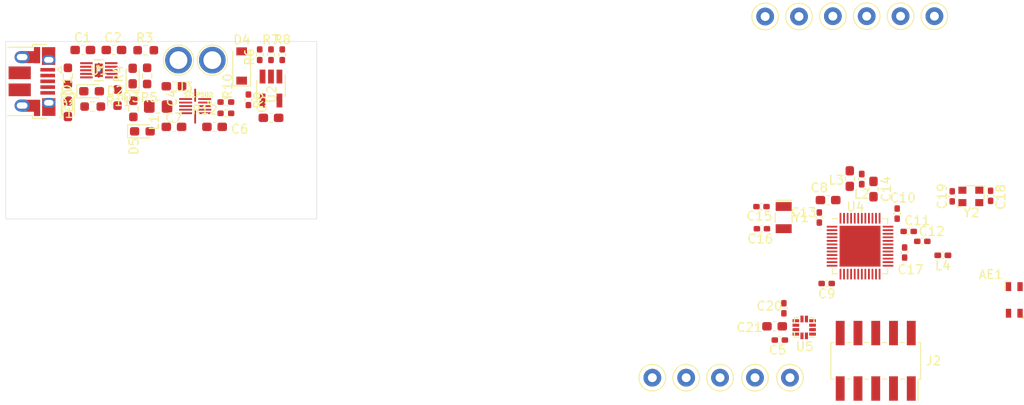
<source format=kicad_pcb>
(kicad_pcb (version 20171130) (host pcbnew "(5.1.9)-1")

  (general
    (thickness 1.6)
    (drawings 4)
    (tracks 0)
    (zones 0)
    (modules 65)
    (nets 73)
  )

  (page A4)
  (title_block
    (title "Speed Sensor")
    (date 2021-05-01)
    (rev 1.0)
  )

  (layers
    (0 F.Cu signal)
    (1 In1.Cu power)
    (2 In2.Cu power)
    (31 B.Cu signal)
    (33 F.Adhes user)
    (35 F.Paste user)
    (37 F.SilkS user hide)
    (39 F.Mask user)
    (40 Dwgs.User user)
    (41 Cmts.User user)
    (42 Eco1.User user)
    (43 Eco2.User user)
    (44 Edge.Cuts user)
    (45 Margin user)
    (46 B.CrtYd user)
    (47 F.CrtYd user)
    (49 F.Fab user hide)
  )

  (setup
    (last_trace_width 0.25)
    (user_trace_width 0.4)
    (user_trace_width 0.5)
    (user_trace_width 0.75)
    (user_trace_width 1)
    (trace_clearance 0.2)
    (zone_clearance 0.508)
    (zone_45_only no)
    (trace_min 0.2)
    (via_size 0.8)
    (via_drill 0.4)
    (via_min_size 0.4)
    (via_min_drill 0.3)
    (user_via 0.6 0.3)
    (uvia_size 0.3)
    (uvia_drill 0.1)
    (uvias_allowed no)
    (uvia_min_size 0.2)
    (uvia_min_drill 0.1)
    (edge_width 0.05)
    (segment_width 0.2)
    (pcb_text_width 0.3)
    (pcb_text_size 1.5 1.5)
    (mod_edge_width 0.12)
    (mod_text_size 1 1)
    (mod_text_width 0.15)
    (pad_size 1.524 1.524)
    (pad_drill 0.762)
    (pad_to_mask_clearance 0)
    (aux_axis_origin 0 0)
    (visible_elements 7FFFFFFF)
    (pcbplotparams
      (layerselection 0x010fc_ffffffff)
      (usegerberextensions false)
      (usegerberattributes true)
      (usegerberadvancedattributes true)
      (creategerberjobfile true)
      (excludeedgelayer true)
      (linewidth 0.100000)
      (plotframeref false)
      (viasonmask false)
      (mode 1)
      (useauxorigin false)
      (hpglpennumber 1)
      (hpglpenspeed 20)
      (hpglpendiameter 15.000000)
      (psnegative false)
      (psa4output false)
      (plotreference true)
      (plotvalue true)
      (plotinvisibletext false)
      (padsonsilk false)
      (subtractmaskfromsilk false)
      (outputformat 1)
      (mirror false)
      (drillshape 1)
      (scaleselection 1)
      (outputdirectory ""))
  )

  (net 0 "")
  (net 1 "Net-(AE1-Pad1)")
  (net 2 +5V)
  (net 3 BUCK_Vout2)
  (net 4 "Net-(C11-Pad1)")
  (net 5 "Net-(C12-Pad1)")
  (net 6 "Net-(C13-Pad1)")
  (net 7 "Net-(C14-Pad1)")
  (net 8 XL1)
  (net 9 XL2)
  (net 10 "Net-(C17-Pad2)")
  (net 11 "Net-(C18-Pad1)")
  (net 12 "Net-(C19-Pad1)")
  (net 13 "Net-(D1-Pad1)")
  (net 14 ~BQ_PG~)
  (net 15 "Net-(D2-Pad2)")
  (net 16 "Net-(D3-Pad2)")
  (net 17 ~BQ_CHG~)
  (net 18 "Net-(D4-Pad1)")
  (net 19 "Net-(D5-Pad1)")
  (net 20 BUCK_PGOOD)
  (net 21 SPI_01_CS)
  (net 22 AIN0)
  (net 23 AIN1)
  (net 24 AIN2)
  (net 25 AIN3)
  (net 26 AIN4)
  (net 27 AIN5)
  (net 28 AIN6)
  (net 29 AIN7)
  (net 30 "Net-(J1-Pad6)")
  (net 31 "Net-(J1-Pad2)")
  (net 32 "Net-(J1-Pad3)")
  (net 33 "Net-(J1-Pad4)")
  (net 34 SWDIO)
  (net 35 SWDCLK)
  (net 36 SWO)
  (net 37 "Net-(J2-Pad7)")
  (net 38 "Net-(J2-Pad8)")
  (net 39 ~RESET~)
  (net 40 BUCK_SW)
  (net 41 "Net-(L2-Pad1)")
  (net 42 "Net-(L3-Pad1)")
  (net 43 BQ_ISET)
  (net 44 BQ_TS)
  (net 45 "Net-(R7-Pad2)")
  (net 46 EN)
  (net 47 "Net-(R10-Pad1)")
  (net 48 "Net-(U1-Pad4)")
  (net 49 "Net-(U1-Pad6)")
  (net 50 ACCEL_INT1)
  (net 51 ACCEL_INT2)
  (net 52 "Net-(U4-Pad11)")
  (net 53 "Net-(U4-Pad12)")
  (net 54 "Net-(U4-Pad14)")
  (net 55 "Net-(U4-Pad15)")
  (net 56 SPI_MISO)
  (net 57 SPI_SCK)
  (net 58 SPI_MOSI)
  (net 59 "Net-(U4-Pad20)")
  (net 60 "Net-(U4-Pad22)")
  (net 61 "Net-(U4-Pad23)")
  (net 62 "Net-(U4-Pad27)")
  (net 63 "Net-(U4-Pad28)")
  (net 64 "Net-(U4-Pad29)")
  (net 65 "Net-(U4-Pad37)")
  (net 66 "Net-(U4-Pad38)")
  (net 67 "Net-(U4-Pad39)")
  (net 68 "Net-(U4-Pad44)")
  (net 69 +3V0)
  (net 70 GND)
  (net 71 +BATT)
  (net 72 "Net-(U4-Pad10)")

  (net_class Default "This is the default net class."
    (clearance 0.2)
    (trace_width 0.25)
    (via_dia 0.8)
    (via_drill 0.4)
    (uvia_dia 0.3)
    (uvia_drill 0.1)
    (add_net +3V0)
    (add_net +5V)
    (add_net +BATT)
    (add_net ACCEL_INT1)
    (add_net ACCEL_INT2)
    (add_net AIN0)
    (add_net AIN1)
    (add_net AIN2)
    (add_net AIN3)
    (add_net AIN4)
    (add_net AIN5)
    (add_net AIN6)
    (add_net AIN7)
    (add_net BQ_ISET)
    (add_net BQ_TS)
    (add_net BUCK_PGOOD)
    (add_net BUCK_SW)
    (add_net BUCK_Vout2)
    (add_net EN)
    (add_net GND)
    (add_net "Net-(AE1-Pad1)")
    (add_net "Net-(C11-Pad1)")
    (add_net "Net-(C12-Pad1)")
    (add_net "Net-(C13-Pad1)")
    (add_net "Net-(C14-Pad1)")
    (add_net "Net-(C17-Pad2)")
    (add_net "Net-(C18-Pad1)")
    (add_net "Net-(C19-Pad1)")
    (add_net "Net-(D1-Pad1)")
    (add_net "Net-(D2-Pad2)")
    (add_net "Net-(D3-Pad2)")
    (add_net "Net-(D4-Pad1)")
    (add_net "Net-(D5-Pad1)")
    (add_net "Net-(J1-Pad2)")
    (add_net "Net-(J1-Pad3)")
    (add_net "Net-(J1-Pad4)")
    (add_net "Net-(J1-Pad6)")
    (add_net "Net-(J2-Pad7)")
    (add_net "Net-(J2-Pad8)")
    (add_net "Net-(L2-Pad1)")
    (add_net "Net-(L3-Pad1)")
    (add_net "Net-(R10-Pad1)")
    (add_net "Net-(R7-Pad2)")
    (add_net "Net-(U1-Pad4)")
    (add_net "Net-(U1-Pad6)")
    (add_net "Net-(U4-Pad10)")
    (add_net "Net-(U4-Pad11)")
    (add_net "Net-(U4-Pad12)")
    (add_net "Net-(U4-Pad14)")
    (add_net "Net-(U4-Pad15)")
    (add_net "Net-(U4-Pad20)")
    (add_net "Net-(U4-Pad22)")
    (add_net "Net-(U4-Pad23)")
    (add_net "Net-(U4-Pad27)")
    (add_net "Net-(U4-Pad28)")
    (add_net "Net-(U4-Pad29)")
    (add_net "Net-(U4-Pad37)")
    (add_net "Net-(U4-Pad38)")
    (add_net "Net-(U4-Pad39)")
    (add_net "Net-(U4-Pad44)")
    (add_net SPI_01_CS)
    (add_net SPI_MISO)
    (add_net SPI_MOSI)
    (add_net SPI_SCK)
    (add_net SWDCLK)
    (add_net SWDIO)
    (add_net SWO)
    (add_net XL1)
    (add_net XL2)
    (add_net ~BQ_CHG~)
    (add_net ~BQ_PG~)
    (add_net ~RESET~)
  )

  (module Crystal:Crystal_SMD_G8-2Pin_3.2x1.5mm (layer F.Cu) (tedit 5A0FD1B2) (tstamp 608C9EA0)
    (at 120.7008 56.2022 270)
    (descr "SMD Crystal G8, 3.2x1.5mm^2 package")
    (tags "SMD SMT crystal")
    (path /609F1AA3)
    (attr smd)
    (fp_text reference Y1 (at 0 -1.95 180) (layer F.SilkS)
      (effects (font (size 1 1) (thickness 0.15)))
    )
    (fp_text value 32,768kHz (at 0 1.95 90) (layer F.Fab)
      (effects (font (size 1 1) (thickness 0.15)))
    )
    (fp_circle (center 0 0) (end 0.058333 0) (layer F.Adhes) (width 0.116667))
    (fp_circle (center 0 0) (end 0.133333 0) (layer F.Adhes) (width 0.083333))
    (fp_circle (center 0 0) (end 0.208333 0) (layer F.Adhes) (width 0.083333))
    (fp_circle (center 0 0) (end 0.25 0) (layer F.Adhes) (width 0.1))
    (fp_line (start 2 -1.2) (end -2 -1.2) (layer F.CrtYd) (width 0.05))
    (fp_line (start 2 1.2) (end 2 -1.2) (layer F.CrtYd) (width 0.05))
    (fp_line (start -2 1.2) (end 2 1.2) (layer F.CrtYd) (width 0.05))
    (fp_line (start -2 -1.2) (end -2 1.2) (layer F.CrtYd) (width 0.05))
    (fp_line (start -1.95 -0.9) (end -1.95 0.9) (layer F.SilkS) (width 0.12))
    (fp_line (start -0.55 0.95) (end 0.55 0.95) (layer F.SilkS) (width 0.12))
    (fp_line (start -0.55 -0.95) (end 0.55 -0.95) (layer F.SilkS) (width 0.12))
    (fp_line (start -1.6 0.25) (end -1.1 0.75) (layer F.Fab) (width 0.1))
    (fp_line (start 1.6 -0.75) (end -1.6 -0.75) (layer F.Fab) (width 0.1))
    (fp_line (start 1.6 0.75) (end 1.6 -0.75) (layer F.Fab) (width 0.1))
    (fp_line (start -1.6 0.75) (end 1.6 0.75) (layer F.Fab) (width 0.1))
    (fp_line (start -1.6 -0.75) (end -1.6 0.75) (layer F.Fab) (width 0.1))
    (fp_text user %R (at 0 0 90) (layer F.Fab)
      (effects (font (size 0.7 0.7) (thickness 0.105)))
    )
    (pad 2 smd rect (at 1.25 0 270) (size 1 1.8) (layers F.Cu F.Paste F.Mask)
      (net 9 XL2))
    (pad 1 smd rect (at -1.25 0 270) (size 1 1.8) (layers F.Cu F.Paste F.Mask)
      (net 8 XL1))
    (model ${KISYS3DMOD}/Crystal.3dshapes/Crystal_SMD_G8-2Pin_3.2x1.5mm.wrl
      (at (xyz 0 0 0))
      (scale (xyz 1 1 1))
      (rotate (xyz 0 0 0))
    )
  )

  (module Capacitor_SMD:C_0603_1608Metric_Pad1.08x0.95mm_HandSolder (layer F.Cu) (tedit 5F68FEEF) (tstamp 60917D9E)
    (at 41.8095 37.3126)
    (descr "Capacitor SMD 0603 (1608 Metric), square (rectangular) end terminal, IPC_7351 nominal with elongated pad for handsoldering. (Body size source: IPC-SM-782 page 76, https://www.pcb-3d.com/wordpress/wp-content/uploads/ipc-sm-782a_amendment_1_and_2.pdf), generated with kicad-footprint-generator")
    (tags "capacitor handsolder")
    (path /608FE5C5)
    (attr smd)
    (fp_text reference C1 (at -0.0265 -1.397) (layer F.SilkS)
      (effects (font (size 1 1) (thickness 0.15)))
    )
    (fp_text value 1u (at 0 1.43) (layer F.Fab) hide
      (effects (font (size 1 1) (thickness 0.15)))
    )
    (fp_line (start -0.8 0.4) (end -0.8 -0.4) (layer F.Fab) (width 0.1))
    (fp_line (start -0.8 -0.4) (end 0.8 -0.4) (layer F.Fab) (width 0.1))
    (fp_line (start 0.8 -0.4) (end 0.8 0.4) (layer F.Fab) (width 0.1))
    (fp_line (start 0.8 0.4) (end -0.8 0.4) (layer F.Fab) (width 0.1))
    (fp_line (start -0.146267 -0.51) (end 0.146267 -0.51) (layer F.SilkS) (width 0.12))
    (fp_line (start -0.146267 0.51) (end 0.146267 0.51) (layer F.SilkS) (width 0.12))
    (fp_line (start -1.65 0.73) (end -1.65 -0.73) (layer F.CrtYd) (width 0.05))
    (fp_line (start -1.65 -0.73) (end 1.65 -0.73) (layer F.CrtYd) (width 0.05))
    (fp_line (start 1.65 -0.73) (end 1.65 0.73) (layer F.CrtYd) (width 0.05))
    (fp_line (start 1.65 0.73) (end -1.65 0.73) (layer F.CrtYd) (width 0.05))
    (fp_text user %R (at 0 0) (layer F.Fab)
      (effects (font (size 0.4 0.4) (thickness 0.06)))
    )
    (pad 2 smd roundrect (at 0.8625 0) (size 1.075 0.95) (layers F.Cu F.Paste F.Mask) (roundrect_rratio 0.25)
      (net 70 GND))
    (pad 1 smd roundrect (at -0.8625 0) (size 1.075 0.95) (layers F.Cu F.Paste F.Mask) (roundrect_rratio 0.25)
      (net 2 +5V))
    (model ${KISYS3DMOD}/Capacitor_SMD.3dshapes/C_0603_1608Metric.wrl
      (at (xyz 0 0 0))
      (scale (xyz 1 1 1))
      (rotate (xyz 0 0 0))
    )
  )

  (module Capacitor_SMD:C_0603_1608Metric_Pad1.08x0.95mm_HandSolder (layer F.Cu) (tedit 5F68FEEF) (tstamp 60917DCE)
    (at 45.3125 37.3126 180)
    (descr "Capacitor SMD 0603 (1608 Metric), square (rectangular) end terminal, IPC_7351 nominal with elongated pad for handsoldering. (Body size source: IPC-SM-782 page 76, https://www.pcb-3d.com/wordpress/wp-content/uploads/ipc-sm-782a_amendment_1_and_2.pdf), generated with kicad-footprint-generator")
    (tags "capacitor handsolder")
    (path /6091B3BA)
    (attr smd)
    (fp_text reference C2 (at 0.1005 1.397) (layer F.SilkS)
      (effects (font (size 1 1) (thickness 0.15)))
    )
    (fp_text value 1u (at 0 1.43) (layer F.Fab) hide
      (effects (font (size 1 1) (thickness 0.15)))
    )
    (fp_line (start 1.65 0.73) (end -1.65 0.73) (layer F.CrtYd) (width 0.05))
    (fp_line (start 1.65 -0.73) (end 1.65 0.73) (layer F.CrtYd) (width 0.05))
    (fp_line (start -1.65 -0.73) (end 1.65 -0.73) (layer F.CrtYd) (width 0.05))
    (fp_line (start -1.65 0.73) (end -1.65 -0.73) (layer F.CrtYd) (width 0.05))
    (fp_line (start -0.146267 0.51) (end 0.146267 0.51) (layer F.SilkS) (width 0.12))
    (fp_line (start -0.146267 -0.51) (end 0.146267 -0.51) (layer F.SilkS) (width 0.12))
    (fp_line (start 0.8 0.4) (end -0.8 0.4) (layer F.Fab) (width 0.1))
    (fp_line (start 0.8 -0.4) (end 0.8 0.4) (layer F.Fab) (width 0.1))
    (fp_line (start -0.8 -0.4) (end 0.8 -0.4) (layer F.Fab) (width 0.1))
    (fp_line (start -0.8 0.4) (end -0.8 -0.4) (layer F.Fab) (width 0.1))
    (fp_text user %R (at 0 0) (layer F.Fab)
      (effects (font (size 0.4 0.4) (thickness 0.06)))
    )
    (pad 1 smd roundrect (at -0.8625 0 180) (size 1.075 0.95) (layers F.Cu F.Paste F.Mask) (roundrect_rratio 0.25)
      (net 71 +BATT))
    (pad 2 smd roundrect (at 0.8625 0 180) (size 1.075 0.95) (layers F.Cu F.Paste F.Mask) (roundrect_rratio 0.25)
      (net 70 GND))
    (model ${KISYS3DMOD}/Capacitor_SMD.3dshapes/C_0603_1608Metric.wrl
      (at (xyz 0 0 0))
      (scale (xyz 1 1 1))
      (rotate (xyz 0 0 0))
    )
  )

  (module Capacitor_SMD:C_0603_1608Metric_Pad1.08x0.95mm_HandSolder (layer F.Cu) (tedit 5F68FEEF) (tstamp 6091AA29)
    (at 62.992 44.958 180)
    (descr "Capacitor SMD 0603 (1608 Metric), square (rectangular) end terminal, IPC_7351 nominal with elongated pad for handsoldering. (Body size source: IPC-SM-782 page 76, https://www.pcb-3d.com/wordpress/wp-content/uploads/ipc-sm-782a_amendment_1_and_2.pdf), generated with kicad-footprint-generator")
    (tags "capacitor handsolder")
    (path /609A9B57)
    (attr smd)
    (fp_text reference C3 (at 1.016 1.524 270) (layer F.SilkS)
      (effects (font (size 1 1) (thickness 0.15)))
    )
    (fp_text value 100n (at 0 1.43) (layer F.Fab) hide
      (effects (font (size 1 1) (thickness 0.15)))
    )
    (fp_line (start 1.65 0.73) (end -1.65 0.73) (layer F.CrtYd) (width 0.05))
    (fp_line (start 1.65 -0.73) (end 1.65 0.73) (layer F.CrtYd) (width 0.05))
    (fp_line (start -1.65 -0.73) (end 1.65 -0.73) (layer F.CrtYd) (width 0.05))
    (fp_line (start -1.65 0.73) (end -1.65 -0.73) (layer F.CrtYd) (width 0.05))
    (fp_line (start -0.146267 0.51) (end 0.146267 0.51) (layer F.SilkS) (width 0.12))
    (fp_line (start -0.146267 -0.51) (end 0.146267 -0.51) (layer F.SilkS) (width 0.12))
    (fp_line (start 0.8 0.4) (end -0.8 0.4) (layer F.Fab) (width 0.1))
    (fp_line (start 0.8 -0.4) (end 0.8 0.4) (layer F.Fab) (width 0.1))
    (fp_line (start -0.8 -0.4) (end 0.8 -0.4) (layer F.Fab) (width 0.1))
    (fp_line (start -0.8 0.4) (end -0.8 -0.4) (layer F.Fab) (width 0.1))
    (fp_text user %R (at 0 0) (layer F.Fab)
      (effects (font (size 0.4 0.4) (thickness 0.06)))
    )
    (pad 1 smd roundrect (at -0.8625 0 180) (size 1.075 0.95) (layers F.Cu F.Paste F.Mask) (roundrect_rratio 0.25)
      (net 71 +BATT))
    (pad 2 smd roundrect (at 0.8625 0 180) (size 1.075 0.95) (layers F.Cu F.Paste F.Mask) (roundrect_rratio 0.25)
      (net 70 GND))
    (model ${KISYS3DMOD}/Capacitor_SMD.3dshapes/C_0603_1608Metric.wrl
      (at (xyz 0 0 0))
      (scale (xyz 1 1 1))
      (rotate (xyz 0 0 0))
    )
  )

  (module Capacitor_SMD:C_0603_1608Metric_Pad1.08x0.95mm_HandSolder (layer F.Cu) (tedit 5F68FEEF) (tstamp 608C80F5)
    (at 52.07 41.402)
    (descr "Capacitor SMD 0603 (1608 Metric), square (rectangular) end terminal, IPC_7351 nominal with elongated pad for handsoldering. (Body size source: IPC-SM-782 page 76, https://www.pcb-3d.com/wordpress/wp-content/uploads/ipc-sm-782a_amendment_1_and_2.pdf), generated with kicad-footprint-generator")
    (tags "capacitor handsolder")
    (path /60A48461)
    (attr smd)
    (fp_text reference C4 (at -0.1789 1.3462 270) (layer F.SilkS)
      (effects (font (size 1 1) (thickness 0.15)))
    )
    (fp_text value 10u (at 0 1.43) (layer F.Fab) hide
      (effects (font (size 1 1) (thickness 0.15)))
    )
    (fp_line (start 1.65 0.73) (end -1.65 0.73) (layer F.CrtYd) (width 0.05))
    (fp_line (start 1.65 -0.73) (end 1.65 0.73) (layer F.CrtYd) (width 0.05))
    (fp_line (start -1.65 -0.73) (end 1.65 -0.73) (layer F.CrtYd) (width 0.05))
    (fp_line (start -1.65 0.73) (end -1.65 -0.73) (layer F.CrtYd) (width 0.05))
    (fp_line (start -0.146267 0.51) (end 0.146267 0.51) (layer F.SilkS) (width 0.12))
    (fp_line (start -0.146267 -0.51) (end 0.146267 -0.51) (layer F.SilkS) (width 0.12))
    (fp_line (start 0.8 0.4) (end -0.8 0.4) (layer F.Fab) (width 0.1))
    (fp_line (start 0.8 -0.4) (end 0.8 0.4) (layer F.Fab) (width 0.1))
    (fp_line (start -0.8 -0.4) (end 0.8 -0.4) (layer F.Fab) (width 0.1))
    (fp_line (start -0.8 0.4) (end -0.8 -0.4) (layer F.Fab) (width 0.1))
    (fp_text user %R (at 0 0) (layer F.Fab)
      (effects (font (size 0.4 0.4) (thickness 0.06)))
    )
    (pad 1 smd roundrect (at -0.8625 0) (size 1.075 0.95) (layers F.Cu F.Paste F.Mask) (roundrect_rratio 0.25)
      (net 71 +BATT))
    (pad 2 smd roundrect (at 0.8625 0) (size 1.075 0.95) (layers F.Cu F.Paste F.Mask) (roundrect_rratio 0.25)
      (net 70 GND))
    (model ${KISYS3DMOD}/Capacitor_SMD.3dshapes/C_0603_1608Metric.wrl
      (at (xyz 0 0 0))
      (scale (xyz 1 1 1))
      (rotate (xyz 0 0 0))
    )
  )

  (module Capacitor_SMD:C_0603_1608Metric_Pad1.08x0.95mm_HandSolder (layer F.Cu) (tedit 5F68FEEF) (tstamp 608C8106)
    (at 56.642 45.974)
    (descr "Capacitor SMD 0603 (1608 Metric), square (rectangular) end terminal, IPC_7351 nominal with elongated pad for handsoldering. (Body size source: IPC-SM-782 page 76, https://www.pcb-3d.com/wordpress/wp-content/uploads/ipc-sm-782a_amendment_1_and_2.pdf), generated with kicad-footprint-generator")
    (tags "capacitor handsolder")
    (path /60C90235)
    (attr smd)
    (fp_text reference C6 (at 2.8205 0.254) (layer F.SilkS)
      (effects (font (size 1 1) (thickness 0.15)))
    )
    (fp_text value 10u (at 0 1.43) (layer F.Fab) hide
      (effects (font (size 1 1) (thickness 0.15)))
    )
    (fp_line (start -0.8 0.4) (end -0.8 -0.4) (layer F.Fab) (width 0.1))
    (fp_line (start -0.8 -0.4) (end 0.8 -0.4) (layer F.Fab) (width 0.1))
    (fp_line (start 0.8 -0.4) (end 0.8 0.4) (layer F.Fab) (width 0.1))
    (fp_line (start 0.8 0.4) (end -0.8 0.4) (layer F.Fab) (width 0.1))
    (fp_line (start -0.146267 -0.51) (end 0.146267 -0.51) (layer F.SilkS) (width 0.12))
    (fp_line (start -0.146267 0.51) (end 0.146267 0.51) (layer F.SilkS) (width 0.12))
    (fp_line (start -1.65 0.73) (end -1.65 -0.73) (layer F.CrtYd) (width 0.05))
    (fp_line (start -1.65 -0.73) (end 1.65 -0.73) (layer F.CrtYd) (width 0.05))
    (fp_line (start 1.65 -0.73) (end 1.65 0.73) (layer F.CrtYd) (width 0.05))
    (fp_line (start 1.65 0.73) (end -1.65 0.73) (layer F.CrtYd) (width 0.05))
    (fp_text user %R (at 0 0) (layer F.Fab)
      (effects (font (size 0.4 0.4) (thickness 0.06)))
    )
    (pad 2 smd roundrect (at 0.8625 0) (size 1.075 0.95) (layers F.Cu F.Paste F.Mask) (roundrect_rratio 0.25)
      (net 70 GND))
    (pad 1 smd roundrect (at -0.8625 0) (size 1.075 0.95) (layers F.Cu F.Paste F.Mask) (roundrect_rratio 0.25)
      (net 3 BUCK_Vout2))
    (model ${KISYS3DMOD}/Capacitor_SMD.3dshapes/C_0603_1608Metric.wrl
      (at (xyz 0 0 0))
      (scale (xyz 1 1 1))
      (rotate (xyz 0 0 0))
    )
  )

  (module Capacitor_SMD:C_0603_1608Metric_Pad1.08x0.95mm_HandSolder (layer F.Cu) (tedit 5F68FEEF) (tstamp 608C8117)
    (at 52.07 45.974 180)
    (descr "Capacitor SMD 0603 (1608 Metric), square (rectangular) end terminal, IPC_7351 nominal with elongated pad for handsoldering. (Body size source: IPC-SM-782 page 76, https://www.pcb-3d.com/wordpress/wp-content/uploads/ipc-sm-782a_amendment_1_and_2.pdf), generated with kicad-footprint-generator")
    (tags "capacitor handsolder")
    (path /60C8F999)
    (attr smd)
    (fp_text reference C7 (at 0.0265 1.016) (layer F.SilkS)
      (effects (font (size 1 1) (thickness 0.15)))
    )
    (fp_text value 10u (at 0 1.43) (layer F.Fab) hide
      (effects (font (size 1 1) (thickness 0.15)))
    )
    (fp_line (start -0.8 0.4) (end -0.8 -0.4) (layer F.Fab) (width 0.1))
    (fp_line (start -0.8 -0.4) (end 0.8 -0.4) (layer F.Fab) (width 0.1))
    (fp_line (start 0.8 -0.4) (end 0.8 0.4) (layer F.Fab) (width 0.1))
    (fp_line (start 0.8 0.4) (end -0.8 0.4) (layer F.Fab) (width 0.1))
    (fp_line (start -0.146267 -0.51) (end 0.146267 -0.51) (layer F.SilkS) (width 0.12))
    (fp_line (start -0.146267 0.51) (end 0.146267 0.51) (layer F.SilkS) (width 0.12))
    (fp_line (start -1.65 0.73) (end -1.65 -0.73) (layer F.CrtYd) (width 0.05))
    (fp_line (start -1.65 -0.73) (end 1.65 -0.73) (layer F.CrtYd) (width 0.05))
    (fp_line (start 1.65 -0.73) (end 1.65 0.73) (layer F.CrtYd) (width 0.05))
    (fp_line (start 1.65 0.73) (end -1.65 0.73) (layer F.CrtYd) (width 0.05))
    (fp_text user %R (at 0 0) (layer F.Fab)
      (effects (font (size 0.4 0.4) (thickness 0.06)))
    )
    (pad 2 smd roundrect (at 0.8625 0 180) (size 1.075 0.95) (layers F.Cu F.Paste F.Mask) (roundrect_rratio 0.25)
      (net 70 GND))
    (pad 1 smd roundrect (at -0.8625 0 180) (size 1.075 0.95) (layers F.Cu F.Paste F.Mask) (roundrect_rratio 0.25)
      (net 69 +3V0))
    (model ${KISYS3DMOD}/Capacitor_SMD.3dshapes/C_0603_1608Metric.wrl
      (at (xyz 0 0 0))
      (scale (xyz 1 1 1))
      (rotate (xyz 0 0 0))
    )
  )

  (module Capacitor_SMD:C_0603_1608Metric_Pad1.08x0.95mm_HandSolder (layer F.Cu) (tedit 5F68FEEF) (tstamp 60911E2C)
    (at 125.7035 54.229 180)
    (descr "Capacitor SMD 0603 (1608 Metric), square (rectangular) end terminal, IPC_7351 nominal with elongated pad for handsoldering. (Body size source: IPC-SM-782 page 76, https://www.pcb-3d.com/wordpress/wp-content/uploads/ipc-sm-782a_amendment_1_and_2.pdf), generated with kicad-footprint-generator")
    (tags "capacitor handsolder")
    (path /608510EE)
    (attr smd)
    (fp_text reference C8 (at 0.9895 1.397) (layer F.SilkS)
      (effects (font (size 1 1) (thickness 0.15)))
    )
    (fp_text value 4.7u (at 0 1.43) (layer F.Fab) hide
      (effects (font (size 1 1) (thickness 0.15)))
    )
    (fp_line (start 1.65 0.73) (end -1.65 0.73) (layer F.CrtYd) (width 0.05))
    (fp_line (start 1.65 -0.73) (end 1.65 0.73) (layer F.CrtYd) (width 0.05))
    (fp_line (start -1.65 -0.73) (end 1.65 -0.73) (layer F.CrtYd) (width 0.05))
    (fp_line (start -1.65 0.73) (end -1.65 -0.73) (layer F.CrtYd) (width 0.05))
    (fp_line (start -0.146267 0.51) (end 0.146267 0.51) (layer F.SilkS) (width 0.12))
    (fp_line (start -0.146267 -0.51) (end 0.146267 -0.51) (layer F.SilkS) (width 0.12))
    (fp_line (start 0.8 0.4) (end -0.8 0.4) (layer F.Fab) (width 0.1))
    (fp_line (start 0.8 -0.4) (end 0.8 0.4) (layer F.Fab) (width 0.1))
    (fp_line (start -0.8 -0.4) (end 0.8 -0.4) (layer F.Fab) (width 0.1))
    (fp_line (start -0.8 0.4) (end -0.8 -0.4) (layer F.Fab) (width 0.1))
    (fp_text user %R (at 0 0) (layer F.Fab)
      (effects (font (size 0.4 0.4) (thickness 0.06)))
    )
    (pad 1 smd roundrect (at -0.8625 0 180) (size 1.075 0.95) (layers F.Cu F.Paste F.Mask) (roundrect_rratio 0.25)
      (net 69 +3V0))
    (pad 2 smd roundrect (at 0.8625 0 180) (size 1.075 0.95) (layers F.Cu F.Paste F.Mask) (roundrect_rratio 0.25)
      (net 70 GND))
    (model ${KISYS3DMOD}/Capacitor_SMD.3dshapes/C_0603_1608Metric.wrl
      (at (xyz 0 0 0))
      (scale (xyz 1 1 1))
      (rotate (xyz 0 0 0))
    )
  )

  (module Capacitor_SMD:C_0402_1005Metric_Pad0.74x0.62mm_HandSolder (layer F.Cu) (tedit 5F6BB22C) (tstamp 60911C71)
    (at 125.5435 63.627 180)
    (descr "Capacitor SMD 0402 (1005 Metric), square (rectangular) end terminal, IPC_7351 nominal with elongated pad for handsoldering. (Body size source: IPC-SM-782 page 76, https://www.pcb-3d.com/wordpress/wp-content/uploads/ipc-sm-782a_amendment_1_and_2.pdf), generated with kicad-footprint-generator")
    (tags "capacitor handsolder")
    (path /608465A3)
    (attr smd)
    (fp_text reference C9 (at 0 -1.16) (layer F.SilkS)
      (effects (font (size 1 1) (thickness 0.15)))
    )
    (fp_text value 100n (at 0 1.16) (layer F.Fab) hide
      (effects (font (size 1 1) (thickness 0.15)))
    )
    (fp_line (start -0.5 0.25) (end -0.5 -0.25) (layer F.Fab) (width 0.1))
    (fp_line (start -0.5 -0.25) (end 0.5 -0.25) (layer F.Fab) (width 0.1))
    (fp_line (start 0.5 -0.25) (end 0.5 0.25) (layer F.Fab) (width 0.1))
    (fp_line (start 0.5 0.25) (end -0.5 0.25) (layer F.Fab) (width 0.1))
    (fp_line (start -0.115835 -0.36) (end 0.115835 -0.36) (layer F.SilkS) (width 0.12))
    (fp_line (start -0.115835 0.36) (end 0.115835 0.36) (layer F.SilkS) (width 0.12))
    (fp_line (start -1.08 0.46) (end -1.08 -0.46) (layer F.CrtYd) (width 0.05))
    (fp_line (start -1.08 -0.46) (end 1.08 -0.46) (layer F.CrtYd) (width 0.05))
    (fp_line (start 1.08 -0.46) (end 1.08 0.46) (layer F.CrtYd) (width 0.05))
    (fp_line (start 1.08 0.46) (end -1.08 0.46) (layer F.CrtYd) (width 0.05))
    (fp_text user %R (at 0 0) (layer F.Fab)
      (effects (font (size 0.25 0.25) (thickness 0.04)))
    )
    (pad 2 smd roundrect (at 0.5675 0 180) (size 0.735 0.62) (layers F.Cu F.Paste F.Mask) (roundrect_rratio 0.25)
      (net 70 GND))
    (pad 1 smd roundrect (at -0.5675 0 180) (size 0.735 0.62) (layers F.Cu F.Paste F.Mask) (roundrect_rratio 0.25)
      (net 69 +3V0))
    (model ${KISYS3DMOD}/Capacitor_SMD.3dshapes/C_0402_1005Metric.wrl
      (at (xyz 0 0 0))
      (scale (xyz 1 1 1))
      (rotate (xyz 0 0 0))
    )
  )

  (module Capacitor_SMD:C_0402_1005Metric_Pad0.74x0.62mm_HandSolder (layer F.Cu) (tedit 5F6BB22C) (tstamp 60911C41)
    (at 133.477 55.753 90)
    (descr "Capacitor SMD 0402 (1005 Metric), square (rectangular) end terminal, IPC_7351 nominal with elongated pad for handsoldering. (Body size source: IPC-SM-782 page 76, https://www.pcb-3d.com/wordpress/wp-content/uploads/ipc-sm-782a_amendment_1_and_2.pdf), generated with kicad-footprint-generator")
    (tags "capacitor handsolder")
    (path /609F09F6)
    (attr smd)
    (fp_text reference C10 (at 1.778 0.635 180) (layer F.SilkS)
      (effects (font (size 1 1) (thickness 0.15)))
    )
    (fp_text value 100n (at 0 1.16 90) (layer F.Fab) hide
      (effects (font (size 1 1) (thickness 0.15)))
    )
    (fp_line (start -0.5 0.25) (end -0.5 -0.25) (layer F.Fab) (width 0.1))
    (fp_line (start -0.5 -0.25) (end 0.5 -0.25) (layer F.Fab) (width 0.1))
    (fp_line (start 0.5 -0.25) (end 0.5 0.25) (layer F.Fab) (width 0.1))
    (fp_line (start 0.5 0.25) (end -0.5 0.25) (layer F.Fab) (width 0.1))
    (fp_line (start -0.115835 -0.36) (end 0.115835 -0.36) (layer F.SilkS) (width 0.12))
    (fp_line (start -0.115835 0.36) (end 0.115835 0.36) (layer F.SilkS) (width 0.12))
    (fp_line (start -1.08 0.46) (end -1.08 -0.46) (layer F.CrtYd) (width 0.05))
    (fp_line (start -1.08 -0.46) (end 1.08 -0.46) (layer F.CrtYd) (width 0.05))
    (fp_line (start 1.08 -0.46) (end 1.08 0.46) (layer F.CrtYd) (width 0.05))
    (fp_line (start 1.08 0.46) (end -1.08 0.46) (layer F.CrtYd) (width 0.05))
    (fp_text user %R (at 0 0 90) (layer F.Fab)
      (effects (font (size 0.25 0.25) (thickness 0.04)))
    )
    (pad 2 smd roundrect (at 0.5675 0 90) (size 0.735 0.62) (layers F.Cu F.Paste F.Mask) (roundrect_rratio 0.25)
      (net 70 GND))
    (pad 1 smd roundrect (at -0.5675 0 90) (size 0.735 0.62) (layers F.Cu F.Paste F.Mask) (roundrect_rratio 0.25)
      (net 69 +3V0))
    (model ${KISYS3DMOD}/Capacitor_SMD.3dshapes/C_0402_1005Metric.wrl
      (at (xyz 0 0 0))
      (scale (xyz 1 1 1))
      (rotate (xyz 0 0 0))
    )
  )

  (module Capacitor_SMD:C_0402_1005Metric_Pad0.74x0.62mm_HandSolder (layer F.Cu) (tedit 5F6BB22C) (tstamp 60911C11)
    (at 134.7724 57.7596)
    (descr "Capacitor SMD 0402 (1005 Metric), square (rectangular) end terminal, IPC_7351 nominal with elongated pad for handsoldering. (Body size source: IPC-SM-782 page 76, https://www.pcb-3d.com/wordpress/wp-content/uploads/ipc-sm-782a_amendment_1_and_2.pdf), generated with kicad-footprint-generator")
    (tags "capacitor handsolder")
    (path /6084EEE7)
    (attr smd)
    (fp_text reference C11 (at 0.9652 -1.2192) (layer F.SilkS)
      (effects (font (size 1 1) (thickness 0.15)))
    )
    (fp_text value 100p (at 0 1.16) (layer F.Fab) hide
      (effects (font (size 1 1) (thickness 0.15)))
    )
    (fp_line (start -0.5 0.25) (end -0.5 -0.25) (layer F.Fab) (width 0.1))
    (fp_line (start -0.5 -0.25) (end 0.5 -0.25) (layer F.Fab) (width 0.1))
    (fp_line (start 0.5 -0.25) (end 0.5 0.25) (layer F.Fab) (width 0.1))
    (fp_line (start 0.5 0.25) (end -0.5 0.25) (layer F.Fab) (width 0.1))
    (fp_line (start -0.115835 -0.36) (end 0.115835 -0.36) (layer F.SilkS) (width 0.12))
    (fp_line (start -0.115835 0.36) (end 0.115835 0.36) (layer F.SilkS) (width 0.12))
    (fp_line (start -1.08 0.46) (end -1.08 -0.46) (layer F.CrtYd) (width 0.05))
    (fp_line (start -1.08 -0.46) (end 1.08 -0.46) (layer F.CrtYd) (width 0.05))
    (fp_line (start 1.08 -0.46) (end 1.08 0.46) (layer F.CrtYd) (width 0.05))
    (fp_line (start 1.08 0.46) (end -1.08 0.46) (layer F.CrtYd) (width 0.05))
    (fp_text user %R (at 0 0) (layer F.Fab)
      (effects (font (size 0.25 0.25) (thickness 0.04)))
    )
    (pad 2 smd roundrect (at 0.5675 0) (size 0.735 0.62) (layers F.Cu F.Paste F.Mask) (roundrect_rratio 0.25)
      (net 70 GND))
    (pad 1 smd roundrect (at -0.5675 0) (size 0.735 0.62) (layers F.Cu F.Paste F.Mask) (roundrect_rratio 0.25)
      (net 4 "Net-(C11-Pad1)"))
    (model ${KISYS3DMOD}/Capacitor_SMD.3dshapes/C_0402_1005Metric.wrl
      (at (xyz 0 0 0))
      (scale (xyz 1 1 1))
      (rotate (xyz 0 0 0))
    )
  )

  (module Capacitor_SMD:C_0402_1005Metric_Pad0.74x0.62mm_HandSolder (layer F.Cu) (tedit 5F6BB22C) (tstamp 60911BE1)
    (at 136.3051 58.8772)
    (descr "Capacitor SMD 0402 (1005 Metric), square (rectangular) end terminal, IPC_7351 nominal with elongated pad for handsoldering. (Body size source: IPC-SM-782 page 76, https://www.pcb-3d.com/wordpress/wp-content/uploads/ipc-sm-782a_amendment_1_and_2.pdf), generated with kicad-footprint-generator")
    (tags "capacitor handsolder")
    (path /6084E95F)
    (attr smd)
    (fp_text reference C12 (at 1.0581 -1.1176 180) (layer F.SilkS)
      (effects (font (size 1 1) (thickness 0.15)))
    )
    (fp_text value N.C. (at 0 1.16) (layer F.Fab) hide
      (effects (font (size 1 1) (thickness 0.15)))
    )
    (fp_line (start 1.08 0.46) (end -1.08 0.46) (layer F.CrtYd) (width 0.05))
    (fp_line (start 1.08 -0.46) (end 1.08 0.46) (layer F.CrtYd) (width 0.05))
    (fp_line (start -1.08 -0.46) (end 1.08 -0.46) (layer F.CrtYd) (width 0.05))
    (fp_line (start -1.08 0.46) (end -1.08 -0.46) (layer F.CrtYd) (width 0.05))
    (fp_line (start -0.115835 0.36) (end 0.115835 0.36) (layer F.SilkS) (width 0.12))
    (fp_line (start -0.115835 -0.36) (end 0.115835 -0.36) (layer F.SilkS) (width 0.12))
    (fp_line (start 0.5 0.25) (end -0.5 0.25) (layer F.Fab) (width 0.1))
    (fp_line (start 0.5 -0.25) (end 0.5 0.25) (layer F.Fab) (width 0.1))
    (fp_line (start -0.5 -0.25) (end 0.5 -0.25) (layer F.Fab) (width 0.1))
    (fp_line (start -0.5 0.25) (end -0.5 -0.25) (layer F.Fab) (width 0.1))
    (fp_text user %R (at 0 0) (layer F.Fab)
      (effects (font (size 0.25 0.25) (thickness 0.04)))
    )
    (pad 1 smd roundrect (at -0.5675 0) (size 0.735 0.62) (layers F.Cu F.Paste F.Mask) (roundrect_rratio 0.25)
      (net 5 "Net-(C12-Pad1)"))
    (pad 2 smd roundrect (at 0.5675 0) (size 0.735 0.62) (layers F.Cu F.Paste F.Mask) (roundrect_rratio 0.25)
      (net 70 GND))
    (model ${KISYS3DMOD}/Capacitor_SMD.3dshapes/C_0402_1005Metric.wrl
      (at (xyz 0 0 0))
      (scale (xyz 1 1 1))
      (rotate (xyz 0 0 0))
    )
  )

  (module Capacitor_SMD:C_0402_1005Metric_Pad0.74x0.62mm_HandSolder (layer F.Cu) (tedit 5F6BB22C) (tstamp 60911BB1)
    (at 124.714 56.1935 90)
    (descr "Capacitor SMD 0402 (1005 Metric), square (rectangular) end terminal, IPC_7351 nominal with elongated pad for handsoldering. (Body size source: IPC-SM-782 page 76, https://www.pcb-3d.com/wordpress/wp-content/uploads/ipc-sm-782a_amendment_1_and_2.pdf), generated with kicad-footprint-generator")
    (tags "capacitor handsolder")
    (path /60834B32)
    (attr smd)
    (fp_text reference C13 (at 0.5675 -1.778 180) (layer F.SilkS)
      (effects (font (size 1 1) (thickness 0.15)))
    )
    (fp_text value 100n (at 0 1.16 90) (layer F.Fab) hide
      (effects (font (size 1 1) (thickness 0.15)))
    )
    (fp_line (start 1.08 0.46) (end -1.08 0.46) (layer F.CrtYd) (width 0.05))
    (fp_line (start 1.08 -0.46) (end 1.08 0.46) (layer F.CrtYd) (width 0.05))
    (fp_line (start -1.08 -0.46) (end 1.08 -0.46) (layer F.CrtYd) (width 0.05))
    (fp_line (start -1.08 0.46) (end -1.08 -0.46) (layer F.CrtYd) (width 0.05))
    (fp_line (start -0.115835 0.36) (end 0.115835 0.36) (layer F.SilkS) (width 0.12))
    (fp_line (start -0.115835 -0.36) (end 0.115835 -0.36) (layer F.SilkS) (width 0.12))
    (fp_line (start 0.5 0.25) (end -0.5 0.25) (layer F.Fab) (width 0.1))
    (fp_line (start 0.5 -0.25) (end 0.5 0.25) (layer F.Fab) (width 0.1))
    (fp_line (start -0.5 -0.25) (end 0.5 -0.25) (layer F.Fab) (width 0.1))
    (fp_line (start -0.5 0.25) (end -0.5 -0.25) (layer F.Fab) (width 0.1))
    (fp_text user %R (at 0 0 90) (layer F.Fab)
      (effects (font (size 0.25 0.25) (thickness 0.04)))
    )
    (pad 1 smd roundrect (at -0.5675 0 90) (size 0.735 0.62) (layers F.Cu F.Paste F.Mask) (roundrect_rratio 0.25)
      (net 6 "Net-(C13-Pad1)"))
    (pad 2 smd roundrect (at 0.5675 0 90) (size 0.735 0.62) (layers F.Cu F.Paste F.Mask) (roundrect_rratio 0.25)
      (net 70 GND))
    (model ${KISYS3DMOD}/Capacitor_SMD.3dshapes/C_0402_1005Metric.wrl
      (at (xyz 0 0 0))
      (scale (xyz 1 1 1))
      (rotate (xyz 0 0 0))
    )
  )

  (module Capacitor_SMD:C_0603_1608Metric_Pad1.08x0.95mm_HandSolder (layer F.Cu) (tedit 5F68FEEF) (tstamp 60911B51)
    (at 130.81 52.9855 270)
    (descr "Capacitor SMD 0603 (1608 Metric), square (rectangular) end terminal, IPC_7351 nominal with elongated pad for handsoldering. (Body size source: IPC-SM-782 page 76, https://www.pcb-3d.com/wordpress/wp-content/uploads/ipc-sm-782a_amendment_1_and_2.pdf), generated with kicad-footprint-generator")
    (tags "capacitor handsolder")
    (path /6083DA76)
    (attr smd)
    (fp_text reference C14 (at 0 -1.43 90) (layer F.SilkS)
      (effects (font (size 1 1) (thickness 0.15)))
    )
    (fp_text value 1u (at 0 1.43 90) (layer F.Fab) hide
      (effects (font (size 1 1) (thickness 0.15)))
    )
    (fp_line (start -0.8 0.4) (end -0.8 -0.4) (layer F.Fab) (width 0.1))
    (fp_line (start -0.8 -0.4) (end 0.8 -0.4) (layer F.Fab) (width 0.1))
    (fp_line (start 0.8 -0.4) (end 0.8 0.4) (layer F.Fab) (width 0.1))
    (fp_line (start 0.8 0.4) (end -0.8 0.4) (layer F.Fab) (width 0.1))
    (fp_line (start -0.146267 -0.51) (end 0.146267 -0.51) (layer F.SilkS) (width 0.12))
    (fp_line (start -0.146267 0.51) (end 0.146267 0.51) (layer F.SilkS) (width 0.12))
    (fp_line (start -1.65 0.73) (end -1.65 -0.73) (layer F.CrtYd) (width 0.05))
    (fp_line (start -1.65 -0.73) (end 1.65 -0.73) (layer F.CrtYd) (width 0.05))
    (fp_line (start 1.65 -0.73) (end 1.65 0.73) (layer F.CrtYd) (width 0.05))
    (fp_line (start 1.65 0.73) (end -1.65 0.73) (layer F.CrtYd) (width 0.05))
    (fp_text user %R (at 0 0 90) (layer F.Fab)
      (effects (font (size 0.4 0.4) (thickness 0.06)))
    )
    (pad 2 smd roundrect (at 0.8625 0 270) (size 1.075 0.95) (layers F.Cu F.Paste F.Mask) (roundrect_rratio 0.25)
      (net 70 GND))
    (pad 1 smd roundrect (at -0.8625 0 270) (size 1.075 0.95) (layers F.Cu F.Paste F.Mask) (roundrect_rratio 0.25)
      (net 7 "Net-(C14-Pad1)"))
    (model ${KISYS3DMOD}/Capacitor_SMD.3dshapes/C_0603_1608Metric.wrl
      (at (xyz 0 0 0))
      (scale (xyz 1 1 1))
      (rotate (xyz 0 0 0))
    )
  )

  (module Capacitor_SMD:C_0402_1005Metric_Pad0.74x0.62mm_HandSolder (layer F.Cu) (tedit 5F6BB22C) (tstamp 608C819F)
    (at 118.2029 54.9656 180)
    (descr "Capacitor SMD 0402 (1005 Metric), square (rectangular) end terminal, IPC_7351 nominal with elongated pad for handsoldering. (Body size source: IPC-SM-782 page 76, https://www.pcb-3d.com/wordpress/wp-content/uploads/ipc-sm-782a_amendment_1_and_2.pdf), generated with kicad-footprint-generator")
    (tags "capacitor handsolder")
    (path /609F21FA)
    (attr smd)
    (fp_text reference C15 (at 0.2453 -1.0668) (layer F.SilkS)
      (effects (font (size 1 1) (thickness 0.15)))
    )
    (fp_text value 12p (at 0 1.16) (layer F.Fab) hide
      (effects (font (size 1 1) (thickness 0.15)))
    )
    (fp_line (start 1.08 0.46) (end -1.08 0.46) (layer F.CrtYd) (width 0.05))
    (fp_line (start 1.08 -0.46) (end 1.08 0.46) (layer F.CrtYd) (width 0.05))
    (fp_line (start -1.08 -0.46) (end 1.08 -0.46) (layer F.CrtYd) (width 0.05))
    (fp_line (start -1.08 0.46) (end -1.08 -0.46) (layer F.CrtYd) (width 0.05))
    (fp_line (start -0.115835 0.36) (end 0.115835 0.36) (layer F.SilkS) (width 0.12))
    (fp_line (start -0.115835 -0.36) (end 0.115835 -0.36) (layer F.SilkS) (width 0.12))
    (fp_line (start 0.5 0.25) (end -0.5 0.25) (layer F.Fab) (width 0.1))
    (fp_line (start 0.5 -0.25) (end 0.5 0.25) (layer F.Fab) (width 0.1))
    (fp_line (start -0.5 -0.25) (end 0.5 -0.25) (layer F.Fab) (width 0.1))
    (fp_line (start -0.5 0.25) (end -0.5 -0.25) (layer F.Fab) (width 0.1))
    (fp_text user %R (at 0 0) (layer F.Fab)
      (effects (font (size 0.25 0.25) (thickness 0.04)))
    )
    (pad 1 smd roundrect (at -0.5675 0 180) (size 0.735 0.62) (layers F.Cu F.Paste F.Mask) (roundrect_rratio 0.25)
      (net 8 XL1))
    (pad 2 smd roundrect (at 0.5675 0 180) (size 0.735 0.62) (layers F.Cu F.Paste F.Mask) (roundrect_rratio 0.25)
      (net 70 GND))
    (model ${KISYS3DMOD}/Capacitor_SMD.3dshapes/C_0402_1005Metric.wrl
      (at (xyz 0 0 0))
      (scale (xyz 1 1 1))
      (rotate (xyz 0 0 0))
    )
  )

  (module Capacitor_SMD:C_0402_1005Metric_Pad0.74x0.62mm_HandSolder (layer F.Cu) (tedit 5F6BB22C) (tstamp 608C81B0)
    (at 118.2537 57.4548 180)
    (descr "Capacitor SMD 0402 (1005 Metric), square (rectangular) end terminal, IPC_7351 nominal with elongated pad for handsoldering. (Body size source: IPC-SM-782 page 76, https://www.pcb-3d.com/wordpress/wp-content/uploads/ipc-sm-782a_amendment_1_and_2.pdf), generated with kicad-footprint-generator")
    (tags "capacitor handsolder")
    (path /609F2984)
    (attr smd)
    (fp_text reference C16 (at 0.1865 -1.143) (layer F.SilkS)
      (effects (font (size 1 1) (thickness 0.15)))
    )
    (fp_text value 12p (at 0 1.16) (layer F.Fab) hide
      (effects (font (size 1 1) (thickness 0.15)))
    )
    (fp_line (start 1.08 0.46) (end -1.08 0.46) (layer F.CrtYd) (width 0.05))
    (fp_line (start 1.08 -0.46) (end 1.08 0.46) (layer F.CrtYd) (width 0.05))
    (fp_line (start -1.08 -0.46) (end 1.08 -0.46) (layer F.CrtYd) (width 0.05))
    (fp_line (start -1.08 0.46) (end -1.08 -0.46) (layer F.CrtYd) (width 0.05))
    (fp_line (start -0.115835 0.36) (end 0.115835 0.36) (layer F.SilkS) (width 0.12))
    (fp_line (start -0.115835 -0.36) (end 0.115835 -0.36) (layer F.SilkS) (width 0.12))
    (fp_line (start 0.5 0.25) (end -0.5 0.25) (layer F.Fab) (width 0.1))
    (fp_line (start 0.5 -0.25) (end 0.5 0.25) (layer F.Fab) (width 0.1))
    (fp_line (start -0.5 -0.25) (end 0.5 -0.25) (layer F.Fab) (width 0.1))
    (fp_line (start -0.5 0.25) (end -0.5 -0.25) (layer F.Fab) (width 0.1))
    (fp_text user %R (at 0 0) (layer F.Fab)
      (effects (font (size 0.25 0.25) (thickness 0.04)))
    )
    (pad 1 smd roundrect (at -0.5675 0 180) (size 0.735 0.62) (layers F.Cu F.Paste F.Mask) (roundrect_rratio 0.25)
      (net 9 XL2))
    (pad 2 smd roundrect (at 0.5675 0 180) (size 0.735 0.62) (layers F.Cu F.Paste F.Mask) (roundrect_rratio 0.25)
      (net 70 GND))
    (model ${KISYS3DMOD}/Capacitor_SMD.3dshapes/C_0402_1005Metric.wrl
      (at (xyz 0 0 0))
      (scale (xyz 1 1 1))
      (rotate (xyz 0 0 0))
    )
  )

  (module Capacitor_SMD:C_0402_1005Metric_Pad0.74x0.62mm_HandSolder (layer F.Cu) (tedit 5F6BB22C) (tstamp 60911AF1)
    (at 134.3152 60.1385 270)
    (descr "Capacitor SMD 0402 (1005 Metric), square (rectangular) end terminal, IPC_7351 nominal with elongated pad for handsoldering. (Body size source: IPC-SM-782 page 76, https://www.pcb-3d.com/wordpress/wp-content/uploads/ipc-sm-782a_amendment_1_and_2.pdf), generated with kicad-footprint-generator")
    (tags "capacitor handsolder")
    (path /60A300EA)
    (attr smd)
    (fp_text reference C17 (at 1.9217 -0.6604 180) (layer F.SilkS)
      (effects (font (size 1 1) (thickness 0.15)))
    )
    (fp_text value 0,8p (at 0 1.16 90) (layer F.Fab) hide
      (effects (font (size 1 1) (thickness 0.15)))
    )
    (fp_line (start -0.5 0.25) (end -0.5 -0.25) (layer F.Fab) (width 0.1))
    (fp_line (start -0.5 -0.25) (end 0.5 -0.25) (layer F.Fab) (width 0.1))
    (fp_line (start 0.5 -0.25) (end 0.5 0.25) (layer F.Fab) (width 0.1))
    (fp_line (start 0.5 0.25) (end -0.5 0.25) (layer F.Fab) (width 0.1))
    (fp_line (start -0.115835 -0.36) (end 0.115835 -0.36) (layer F.SilkS) (width 0.12))
    (fp_line (start -0.115835 0.36) (end 0.115835 0.36) (layer F.SilkS) (width 0.12))
    (fp_line (start -1.08 0.46) (end -1.08 -0.46) (layer F.CrtYd) (width 0.05))
    (fp_line (start -1.08 -0.46) (end 1.08 -0.46) (layer F.CrtYd) (width 0.05))
    (fp_line (start 1.08 -0.46) (end 1.08 0.46) (layer F.CrtYd) (width 0.05))
    (fp_line (start 1.08 0.46) (end -1.08 0.46) (layer F.CrtYd) (width 0.05))
    (fp_text user %R (at 0 0 90) (layer F.Fab)
      (effects (font (size 0.25 0.25) (thickness 0.04)))
    )
    (pad 2 smd roundrect (at 0.5675 0 270) (size 0.735 0.62) (layers F.Cu F.Paste F.Mask) (roundrect_rratio 0.25)
      (net 10 "Net-(C17-Pad2)"))
    (pad 1 smd roundrect (at -0.5675 0 270) (size 0.735 0.62) (layers F.Cu F.Paste F.Mask) (roundrect_rratio 0.25)
      (net 70 GND))
    (model ${KISYS3DMOD}/Capacitor_SMD.3dshapes/C_0402_1005Metric.wrl
      (at (xyz 0 0 0))
      (scale (xyz 1 1 1))
      (rotate (xyz 0 0 0))
    )
  )

  (module Capacitor_SMD:C_0402_1005Metric_Pad0.74x0.62mm_HandSolder (layer F.Cu) (tedit 5F6BB22C) (tstamp 60911B21)
    (at 143.9926 53.7464 270)
    (descr "Capacitor SMD 0402 (1005 Metric), square (rectangular) end terminal, IPC_7351 nominal with elongated pad for handsoldering. (Body size source: IPC-SM-782 page 76, https://www.pcb-3d.com/wordpress/wp-content/uploads/ipc-sm-782a_amendment_1_and_2.pdf), generated with kicad-footprint-generator")
    (tags "capacitor handsolder")
    (path /6084BFFB)
    (attr smd)
    (fp_text reference C18 (at 0.127 -1.143 90) (layer F.SilkS)
      (effects (font (size 1 1) (thickness 0.15)))
    )
    (fp_text value 12p (at 0 1.16 90) (layer F.Fab) hide
      (effects (font (size 1 1) (thickness 0.15)))
    )
    (fp_line (start 1.08 0.46) (end -1.08 0.46) (layer F.CrtYd) (width 0.05))
    (fp_line (start 1.08 -0.46) (end 1.08 0.46) (layer F.CrtYd) (width 0.05))
    (fp_line (start -1.08 -0.46) (end 1.08 -0.46) (layer F.CrtYd) (width 0.05))
    (fp_line (start -1.08 0.46) (end -1.08 -0.46) (layer F.CrtYd) (width 0.05))
    (fp_line (start -0.115835 0.36) (end 0.115835 0.36) (layer F.SilkS) (width 0.12))
    (fp_line (start -0.115835 -0.36) (end 0.115835 -0.36) (layer F.SilkS) (width 0.12))
    (fp_line (start 0.5 0.25) (end -0.5 0.25) (layer F.Fab) (width 0.1))
    (fp_line (start 0.5 -0.25) (end 0.5 0.25) (layer F.Fab) (width 0.1))
    (fp_line (start -0.5 -0.25) (end 0.5 -0.25) (layer F.Fab) (width 0.1))
    (fp_line (start -0.5 0.25) (end -0.5 -0.25) (layer F.Fab) (width 0.1))
    (fp_text user %R (at 0 0 90) (layer F.Fab)
      (effects (font (size 0.25 0.25) (thickness 0.04)))
    )
    (pad 1 smd roundrect (at -0.5675 0 270) (size 0.735 0.62) (layers F.Cu F.Paste F.Mask) (roundrect_rratio 0.25)
      (net 11 "Net-(C18-Pad1)"))
    (pad 2 smd roundrect (at 0.5675 0 270) (size 0.735 0.62) (layers F.Cu F.Paste F.Mask) (roundrect_rratio 0.25)
      (net 70 GND))
    (model ${KISYS3DMOD}/Capacitor_SMD.3dshapes/C_0402_1005Metric.wrl
      (at (xyz 0 0 0))
      (scale (xyz 1 1 1))
      (rotate (xyz 0 0 0))
    )
  )

  (module Capacitor_SMD:C_0402_1005Metric_Pad0.74x0.62mm_HandSolder (layer F.Cu) (tedit 5F6BB22C) (tstamp 60911B81)
    (at 139.6746 53.8059 90)
    (descr "Capacitor SMD 0402 (1005 Metric), square (rectangular) end terminal, IPC_7351 nominal with elongated pad for handsoldering. (Body size source: IPC-SM-782 page 76, https://www.pcb-3d.com/wordpress/wp-content/uploads/ipc-sm-782a_amendment_1_and_2.pdf), generated with kicad-footprint-generator")
    (tags "capacitor handsolder")
    (path /6084C964)
    (attr smd)
    (fp_text reference C19 (at 0 -1.143 90) (layer F.SilkS)
      (effects (font (size 1 1) (thickness 0.15)))
    )
    (fp_text value 12p (at 0 1.16 90) (layer F.Fab) hide
      (effects (font (size 1 1) (thickness 0.15)))
    )
    (fp_line (start -0.5 0.25) (end -0.5 -0.25) (layer F.Fab) (width 0.1))
    (fp_line (start -0.5 -0.25) (end 0.5 -0.25) (layer F.Fab) (width 0.1))
    (fp_line (start 0.5 -0.25) (end 0.5 0.25) (layer F.Fab) (width 0.1))
    (fp_line (start 0.5 0.25) (end -0.5 0.25) (layer F.Fab) (width 0.1))
    (fp_line (start -0.115835 -0.36) (end 0.115835 -0.36) (layer F.SilkS) (width 0.12))
    (fp_line (start -0.115835 0.36) (end 0.115835 0.36) (layer F.SilkS) (width 0.12))
    (fp_line (start -1.08 0.46) (end -1.08 -0.46) (layer F.CrtYd) (width 0.05))
    (fp_line (start -1.08 -0.46) (end 1.08 -0.46) (layer F.CrtYd) (width 0.05))
    (fp_line (start 1.08 -0.46) (end 1.08 0.46) (layer F.CrtYd) (width 0.05))
    (fp_line (start 1.08 0.46) (end -1.08 0.46) (layer F.CrtYd) (width 0.05))
    (fp_text user %R (at 0 0 90) (layer F.Fab)
      (effects (font (size 0.25 0.25) (thickness 0.04)))
    )
    (pad 2 smd roundrect (at 0.5675 0 90) (size 0.735 0.62) (layers F.Cu F.Paste F.Mask) (roundrect_rratio 0.25)
      (net 70 GND))
    (pad 1 smd roundrect (at -0.5675 0 90) (size 0.735 0.62) (layers F.Cu F.Paste F.Mask) (roundrect_rratio 0.25)
      (net 12 "Net-(C19-Pad1)"))
    (model ${KISYS3DMOD}/Capacitor_SMD.3dshapes/C_0402_1005Metric.wrl
      (at (xyz 0 0 0))
      (scale (xyz 1 1 1))
      (rotate (xyz 0 0 0))
    )
  )

  (module Capacitor_SMD:C_0402_1005Metric_Pad0.74x0.62mm_HandSolder (layer F.Cu) (tedit 5F6BB22C) (tstamp 608C81F4)
    (at 120.7262 66.421 90)
    (descr "Capacitor SMD 0402 (1005 Metric), square (rectangular) end terminal, IPC_7351 nominal with elongated pad for handsoldering. (Body size source: IPC-SM-782 page 76, https://www.pcb-3d.com/wordpress/wp-content/uploads/ipc-sm-782a_amendment_1_and_2.pdf), generated with kicad-footprint-generator")
    (tags "capacitor handsolder")
    (path /60AF63B1)
    (attr smd)
    (fp_text reference C20 (at 0.254 -1.6256 180) (layer F.SilkS)
      (effects (font (size 1 1) (thickness 0.15)))
    )
    (fp_text value 100n (at 0 1.16 90) (layer F.Fab) hide
      (effects (font (size 1 1) (thickness 0.15)))
    )
    (fp_line (start 1.08 0.46) (end -1.08 0.46) (layer F.CrtYd) (width 0.05))
    (fp_line (start 1.08 -0.46) (end 1.08 0.46) (layer F.CrtYd) (width 0.05))
    (fp_line (start -1.08 -0.46) (end 1.08 -0.46) (layer F.CrtYd) (width 0.05))
    (fp_line (start -1.08 0.46) (end -1.08 -0.46) (layer F.CrtYd) (width 0.05))
    (fp_line (start -0.115835 0.36) (end 0.115835 0.36) (layer F.SilkS) (width 0.12))
    (fp_line (start -0.115835 -0.36) (end 0.115835 -0.36) (layer F.SilkS) (width 0.12))
    (fp_line (start 0.5 0.25) (end -0.5 0.25) (layer F.Fab) (width 0.1))
    (fp_line (start 0.5 -0.25) (end 0.5 0.25) (layer F.Fab) (width 0.1))
    (fp_line (start -0.5 -0.25) (end 0.5 -0.25) (layer F.Fab) (width 0.1))
    (fp_line (start -0.5 0.25) (end -0.5 -0.25) (layer F.Fab) (width 0.1))
    (fp_text user %R (at 0 0 90) (layer F.Fab)
      (effects (font (size 0.25 0.25) (thickness 0.04)))
    )
    (pad 1 smd roundrect (at -0.5675 0 90) (size 0.735 0.62) (layers F.Cu F.Paste F.Mask) (roundrect_rratio 0.25)
      (net 69 +3V0))
    (pad 2 smd roundrect (at 0.5675 0 90) (size 0.735 0.62) (layers F.Cu F.Paste F.Mask) (roundrect_rratio 0.25)
      (net 70 GND))
    (model ${KISYS3DMOD}/Capacitor_SMD.3dshapes/C_0402_1005Metric.wrl
      (at (xyz 0 0 0))
      (scale (xyz 1 1 1))
      (rotate (xyz 0 0 0))
    )
  )

  (module Capacitor_SMD:C_0603_1608Metric_Pad1.08x0.95mm_HandSolder (layer F.Cu) (tedit 5F68FEEF) (tstamp 608C8205)
    (at 119.6837 68.453 180)
    (descr "Capacitor SMD 0603 (1608 Metric), square (rectangular) end terminal, IPC_7351 nominal with elongated pad for handsoldering. (Body size source: IPC-SM-782 page 76, https://www.pcb-3d.com/wordpress/wp-content/uploads/ipc-sm-782a_amendment_1_and_2.pdf), generated with kicad-footprint-generator")
    (tags "capacitor handsolder")
    (path /60AF6F01)
    (attr smd)
    (fp_text reference C21 (at 2.8437 -0.127) (layer F.SilkS)
      (effects (font (size 1 1) (thickness 0.15)))
    )
    (fp_text value 10u (at 0 1.43) (layer F.Fab) hide
      (effects (font (size 1 1) (thickness 0.15)))
    )
    (fp_line (start 1.65 0.73) (end -1.65 0.73) (layer F.CrtYd) (width 0.05))
    (fp_line (start 1.65 -0.73) (end 1.65 0.73) (layer F.CrtYd) (width 0.05))
    (fp_line (start -1.65 -0.73) (end 1.65 -0.73) (layer F.CrtYd) (width 0.05))
    (fp_line (start -1.65 0.73) (end -1.65 -0.73) (layer F.CrtYd) (width 0.05))
    (fp_line (start -0.146267 0.51) (end 0.146267 0.51) (layer F.SilkS) (width 0.12))
    (fp_line (start -0.146267 -0.51) (end 0.146267 -0.51) (layer F.SilkS) (width 0.12))
    (fp_line (start 0.8 0.4) (end -0.8 0.4) (layer F.Fab) (width 0.1))
    (fp_line (start 0.8 -0.4) (end 0.8 0.4) (layer F.Fab) (width 0.1))
    (fp_line (start -0.8 -0.4) (end 0.8 -0.4) (layer F.Fab) (width 0.1))
    (fp_line (start -0.8 0.4) (end -0.8 -0.4) (layer F.Fab) (width 0.1))
    (fp_text user %R (at 0 0) (layer F.Fab)
      (effects (font (size 0.4 0.4) (thickness 0.06)))
    )
    (pad 1 smd roundrect (at -0.8625 0 180) (size 1.075 0.95) (layers F.Cu F.Paste F.Mask) (roundrect_rratio 0.25)
      (net 69 +3V0))
    (pad 2 smd roundrect (at 0.8625 0 180) (size 1.075 0.95) (layers F.Cu F.Paste F.Mask) (roundrect_rratio 0.25)
      (net 70 GND))
    (model ${KISYS3DMOD}/Capacitor_SMD.3dshapes/C_0603_1608Metric.wrl
      (at (xyz 0 0 0))
      (scale (xyz 1 1 1))
      (rotate (xyz 0 0 0))
    )
  )

  (module Diode_SMD:D_0603_1608Metric_Pad1.05x0.95mm_HandSolder (layer F.Cu) (tedit 5F68FEF0) (tstamp 608CEDFE)
    (at 40.132 43.942 270)
    (descr "Diode SMD 0603 (1608 Metric), square (rectangular) end terminal, IPC_7351 nominal, (Body size source: http://www.tortai-tech.com/upload/download/2011102023233369053.pdf), generated with kicad-footprint-generator")
    (tags "diode handsolder")
    (path /6089BF57)
    (attr smd)
    (fp_text reference D1 (at -2.7572 0.1016 90) (layer F.SilkS)
      (effects (font (size 1 1) (thickness 0.15)))
    )
    (fp_text value "Green (3V)" (at 0 1.43 90) (layer F.Fab) hide
      (effects (font (size 1 1) (thickness 0.15)))
    )
    (fp_line (start 1.65 0.73) (end -1.65 0.73) (layer F.CrtYd) (width 0.05))
    (fp_line (start 1.65 -0.73) (end 1.65 0.73) (layer F.CrtYd) (width 0.05))
    (fp_line (start -1.65 -0.73) (end 1.65 -0.73) (layer F.CrtYd) (width 0.05))
    (fp_line (start -1.65 0.73) (end -1.65 -0.73) (layer F.CrtYd) (width 0.05))
    (fp_line (start -1.66 0.735) (end 0.8 0.735) (layer F.SilkS) (width 0.12))
    (fp_line (start -1.66 -0.735) (end -1.66 0.735) (layer F.SilkS) (width 0.12))
    (fp_line (start 0.8 -0.735) (end -1.66 -0.735) (layer F.SilkS) (width 0.12))
    (fp_line (start 0.8 0.4) (end 0.8 -0.4) (layer F.Fab) (width 0.1))
    (fp_line (start -0.8 0.4) (end 0.8 0.4) (layer F.Fab) (width 0.1))
    (fp_line (start -0.8 -0.1) (end -0.8 0.4) (layer F.Fab) (width 0.1))
    (fp_line (start -0.5 -0.4) (end -0.8 -0.1) (layer F.Fab) (width 0.1))
    (fp_line (start 0.8 -0.4) (end -0.5 -0.4) (layer F.Fab) (width 0.1))
    (fp_text user %R (at 0 0 90) (layer F.Fab)
      (effects (font (size 0.4 0.4) (thickness 0.06)))
    )
    (pad 1 smd roundrect (at -0.875 0 270) (size 1.05 0.95) (layers F.Cu F.Paste F.Mask) (roundrect_rratio 0.25)
      (net 13 "Net-(D1-Pad1)"))
    (pad 2 smd roundrect (at 0.875 0 270) (size 1.05 0.95) (layers F.Cu F.Paste F.Mask) (roundrect_rratio 0.25)
      (net 2 +5V))
    (model ${KISYS3DMOD}/Diode_SMD.3dshapes/D_0603_1608Metric.wrl
      (at (xyz 0 0 0))
      (scale (xyz 1 1 1))
      (rotate (xyz 0 0 0))
    )
  )

  (module Diode_SMD:D_0603_1608Metric_Pad1.05x0.95mm_HandSolder (layer F.Cu) (tedit 5F68FEF0) (tstamp 608C822B)
    (at 42.799 41.9608)
    (descr "Diode SMD 0603 (1608 Metric), square (rectangular) end terminal, IPC_7351 nominal, (Body size source: http://www.tortai-tech.com/upload/download/2011102023233369053.pdf), generated with kicad-footprint-generator")
    (tags "diode handsolder")
    (path /608E3C1A)
    (attr smd)
    (fp_text reference D2 (at 2.667 -0.0508) (layer F.SilkS)
      (effects (font (size 1 1) (thickness 0.15)))
    )
    (fp_text value IN-GREEN (at 0 1.43) (layer F.Fab) hide
      (effects (font (size 1 1) (thickness 0.15)))
    )
    (fp_line (start 1.65 0.73) (end -1.65 0.73) (layer F.CrtYd) (width 0.05))
    (fp_line (start 1.65 -0.73) (end 1.65 0.73) (layer F.CrtYd) (width 0.05))
    (fp_line (start -1.65 -0.73) (end 1.65 -0.73) (layer F.CrtYd) (width 0.05))
    (fp_line (start -1.65 0.73) (end -1.65 -0.73) (layer F.CrtYd) (width 0.05))
    (fp_line (start -1.66 0.735) (end 0.8 0.735) (layer F.SilkS) (width 0.12))
    (fp_line (start -1.66 -0.735) (end -1.66 0.735) (layer F.SilkS) (width 0.12))
    (fp_line (start 0.8 -0.735) (end -1.66 -0.735) (layer F.SilkS) (width 0.12))
    (fp_line (start 0.8 0.4) (end 0.8 -0.4) (layer F.Fab) (width 0.1))
    (fp_line (start -0.8 0.4) (end 0.8 0.4) (layer F.Fab) (width 0.1))
    (fp_line (start -0.8 -0.1) (end -0.8 0.4) (layer F.Fab) (width 0.1))
    (fp_line (start -0.5 -0.4) (end -0.8 -0.1) (layer F.Fab) (width 0.1))
    (fp_line (start 0.8 -0.4) (end -0.5 -0.4) (layer F.Fab) (width 0.1))
    (fp_text user %R (at 0 0) (layer F.Fab)
      (effects (font (size 0.4 0.4) (thickness 0.06)))
    )
    (pad 1 smd roundrect (at -0.875 0) (size 1.05 0.95) (layers F.Cu F.Paste F.Mask) (roundrect_rratio 0.25)
      (net 14 ~BQ_PG~))
    (pad 2 smd roundrect (at 0.875 0) (size 1.05 0.95) (layers F.Cu F.Paste F.Mask) (roundrect_rratio 0.25)
      (net 15 "Net-(D2-Pad2)"))
    (model ${KISYS3DMOD}/Diode_SMD.3dshapes/D_0603_1608Metric.wrl
      (at (xyz 0 0 0))
      (scale (xyz 1 1 1))
      (rotate (xyz 0 0 0))
    )
  )

  (module Diode_SMD:D_0603_1608Metric_Pad1.05x0.95mm_HandSolder (layer F.Cu) (tedit 5F68FEF0) (tstamp 608C823E)
    (at 47.4218 40.2476 90)
    (descr "Diode SMD 0603 (1608 Metric), square (rectangular) end terminal, IPC_7351 nominal, (Body size source: http://www.tortai-tech.com/upload/download/2011102023233369053.pdf), generated with kicad-footprint-generator")
    (tags "diode handsolder")
    (path /608EDEB0)
    (attr smd)
    (fp_text reference D3 (at -2.4244 -0.127 180) (layer F.SilkS)
      (effects (font (size 1 1) (thickness 0.15)))
    )
    (fp_text value charging-ORANGE (at 0 1.43 90) (layer F.Fab) hide
      (effects (font (size 1 1) (thickness 0.15)))
    )
    (fp_line (start 0.8 -0.4) (end -0.5 -0.4) (layer F.Fab) (width 0.1))
    (fp_line (start -0.5 -0.4) (end -0.8 -0.1) (layer F.Fab) (width 0.1))
    (fp_line (start -0.8 -0.1) (end -0.8 0.4) (layer F.Fab) (width 0.1))
    (fp_line (start -0.8 0.4) (end 0.8 0.4) (layer F.Fab) (width 0.1))
    (fp_line (start 0.8 0.4) (end 0.8 -0.4) (layer F.Fab) (width 0.1))
    (fp_line (start 0.8 -0.735) (end -1.66 -0.735) (layer F.SilkS) (width 0.12))
    (fp_line (start -1.66 -0.735) (end -1.66 0.735) (layer F.SilkS) (width 0.12))
    (fp_line (start -1.66 0.735) (end 0.8 0.735) (layer F.SilkS) (width 0.12))
    (fp_line (start -1.65 0.73) (end -1.65 -0.73) (layer F.CrtYd) (width 0.05))
    (fp_line (start -1.65 -0.73) (end 1.65 -0.73) (layer F.CrtYd) (width 0.05))
    (fp_line (start 1.65 -0.73) (end 1.65 0.73) (layer F.CrtYd) (width 0.05))
    (fp_line (start 1.65 0.73) (end -1.65 0.73) (layer F.CrtYd) (width 0.05))
    (fp_text user %R (at 0 0 90) (layer F.Fab)
      (effects (font (size 0.4 0.4) (thickness 0.06)))
    )
    (pad 2 smd roundrect (at 0.875 0 90) (size 1.05 0.95) (layers F.Cu F.Paste F.Mask) (roundrect_rratio 0.25)
      (net 16 "Net-(D3-Pad2)"))
    (pad 1 smd roundrect (at -0.875 0 90) (size 1.05 0.95) (layers F.Cu F.Paste F.Mask) (roundrect_rratio 0.25)
      (net 17 ~BQ_CHG~))
    (model ${KISYS3DMOD}/Diode_SMD.3dshapes/D_0603_1608Metric.wrl
      (at (xyz 0 0 0))
      (scale (xyz 1 1 1))
      (rotate (xyz 0 0 0))
    )
  )

  (module Diode_SMD:D_SOD-123 (layer F.Cu) (tedit 58645DC7) (tstamp 6091AA61)
    (at 59.69 39.116 90)
    (descr SOD-123)
    (tags SOD-123)
    (path /60938C0B)
    (attr smd)
    (fp_text reference D4 (at 2.9464 0.0254 180) (layer F.SilkS)
      (effects (font (size 1 1) (thickness 0.15)))
    )
    (fp_text value DDZ9678 (at 0 2.1 90) (layer F.Fab) hide
      (effects (font (size 1 1) (thickness 0.15)))
    )
    (fp_line (start -2.25 -1) (end 1.65 -1) (layer F.SilkS) (width 0.12))
    (fp_line (start -2.25 1) (end 1.65 1) (layer F.SilkS) (width 0.12))
    (fp_line (start -2.35 -1.15) (end -2.35 1.15) (layer F.CrtYd) (width 0.05))
    (fp_line (start 2.35 1.15) (end -2.35 1.15) (layer F.CrtYd) (width 0.05))
    (fp_line (start 2.35 -1.15) (end 2.35 1.15) (layer F.CrtYd) (width 0.05))
    (fp_line (start -2.35 -1.15) (end 2.35 -1.15) (layer F.CrtYd) (width 0.05))
    (fp_line (start -1.4 -0.9) (end 1.4 -0.9) (layer F.Fab) (width 0.1))
    (fp_line (start 1.4 -0.9) (end 1.4 0.9) (layer F.Fab) (width 0.1))
    (fp_line (start 1.4 0.9) (end -1.4 0.9) (layer F.Fab) (width 0.1))
    (fp_line (start -1.4 0.9) (end -1.4 -0.9) (layer F.Fab) (width 0.1))
    (fp_line (start -0.75 0) (end -0.35 0) (layer F.Fab) (width 0.1))
    (fp_line (start -0.35 0) (end -0.35 -0.55) (layer F.Fab) (width 0.1))
    (fp_line (start -0.35 0) (end -0.35 0.55) (layer F.Fab) (width 0.1))
    (fp_line (start -0.35 0) (end 0.25 -0.4) (layer F.Fab) (width 0.1))
    (fp_line (start 0.25 -0.4) (end 0.25 0.4) (layer F.Fab) (width 0.1))
    (fp_line (start 0.25 0.4) (end -0.35 0) (layer F.Fab) (width 0.1))
    (fp_line (start 0.25 0) (end 0.75 0) (layer F.Fab) (width 0.1))
    (fp_line (start -2.25 -1) (end -2.25 1) (layer F.SilkS) (width 0.12))
    (fp_text user %R (at 0 -2 90) (layer F.Fab) hide
      (effects (font (size 1 1) (thickness 0.15)))
    )
    (pad 1 smd rect (at -1.65 0 90) (size 0.9 1.2) (layers F.Cu F.Paste F.Mask)
      (net 18 "Net-(D4-Pad1)"))
    (pad 2 smd rect (at 1.65 0 90) (size 0.9 1.2) (layers F.Cu F.Paste F.Mask)
      (net 70 GND))
    (model ${KISYS3DMOD}/Diode_SMD.3dshapes/D_SOD-123.wrl
      (at (xyz 0 0 0))
      (scale (xyz 1 1 1))
      (rotate (xyz 0 0 0))
    )
  )

  (module Diode_SMD:D_0603_1608Metric_Pad1.05x0.95mm_HandSolder (layer F.Cu) (tedit 5F68FEF0) (tstamp 6091A788)
    (at 48.514 46.482)
    (descr "Diode SMD 0603 (1608 Metric), square (rectangular) end terminal, IPC_7351 nominal, (Body size source: http://www.tortai-tech.com/upload/download/2011102023233369053.pdf), generated with kicad-footprint-generator")
    (tags "diode handsolder")
    (path /6089BF8D)
    (attr smd)
    (fp_text reference D5 (at -0.9512 1.7018 270) (layer F.SilkS)
      (effects (font (size 1 1) (thickness 0.15)))
    )
    (fp_text value "Yellow (2V)" (at 0 1.43) (layer F.Fab) hide
      (effects (font (size 1 1) (thickness 0.15)))
    )
    (fp_line (start 0.8 -0.4) (end -0.5 -0.4) (layer F.Fab) (width 0.1))
    (fp_line (start -0.5 -0.4) (end -0.8 -0.1) (layer F.Fab) (width 0.1))
    (fp_line (start -0.8 -0.1) (end -0.8 0.4) (layer F.Fab) (width 0.1))
    (fp_line (start -0.8 0.4) (end 0.8 0.4) (layer F.Fab) (width 0.1))
    (fp_line (start 0.8 0.4) (end 0.8 -0.4) (layer F.Fab) (width 0.1))
    (fp_line (start 0.8 -0.735) (end -1.66 -0.735) (layer F.SilkS) (width 0.12))
    (fp_line (start -1.66 -0.735) (end -1.66 0.735) (layer F.SilkS) (width 0.12))
    (fp_line (start -1.66 0.735) (end 0.8 0.735) (layer F.SilkS) (width 0.12))
    (fp_line (start -1.65 0.73) (end -1.65 -0.73) (layer F.CrtYd) (width 0.05))
    (fp_line (start -1.65 -0.73) (end 1.65 -0.73) (layer F.CrtYd) (width 0.05))
    (fp_line (start 1.65 -0.73) (end 1.65 0.73) (layer F.CrtYd) (width 0.05))
    (fp_line (start 1.65 0.73) (end -1.65 0.73) (layer F.CrtYd) (width 0.05))
    (fp_text user %R (at 0 0) (layer F.Fab)
      (effects (font (size 0.4 0.4) (thickness 0.06)))
    )
    (pad 2 smd roundrect (at 0.875 0) (size 1.05 0.95) (layers F.Cu F.Paste F.Mask) (roundrect_rratio 0.25)
      (net 69 +3V0))
    (pad 1 smd roundrect (at -0.875 0) (size 1.05 0.95) (layers F.Cu F.Paste F.Mask) (roundrect_rratio 0.25)
      (net 19 "Net-(D5-Pad1)"))
    (model ${KISYS3DMOD}/Diode_SMD.3dshapes/D_0603_1608Metric.wrl
      (at (xyz 0 0 0))
      (scale (xyz 1 1 1))
      (rotate (xyz 0 0 0))
    )
  )

  (module Connector_USB:USB_Micro-B_Amphenol_10103594-0001LF_Horizontal (layer F.Cu) (tedit 5A1DC0BD) (tstamp 608CED9A)
    (at 36.0934 40.8686 270)
    (descr "Micro USB Type B 10103594-0001LF, http://cdn.amphenol-icc.com/media/wysiwyg/files/drawing/10103594.pdf")
    (tags "USB USB_B USB_micro USB_OTG")
    (path /6089BEED)
    (attr smd)
    (fp_text reference J1 (at 3.5814 -3.7846 180) (layer F.SilkS)
      (effects (font (size 1 1) (thickness 0.15)))
    )
    (fp_text value USB_B_Micro (at -0.025 4.435 90) (layer F.Fab)
      (effects (font (size 1 1) (thickness 0.15)))
    )
    (fp_line (start 4.14 3.58) (end -4.13 3.58) (layer F.CrtYd) (width 0.05))
    (fp_line (start 4.14 3.58) (end 4.14 -2.88) (layer F.CrtYd) (width 0.05))
    (fp_line (start -4.13 -2.88) (end -4.13 3.58) (layer F.CrtYd) (width 0.05))
    (fp_line (start -4.13 -2.88) (end 4.14 -2.88) (layer F.CrtYd) (width 0.05))
    (fp_line (start -4.025 2.835) (end 3.975 2.835) (layer Dwgs.User) (width 0.1))
    (fp_line (start -3.775 3.335) (end -3.775 -0.865) (layer F.Fab) (width 0.12))
    (fp_line (start -2.975 -1.615) (end 3.725 -1.615) (layer F.Fab) (width 0.12))
    (fp_line (start 3.725 -1.615) (end 3.725 3.335) (layer F.Fab) (width 0.12))
    (fp_line (start 3.725 3.335) (end -3.775 3.335) (layer F.Fab) (width 0.12))
    (fp_line (start -3.775 -0.865) (end -2.975 -1.615) (layer F.Fab) (width 0.12))
    (fp_line (start -1.325 -2.865) (end -1.725 -3.315) (layer F.SilkS) (width 0.12))
    (fp_line (start -1.725 -3.315) (end -0.925 -3.315) (layer F.SilkS) (width 0.12))
    (fp_line (start -0.925 -3.315) (end -1.325 -2.865) (layer F.SilkS) (width 0.12))
    (fp_line (start 3.825 2.735) (end 3.825 -0.065) (layer F.SilkS) (width 0.12))
    (fp_line (start 3.825 -0.065) (end 4.125 -0.065) (layer F.SilkS) (width 0.12))
    (fp_line (start 4.125 -0.065) (end 4.125 -1.615) (layer F.SilkS) (width 0.12))
    (fp_line (start -3.875 2.735) (end -3.875 -0.065) (layer F.SilkS) (width 0.12))
    (fp_line (start -4.175 -0.065) (end -3.875 -0.065) (layer F.SilkS) (width 0.12))
    (fp_line (start -4.175 -0.065) (end -4.175 -1.615) (layer F.SilkS) (width 0.12))
    (fp_text user "PCB edge" (at -0.025 2.235 90) (layer Dwgs.User)
      (effects (font (size 0.5 0.5) (thickness 0.075)))
    )
    (fp_text user %R (at -0.025 -0.015 90) (layer F.Fab)
      (effects (font (size 1 1) (thickness 0.15)))
    )
    (pad 6 smd rect (at 2.725 0.185 270) (size 1.35 2) (layers F.Cu F.Paste F.Mask)
      (net 30 "Net-(J1-Pad6)"))
    (pad 6 smd rect (at -2.755 0.185 270) (size 1.35 2) (layers F.Cu F.Paste F.Mask)
      (net 30 "Net-(J1-Pad6)"))
    (pad 6 smd rect (at -2.975 -0.565 270) (size 1.825 0.7) (layers F.Cu F.Paste F.Mask)
      (net 30 "Net-(J1-Pad6)"))
    (pad 6 smd rect (at 2.975 -0.565 270) (size 1.825 0.7) (layers F.Cu F.Paste F.Mask)
      (net 30 "Net-(J1-Pad6)"))
    (pad 6 smd rect (at -2.875 -1.865 270) (size 2 1.5) (layers F.Cu F.Paste F.Mask)
      (net 30 "Net-(J1-Pad6)"))
    (pad 6 smd rect (at 2.875 -1.885 270) (size 2 1.5) (layers F.Cu F.Paste F.Mask)
      (net 30 "Net-(J1-Pad6)"))
    (pad 1 smd rect (at -1.325 -1.765) (size 1.65 0.4) (layers F.Cu F.Paste F.Mask)
      (net 2 +5V))
    (pad 2 smd rect (at -0.675 -1.765) (size 1.65 0.4) (layers F.Cu F.Paste F.Mask)
      (net 31 "Net-(J1-Pad2)"))
    (pad 3 smd rect (at -0.025 -1.765) (size 1.65 0.4) (layers F.Cu F.Paste F.Mask)
      (net 32 "Net-(J1-Pad3)"))
    (pad 4 smd rect (at 0.625 -1.765) (size 1.65 0.4) (layers F.Cu F.Paste F.Mask)
      (net 33 "Net-(J1-Pad4)"))
    (pad 5 smd rect (at 1.275 -1.765) (size 1.65 0.4) (layers F.Cu F.Paste F.Mask)
      (net 70 GND))
    (pad 6 thru_hole oval (at -2.445 -1.885) (size 1.5 1.1) (drill oval 1.05 0.65) (layers *.Cu *.Mask)
      (net 30 "Net-(J1-Pad6)"))
    (pad 6 thru_hole oval (at 2.395 -1.885) (size 1.5 1.1) (drill oval 1.05 0.65) (layers *.Cu *.Mask)
      (net 30 "Net-(J1-Pad6)"))
    (pad 6 thru_hole oval (at -2.755 1.115) (size 1.7 1.35) (drill oval 1.2 0.7) (layers *.Cu *.Mask)
      (net 30 "Net-(J1-Pad6)"))
    (pad 6 thru_hole oval (at 2.705 1.115) (size 1.7 1.35) (drill oval 1.2 0.7) (layers *.Cu *.Mask)
      (net 30 "Net-(J1-Pad6)"))
    (pad 6 smd rect (at -0.985 1.385) (size 2.5 1.43) (layers F.Cu F.Paste F.Mask)
      (net 30 "Net-(J1-Pad6)"))
    (pad 6 smd rect (at 0.935 1.385) (size 2.5 1.43) (layers F.Cu F.Paste F.Mask)
      (net 30 "Net-(J1-Pad6)"))
    (model ${KISYS3DMOD}/Connector_USB.3dshapes/USB_Micro-B_Amphenol_10103594-0001LF_Horizontal.wrl
      (at (xyz 0 0 0))
      (scale (xyz 1 1 1))
      (rotate (xyz 0 0 0))
    )
  )

  (module Connector_PinSocket_2.00mm:PinSocket_2x05_P2.00mm_Vertical_SMD (layer F.Cu) (tedit 5A19A422) (tstamp 608C8389)
    (at 131.064 72.3392 270)
    (descr "surface-mounted straight socket strip, 2x05, 2.00mm pitch, double cols (from Kicad 4.0.7), script generated")
    (tags "Surface mounted socket strip SMD 2x05 2.00mm double row")
    (path /6084F304)
    (attr smd)
    (fp_text reference J2 (at 0 -6.5 180) (layer F.SilkS)
      (effects (font (size 1 1) (thickness 0.15)))
    )
    (fp_text value SWD (at 0 6.5 90) (layer F.Fab)
      (effects (font (size 1 1) (thickness 0.15)))
    )
    (fp_line (start -5 5.5) (end -5 -5.5) (layer F.CrtYd) (width 0.05))
    (fp_line (start 5 5.5) (end -5 5.5) (layer F.CrtYd) (width 0.05))
    (fp_line (start 5 -5.5) (end 5 5.5) (layer F.CrtYd) (width 0.05))
    (fp_line (start -5 -5.5) (end 5 -5.5) (layer F.CrtYd) (width 0.05))
    (fp_line (start 3 4.25) (end 2 4.25) (layer F.Fab) (width 0.1))
    (fp_line (start 3 3.75) (end 3 4.25) (layer F.Fab) (width 0.1))
    (fp_line (start 2 3.75) (end 3 3.75) (layer F.Fab) (width 0.1))
    (fp_line (start -3 4.25) (end -3 3.75) (layer F.Fab) (width 0.1))
    (fp_line (start -2 4.25) (end -3 4.25) (layer F.Fab) (width 0.1))
    (fp_line (start -3 3.75) (end -2 3.75) (layer F.Fab) (width 0.1))
    (fp_line (start 3 2.25) (end 2 2.25) (layer F.Fab) (width 0.1))
    (fp_line (start 3 1.75) (end 3 2.25) (layer F.Fab) (width 0.1))
    (fp_line (start 2 1.75) (end 3 1.75) (layer F.Fab) (width 0.1))
    (fp_line (start -3 2.25) (end -3 1.75) (layer F.Fab) (width 0.1))
    (fp_line (start -2 2.25) (end -3 2.25) (layer F.Fab) (width 0.1))
    (fp_line (start -3 1.75) (end -2 1.75) (layer F.Fab) (width 0.1))
    (fp_line (start 3 0.25) (end 2 0.25) (layer F.Fab) (width 0.1))
    (fp_line (start 3 -0.25) (end 3 0.25) (layer F.Fab) (width 0.1))
    (fp_line (start 2 -0.25) (end 3 -0.25) (layer F.Fab) (width 0.1))
    (fp_line (start -3 0.25) (end -3 -0.25) (layer F.Fab) (width 0.1))
    (fp_line (start -2 0.25) (end -3 0.25) (layer F.Fab) (width 0.1))
    (fp_line (start -3 -0.25) (end -2 -0.25) (layer F.Fab) (width 0.1))
    (fp_line (start 3 -1.75) (end 2 -1.75) (layer F.Fab) (width 0.1))
    (fp_line (start 3 -2.25) (end 3 -1.75) (layer F.Fab) (width 0.1))
    (fp_line (start 2 -2.25) (end 3 -2.25) (layer F.Fab) (width 0.1))
    (fp_line (start -3 -1.75) (end -3 -2.25) (layer F.Fab) (width 0.1))
    (fp_line (start -2 -1.75) (end -3 -1.75) (layer F.Fab) (width 0.1))
    (fp_line (start -3 -2.25) (end -2 -2.25) (layer F.Fab) (width 0.1))
    (fp_line (start 3 -3.75) (end 2 -3.75) (layer F.Fab) (width 0.1))
    (fp_line (start 3 -4.25) (end 3 -3.75) (layer F.Fab) (width 0.1))
    (fp_line (start 2 -4.25) (end 3 -4.25) (layer F.Fab) (width 0.1))
    (fp_line (start -3 -3.75) (end -3 -4.25) (layer F.Fab) (width 0.1))
    (fp_line (start -2 -3.75) (end -3 -3.75) (layer F.Fab) (width 0.1))
    (fp_line (start -3 -4.25) (end -2 -4.25) (layer F.Fab) (width 0.1))
    (fp_line (start -2 5) (end -2 -5) (layer F.Fab) (width 0.1))
    (fp_line (start 2 5) (end -2 5) (layer F.Fab) (width 0.1))
    (fp_line (start 2 -4) (end 2 5) (layer F.Fab) (width 0.1))
    (fp_line (start 1 -5) (end 2 -4) (layer F.Fab) (width 0.1))
    (fp_line (start -2 -5) (end 1 -5) (layer F.Fab) (width 0.1))
    (fp_line (start 2.06 -4.76) (end 4.44 -4.76) (layer F.SilkS) (width 0.12))
    (fp_line (start -2.06 4.76) (end -2.06 5.06) (layer F.SilkS) (width 0.12))
    (fp_line (start -2.06 2.76) (end -2.06 3.24) (layer F.SilkS) (width 0.12))
    (fp_line (start -2.06 0.76) (end -2.06 1.24) (layer F.SilkS) (width 0.12))
    (fp_line (start -2.06 -1.24) (end -2.06 -0.76) (layer F.SilkS) (width 0.12))
    (fp_line (start -2.06 -3.24) (end -2.06 -2.76) (layer F.SilkS) (width 0.12))
    (fp_line (start -2.06 -5.06) (end -2.06 -4.76) (layer F.SilkS) (width 0.12))
    (fp_line (start -2.06 5.06) (end 2.06 5.06) (layer F.SilkS) (width 0.12))
    (fp_line (start 2.06 4.76) (end 2.06 5.06) (layer F.SilkS) (width 0.12))
    (fp_line (start 2.06 2.76) (end 2.06 3.24) (layer F.SilkS) (width 0.12))
    (fp_line (start 2.06 0.76) (end 2.06 1.24) (layer F.SilkS) (width 0.12))
    (fp_line (start 2.06 -1.24) (end 2.06 -0.76) (layer F.SilkS) (width 0.12))
    (fp_line (start 2.06 -3.24) (end 2.06 -2.76) (layer F.SilkS) (width 0.12))
    (fp_line (start 2.06 -5.06) (end 2.06 -4.76) (layer F.SilkS) (width 0.12))
    (fp_line (start -2.06 -5.06) (end 2.06 -5.06) (layer F.SilkS) (width 0.12))
    (fp_text user %R (at 0 0) (layer F.Fab)
      (effects (font (size 1 1) (thickness 0.15)))
    )
    (pad 1 smd rect (at 3.125 -4 270) (size 2.75 1) (layers F.Cu F.Paste F.Mask)
      (net 69 +3V0))
    (pad 2 smd rect (at -3.125 -4 270) (size 2.75 1) (layers F.Cu F.Paste F.Mask)
      (net 34 SWDIO))
    (pad 3 smd rect (at 3.125 -2 270) (size 2.75 1) (layers F.Cu F.Paste F.Mask)
      (net 70 GND))
    (pad 4 smd rect (at -3.125 -2 270) (size 2.75 1) (layers F.Cu F.Paste F.Mask)
      (net 35 SWDCLK))
    (pad 5 smd rect (at 3.125 0 270) (size 2.75 1) (layers F.Cu F.Paste F.Mask)
      (net 70 GND))
    (pad 6 smd rect (at -3.125 0 270) (size 2.75 1) (layers F.Cu F.Paste F.Mask)
      (net 36 SWO))
    (pad 7 smd rect (at 3.125 2 270) (size 2.75 1) (layers F.Cu F.Paste F.Mask)
      (net 37 "Net-(J2-Pad7)"))
    (pad 8 smd rect (at -3.125 2 270) (size 2.75 1) (layers F.Cu F.Paste F.Mask)
      (net 38 "Net-(J2-Pad8)"))
    (pad 9 smd rect (at 3.125 4 270) (size 2.75 1) (layers F.Cu F.Paste F.Mask)
      (net 70 GND))
    (pad 10 smd rect (at -3.125 4 270) (size 2.75 1) (layers F.Cu F.Paste F.Mask)
      (net 39 ~RESET~))
    (model ${KISYS3DMOD}/Connector_PinSocket_2.00mm.3dshapes/PinSocket_2x05_P2.00mm_Vertical_SMD.wrl
      (at (xyz 0 0 0))
      (scale (xyz 1 1 1))
      (rotate (xyz 0 0 0))
    )
  )

  (module Resistor_SMD:R_0805_2012Metric_Pad1.20x1.40mm_HandSolder (layer F.Cu) (tedit 5F68FEEE) (tstamp 60910E87)
    (at 50.292 43.688 180)
    (descr "Resistor SMD 0805 (2012 Metric), square (rectangular) end terminal, IPC_7351 nominal with elongated pad for handsoldering. (Body size source: IPC-SM-782 page 72, https://www.pcb-3d.com/wordpress/wp-content/uploads/ipc-sm-782a_amendment_1_and_2.pdf), generated with kicad-footprint-generator")
    (tags "resistor handsolder")
    (path /60CCE7A3)
    (attr smd)
    (fp_text reference L1 (at 0.4478 -1.8034 270) (layer F.SilkS)
      (effects (font (size 1 1) (thickness 0.15)))
    )
    (fp_text value 2,2u (at 0 1.65) (layer F.Fab) hide
      (effects (font (size 1 1) (thickness 0.15)))
    )
    (fp_line (start 1.85 0.95) (end -1.85 0.95) (layer F.CrtYd) (width 0.05))
    (fp_line (start 1.85 -0.95) (end 1.85 0.95) (layer F.CrtYd) (width 0.05))
    (fp_line (start -1.85 -0.95) (end 1.85 -0.95) (layer F.CrtYd) (width 0.05))
    (fp_line (start -1.85 0.95) (end -1.85 -0.95) (layer F.CrtYd) (width 0.05))
    (fp_line (start -0.227064 0.735) (end 0.227064 0.735) (layer F.SilkS) (width 0.12))
    (fp_line (start -0.227064 -0.735) (end 0.227064 -0.735) (layer F.SilkS) (width 0.12))
    (fp_line (start 1 0.625) (end -1 0.625) (layer F.Fab) (width 0.1))
    (fp_line (start 1 -0.625) (end 1 0.625) (layer F.Fab) (width 0.1))
    (fp_line (start -1 -0.625) (end 1 -0.625) (layer F.Fab) (width 0.1))
    (fp_line (start -1 0.625) (end -1 -0.625) (layer F.Fab) (width 0.1))
    (fp_text user %R (at 0 0) (layer F.Fab)
      (effects (font (size 0.5 0.5) (thickness 0.08)))
    )
    (pad 1 smd roundrect (at -1 0 180) (size 1.2 1.4) (layers F.Cu F.Paste F.Mask) (roundrect_rratio 0.208333)
      (net 40 BUCK_SW))
    (pad 2 smd roundrect (at 1 0 180) (size 1.2 1.4) (layers F.Cu F.Paste F.Mask) (roundrect_rratio 0.208333)
      (net 69 +3V0))
    (model ${KISYS3DMOD}/Resistor_SMD.3dshapes/R_0805_2012Metric.wrl
      (at (xyz 0 0 0))
      (scale (xyz 1 1 1))
      (rotate (xyz 0 0 0))
    )
  )

  (module Inductor_SMD:L_0402_1005Metric_Pad0.77x0.64mm_HandSolder (layer F.Cu) (tedit 5F6BBB3E) (tstamp 60911AC1)
    (at 129.4892 51.8668 270)
    (descr "Inductor SMD 0402 (1005 Metric), square (rectangular) end terminal, IPC_7351 nominal with elongated pad for handsoldering. (Body size source: http://www.tortai-tech.com/upload/download/2011102023233369053.pdf), generated with kicad-footprint-generator")
    (tags "inductor handsolder")
    (path /6083D68E)
    (attr smd)
    (fp_text reference L2 (at 1.6764 0 180) (layer F.SilkS)
      (effects (font (size 1 1) (thickness 0.15)))
    )
    (fp_text value 15n (at 0 1.17 90) (layer F.Fab) hide
      (effects (font (size 1 1) (thickness 0.15)))
    )
    (fp_line (start 1.1 0.47) (end -1.1 0.47) (layer F.CrtYd) (width 0.05))
    (fp_line (start 1.1 -0.47) (end 1.1 0.47) (layer F.CrtYd) (width 0.05))
    (fp_line (start -1.1 -0.47) (end 1.1 -0.47) (layer F.CrtYd) (width 0.05))
    (fp_line (start -1.1 0.47) (end -1.1 -0.47) (layer F.CrtYd) (width 0.05))
    (fp_line (start -0.1002 0.36) (end 0.1002 0.36) (layer F.SilkS) (width 0.12))
    (fp_line (start -0.1002 -0.36) (end 0.1002 -0.36) (layer F.SilkS) (width 0.12))
    (fp_line (start 0.5 0.25) (end -0.5 0.25) (layer F.Fab) (width 0.1))
    (fp_line (start 0.5 -0.25) (end 0.5 0.25) (layer F.Fab) (width 0.1))
    (fp_line (start -0.5 -0.25) (end 0.5 -0.25) (layer F.Fab) (width 0.1))
    (fp_line (start -0.5 0.25) (end -0.5 -0.25) (layer F.Fab) (width 0.1))
    (fp_text user %R (at 0 0 90) (layer F.Fab)
      (effects (font (size 0.25 0.25) (thickness 0.04)))
    )
    (pad 1 smd roundrect (at -0.5725 0 270) (size 0.765 0.64) (layers F.Cu F.Paste F.Mask) (roundrect_rratio 0.25)
      (net 41 "Net-(L2-Pad1)"))
    (pad 2 smd roundrect (at 0.5725 0 270) (size 0.765 0.64) (layers F.Cu F.Paste F.Mask) (roundrect_rratio 0.25)
      (net 7 "Net-(C14-Pad1)"))
    (model ${KISYS3DMOD}/Inductor_SMD.3dshapes/L_0402_1005Metric.wrl
      (at (xyz 0 0 0))
      (scale (xyz 1 1 1))
      (rotate (xyz 0 0 0))
    )
  )

  (module Inductor_SMD:L_0603_1608Metric_Pad1.05x0.95mm_HandSolder (layer F.Cu) (tedit 5F68FEF0) (tstamp 60911A61)
    (at 128.143 51.802 90)
    (descr "Inductor SMD 0603 (1608 Metric), square (rectangular) end terminal, IPC_7351 nominal with elongated pad for handsoldering. (Body size source: http://www.tortai-tech.com/upload/download/2011102023233369053.pdf), generated with kicad-footprint-generator")
    (tags "inductor handsolder")
    (path /6083B920)
    (attr smd)
    (fp_text reference L3 (at -0.1664 -1.4986 180) (layer F.SilkS)
      (effects (font (size 1 1) (thickness 0.15)))
    )
    (fp_text value 10u (at 0 1.43 90) (layer F.Fab) hide
      (effects (font (size 1 1) (thickness 0.15)))
    )
    (fp_line (start 1.65 0.73) (end -1.65 0.73) (layer F.CrtYd) (width 0.05))
    (fp_line (start 1.65 -0.73) (end 1.65 0.73) (layer F.CrtYd) (width 0.05))
    (fp_line (start -1.65 -0.73) (end 1.65 -0.73) (layer F.CrtYd) (width 0.05))
    (fp_line (start -1.65 0.73) (end -1.65 -0.73) (layer F.CrtYd) (width 0.05))
    (fp_line (start -0.171267 0.51) (end 0.171267 0.51) (layer F.SilkS) (width 0.12))
    (fp_line (start -0.171267 -0.51) (end 0.171267 -0.51) (layer F.SilkS) (width 0.12))
    (fp_line (start 0.8 0.4) (end -0.8 0.4) (layer F.Fab) (width 0.1))
    (fp_line (start 0.8 -0.4) (end 0.8 0.4) (layer F.Fab) (width 0.1))
    (fp_line (start -0.8 -0.4) (end 0.8 -0.4) (layer F.Fab) (width 0.1))
    (fp_line (start -0.8 0.4) (end -0.8 -0.4) (layer F.Fab) (width 0.1))
    (fp_text user %R (at 0 0 90) (layer F.Fab)
      (effects (font (size 0.4 0.4) (thickness 0.06)))
    )
    (pad 1 smd roundrect (at -0.875 0 90) (size 1.05 0.95) (layers F.Cu F.Paste F.Mask) (roundrect_rratio 0.25)
      (net 42 "Net-(L3-Pad1)"))
    (pad 2 smd roundrect (at 0.875 0 90) (size 1.05 0.95) (layers F.Cu F.Paste F.Mask) (roundrect_rratio 0.25)
      (net 41 "Net-(L2-Pad1)"))
    (model ${KISYS3DMOD}/Inductor_SMD.3dshapes/L_0603_1608Metric.wrl
      (at (xyz 0 0 0))
      (scale (xyz 1 1 1))
      (rotate (xyz 0 0 0))
    )
  )

  (module Inductor_SMD:L_0402_1005Metric_Pad0.77x0.64mm_HandSolder (layer F.Cu) (tedit 5F6BBB3E) (tstamp 60911A91)
    (at 138.6195 60.452 180)
    (descr "Inductor SMD 0402 (1005 Metric), square (rectangular) end terminal, IPC_7351 nominal with elongated pad for handsoldering. (Body size source: http://www.tortai-tech.com/upload/download/2011102023233369053.pdf), generated with kicad-footprint-generator")
    (tags "inductor handsolder")
    (path /60A35F42)
    (attr smd)
    (fp_text reference L4 (at 0 -1.17) (layer F.SilkS)
      (effects (font (size 1 1) (thickness 0.15)))
    )
    (fp_text value 3,9n (at 0 1.17) (layer F.Fab) hide
      (effects (font (size 1 1) (thickness 0.15)))
    )
    (fp_line (start -0.5 0.25) (end -0.5 -0.25) (layer F.Fab) (width 0.1))
    (fp_line (start -0.5 -0.25) (end 0.5 -0.25) (layer F.Fab) (width 0.1))
    (fp_line (start 0.5 -0.25) (end 0.5 0.25) (layer F.Fab) (width 0.1))
    (fp_line (start 0.5 0.25) (end -0.5 0.25) (layer F.Fab) (width 0.1))
    (fp_line (start -0.1002 -0.36) (end 0.1002 -0.36) (layer F.SilkS) (width 0.12))
    (fp_line (start -0.1002 0.36) (end 0.1002 0.36) (layer F.SilkS) (width 0.12))
    (fp_line (start -1.1 0.47) (end -1.1 -0.47) (layer F.CrtYd) (width 0.05))
    (fp_line (start -1.1 -0.47) (end 1.1 -0.47) (layer F.CrtYd) (width 0.05))
    (fp_line (start 1.1 -0.47) (end 1.1 0.47) (layer F.CrtYd) (width 0.05))
    (fp_line (start 1.1 0.47) (end -1.1 0.47) (layer F.CrtYd) (width 0.05))
    (fp_text user %R (at 0 0) (layer F.Fab)
      (effects (font (size 0.25 0.25) (thickness 0.04)))
    )
    (pad 2 smd roundrect (at 0.5725 0 180) (size 0.765 0.64) (layers F.Cu F.Paste F.Mask) (roundrect_rratio 0.25)
      (net 10 "Net-(C17-Pad2)"))
    (pad 1 smd roundrect (at -0.5725 0 180) (size 0.765 0.64) (layers F.Cu F.Paste F.Mask) (roundrect_rratio 0.25)
      (net 1 "Net-(AE1-Pad1)"))
    (model ${KISYS3DMOD}/Inductor_SMD.3dshapes/L_0402_1005Metric.wrl
      (at (xyz 0 0 0))
      (scale (xyz 1 1 1))
      (rotate (xyz 0 0 0))
    )
  )

  (module Resistor_SMD:R_0603_1608Metric_Pad0.98x0.95mm_HandSolder (layer F.Cu) (tedit 5F68FEEE) (tstamp 608CED51)
    (at 42.926 43.688)
    (descr "Resistor SMD 0603 (1608 Metric), square (rectangular) end terminal, IPC_7351 nominal with elongated pad for handsoldering. (Body size source: IPC-SM-782 page 72, https://www.pcb-3d.com/wordpress/wp-content/uploads/ipc-sm-782a_amendment_1_and_2.pdf), generated with kicad-footprint-generator")
    (tags "resistor handsolder")
    (path /6089BF5D)
    (attr smd)
    (fp_text reference R1 (at -2.7705 0) (layer F.SilkS)
      (effects (font (size 1 1) (thickness 0.15)))
    )
    (fp_text value 200 (at 0 1.43) (layer F.Fab) hide
      (effects (font (size 1 1) (thickness 0.15)))
    )
    (fp_line (start -0.8 0.4125) (end -0.8 -0.4125) (layer F.Fab) (width 0.1))
    (fp_line (start -0.8 -0.4125) (end 0.8 -0.4125) (layer F.Fab) (width 0.1))
    (fp_line (start 0.8 -0.4125) (end 0.8 0.4125) (layer F.Fab) (width 0.1))
    (fp_line (start 0.8 0.4125) (end -0.8 0.4125) (layer F.Fab) (width 0.1))
    (fp_line (start -0.254724 -0.5225) (end 0.254724 -0.5225) (layer F.SilkS) (width 0.12))
    (fp_line (start -0.254724 0.5225) (end 0.254724 0.5225) (layer F.SilkS) (width 0.12))
    (fp_line (start -1.65 0.73) (end -1.65 -0.73) (layer F.CrtYd) (width 0.05))
    (fp_line (start -1.65 -0.73) (end 1.65 -0.73) (layer F.CrtYd) (width 0.05))
    (fp_line (start 1.65 -0.73) (end 1.65 0.73) (layer F.CrtYd) (width 0.05))
    (fp_line (start 1.65 0.73) (end -1.65 0.73) (layer F.CrtYd) (width 0.05))
    (fp_text user %R (at 0 0) (layer F.Fab)
      (effects (font (size 0.4 0.4) (thickness 0.06)))
    )
    (pad 2 smd roundrect (at 0.9125 0) (size 0.975 0.95) (layers F.Cu F.Paste F.Mask) (roundrect_rratio 0.25)
      (net 70 GND))
    (pad 1 smd roundrect (at -0.9125 0) (size 0.975 0.95) (layers F.Cu F.Paste F.Mask) (roundrect_rratio 0.25)
      (net 13 "Net-(D1-Pad1)"))
    (model ${KISYS3DMOD}/Resistor_SMD.3dshapes/R_0603_1608Metric.wrl
      (at (xyz 0 0 0))
      (scale (xyz 1 1 1))
      (rotate (xyz 0 0 0))
    )
  )

  (module Resistor_SMD:R_0603_1608Metric_Pad0.98x0.95mm_HandSolder (layer F.Cu) (tedit 5F68FEEE) (tstamp 608C83EF)
    (at 40.132 40.2355 270)
    (descr "Resistor SMD 0603 (1608 Metric), square (rectangular) end terminal, IPC_7351 nominal with elongated pad for handsoldering. (Body size source: IPC-SM-782 page 72, https://www.pcb-3d.com/wordpress/wp-content/uploads/ipc-sm-782a_amendment_1_and_2.pdf), generated with kicad-footprint-generator")
    (tags "resistor handsolder")
    (path /608AE2FD)
    (attr smd)
    (fp_text reference R2 (at 2.4365 0 180) (layer F.SilkS)
      (effects (font (size 1 1) (thickness 0.15)))
    )
    (fp_text value 10,8k (at 0 1.43 90) (layer F.Fab) hide
      (effects (font (size 1 1) (thickness 0.15)))
    )
    (fp_line (start -0.8 0.4125) (end -0.8 -0.4125) (layer F.Fab) (width 0.1))
    (fp_line (start -0.8 -0.4125) (end 0.8 -0.4125) (layer F.Fab) (width 0.1))
    (fp_line (start 0.8 -0.4125) (end 0.8 0.4125) (layer F.Fab) (width 0.1))
    (fp_line (start 0.8 0.4125) (end -0.8 0.4125) (layer F.Fab) (width 0.1))
    (fp_line (start -0.254724 -0.5225) (end 0.254724 -0.5225) (layer F.SilkS) (width 0.12))
    (fp_line (start -0.254724 0.5225) (end 0.254724 0.5225) (layer F.SilkS) (width 0.12))
    (fp_line (start -1.65 0.73) (end -1.65 -0.73) (layer F.CrtYd) (width 0.05))
    (fp_line (start -1.65 -0.73) (end 1.65 -0.73) (layer F.CrtYd) (width 0.05))
    (fp_line (start 1.65 -0.73) (end 1.65 0.73) (layer F.CrtYd) (width 0.05))
    (fp_line (start 1.65 0.73) (end -1.65 0.73) (layer F.CrtYd) (width 0.05))
    (fp_text user %R (at 0 0 90) (layer F.Fab)
      (effects (font (size 0.4 0.4) (thickness 0.06)))
    )
    (pad 2 smd roundrect (at 0.9125 0 270) (size 0.975 0.95) (layers F.Cu F.Paste F.Mask) (roundrect_rratio 0.25)
      (net 70 GND))
    (pad 1 smd roundrect (at -0.9125 0 270) (size 0.975 0.95) (layers F.Cu F.Paste F.Mask) (roundrect_rratio 0.25)
      (net 43 BQ_ISET))
    (model ${KISYS3DMOD}/Resistor_SMD.3dshapes/R_0603_1608Metric.wrl
      (at (xyz 0 0 0))
      (scale (xyz 1 1 1))
      (rotate (xyz 0 0 0))
    )
  )

  (module Resistor_SMD:R_0603_1608Metric_Pad0.98x0.95mm_HandSolder (layer F.Cu) (tedit 5F68FEEE) (tstamp 608C8400)
    (at 48.8931 37.338 180)
    (descr "Resistor SMD 0603 (1608 Metric), square (rectangular) end terminal, IPC_7351 nominal with elongated pad for handsoldering. (Body size source: IPC-SM-782 page 72, https://www.pcb-3d.com/wordpress/wp-content/uploads/ipc-sm-782a_amendment_1_and_2.pdf), generated with kicad-footprint-generator")
    (tags "resistor handsolder")
    (path /608D8614)
    (attr smd)
    (fp_text reference R3 (at 0.1251 1.397) (layer F.SilkS)
      (effects (font (size 1 1) (thickness 0.15)))
    )
    (fp_text value 10k (at 0 1.43) (layer F.Fab) hide
      (effects (font (size 1 1) (thickness 0.15)))
    )
    (fp_line (start 1.65 0.73) (end -1.65 0.73) (layer F.CrtYd) (width 0.05))
    (fp_line (start 1.65 -0.73) (end 1.65 0.73) (layer F.CrtYd) (width 0.05))
    (fp_line (start -1.65 -0.73) (end 1.65 -0.73) (layer F.CrtYd) (width 0.05))
    (fp_line (start -1.65 0.73) (end -1.65 -0.73) (layer F.CrtYd) (width 0.05))
    (fp_line (start -0.254724 0.5225) (end 0.254724 0.5225) (layer F.SilkS) (width 0.12))
    (fp_line (start -0.254724 -0.5225) (end 0.254724 -0.5225) (layer F.SilkS) (width 0.12))
    (fp_line (start 0.8 0.4125) (end -0.8 0.4125) (layer F.Fab) (width 0.1))
    (fp_line (start 0.8 -0.4125) (end 0.8 0.4125) (layer F.Fab) (width 0.1))
    (fp_line (start -0.8 -0.4125) (end 0.8 -0.4125) (layer F.Fab) (width 0.1))
    (fp_line (start -0.8 0.4125) (end -0.8 -0.4125) (layer F.Fab) (width 0.1))
    (fp_text user %R (at 0 0) (layer F.Fab)
      (effects (font (size 0.4 0.4) (thickness 0.06)))
    )
    (pad 1 smd roundrect (at -0.9125 0 180) (size 0.975 0.95) (layers F.Cu F.Paste F.Mask) (roundrect_rratio 0.25)
      (net 70 GND))
    (pad 2 smd roundrect (at 0.9125 0 180) (size 0.975 0.95) (layers F.Cu F.Paste F.Mask) (roundrect_rratio 0.25)
      (net 44 BQ_TS))
    (model ${KISYS3DMOD}/Resistor_SMD.3dshapes/R_0603_1608Metric.wrl
      (at (xyz 0 0 0))
      (scale (xyz 1 1 1))
      (rotate (xyz 0 0 0))
    )
  )

  (module Resistor_SMD:R_0603_1608Metric_Pad0.98x0.95mm_HandSolder (layer F.Cu) (tedit 5F68FEEE) (tstamp 608C8411)
    (at 45.72 42.672 270)
    (descr "Resistor SMD 0603 (1608 Metric), square (rectangular) end terminal, IPC_7351 nominal with elongated pad for handsoldering. (Body size source: IPC-SM-782 page 72, https://www.pcb-3d.com/wordpress/wp-content/uploads/ipc-sm-782a_amendment_1_and_2.pdf), generated with kicad-footprint-generator")
    (tags "resistor handsolder")
    (path /608E4CB9)
    (attr smd)
    (fp_text reference R4 (at -2.667 -0.1016 90) (layer F.SilkS)
      (effects (font (size 1 1) (thickness 0.15)))
    )
    (fp_text value 510 (at 0 1.43 90) (layer F.Fab) hide
      (effects (font (size 1 1) (thickness 0.15)))
    )
    (fp_line (start -0.8 0.4125) (end -0.8 -0.4125) (layer F.Fab) (width 0.1))
    (fp_line (start -0.8 -0.4125) (end 0.8 -0.4125) (layer F.Fab) (width 0.1))
    (fp_line (start 0.8 -0.4125) (end 0.8 0.4125) (layer F.Fab) (width 0.1))
    (fp_line (start 0.8 0.4125) (end -0.8 0.4125) (layer F.Fab) (width 0.1))
    (fp_line (start -0.254724 -0.5225) (end 0.254724 -0.5225) (layer F.SilkS) (width 0.12))
    (fp_line (start -0.254724 0.5225) (end 0.254724 0.5225) (layer F.SilkS) (width 0.12))
    (fp_line (start -1.65 0.73) (end -1.65 -0.73) (layer F.CrtYd) (width 0.05))
    (fp_line (start -1.65 -0.73) (end 1.65 -0.73) (layer F.CrtYd) (width 0.05))
    (fp_line (start 1.65 -0.73) (end 1.65 0.73) (layer F.CrtYd) (width 0.05))
    (fp_line (start 1.65 0.73) (end -1.65 0.73) (layer F.CrtYd) (width 0.05))
    (fp_text user %R (at 0 0 90) (layer F.Fab)
      (effects (font (size 0.4 0.4) (thickness 0.06)))
    )
    (pad 2 smd roundrect (at 0.9125 0 270) (size 0.975 0.95) (layers F.Cu F.Paste F.Mask) (roundrect_rratio 0.25)
      (net 71 +BATT))
    (pad 1 smd roundrect (at -0.9125 0 270) (size 0.975 0.95) (layers F.Cu F.Paste F.Mask) (roundrect_rratio 0.25)
      (net 15 "Net-(D2-Pad2)"))
    (model ${KISYS3DMOD}/Resistor_SMD.3dshapes/R_0603_1608Metric.wrl
      (at (xyz 0 0 0))
      (scale (xyz 1 1 1))
      (rotate (xyz 0 0 0))
    )
  )

  (module Resistor_SMD:R_0603_1608Metric_Pad0.98x0.95mm_HandSolder (layer F.Cu) (tedit 5F68FEEE) (tstamp 608C8422)
    (at 49.0474 40.2336 270)
    (descr "Resistor SMD 0603 (1608 Metric), square (rectangular) end terminal, IPC_7351 nominal with elongated pad for handsoldering. (Body size source: IPC-SM-782 page 72, https://www.pcb-3d.com/wordpress/wp-content/uploads/ipc-sm-782a_amendment_1_and_2.pdf), generated with kicad-footprint-generator")
    (tags "resistor handsolder")
    (path /608EDEB6)
    (attr smd)
    (fp_text reference R5 (at 2.4384 -0.2286 180) (layer F.SilkS)
      (effects (font (size 1 1) (thickness 0.15)))
    )
    (fp_text value 270 (at 0 1.43 90) (layer F.Fab)
      (effects (font (size 1 1) (thickness 0.15)))
    )
    (fp_line (start 1.65 0.73) (end -1.65 0.73) (layer F.CrtYd) (width 0.05))
    (fp_line (start 1.65 -0.73) (end 1.65 0.73) (layer F.CrtYd) (width 0.05))
    (fp_line (start -1.65 -0.73) (end 1.65 -0.73) (layer F.CrtYd) (width 0.05))
    (fp_line (start -1.65 0.73) (end -1.65 -0.73) (layer F.CrtYd) (width 0.05))
    (fp_line (start -0.254724 0.5225) (end 0.254724 0.5225) (layer F.SilkS) (width 0.12))
    (fp_line (start -0.254724 -0.5225) (end 0.254724 -0.5225) (layer F.SilkS) (width 0.12))
    (fp_line (start 0.8 0.4125) (end -0.8 0.4125) (layer F.Fab) (width 0.1))
    (fp_line (start 0.8 -0.4125) (end 0.8 0.4125) (layer F.Fab) (width 0.1))
    (fp_line (start -0.8 -0.4125) (end 0.8 -0.4125) (layer F.Fab) (width 0.1))
    (fp_line (start -0.8 0.4125) (end -0.8 -0.4125) (layer F.Fab) (width 0.1))
    (fp_text user %R (at 0 0 90) (layer F.Fab)
      (effects (font (size 0.4 0.4) (thickness 0.06)))
    )
    (pad 1 smd roundrect (at -0.9125 0 270) (size 0.975 0.95) (layers F.Cu F.Paste F.Mask) (roundrect_rratio 0.25)
      (net 16 "Net-(D3-Pad2)"))
    (pad 2 smd roundrect (at 0.9125 0 270) (size 0.975 0.95) (layers F.Cu F.Paste F.Mask) (roundrect_rratio 0.25)
      (net 71 +BATT))
    (model ${KISYS3DMOD}/Resistor_SMD.3dshapes/R_0603_1608Metric.wrl
      (at (xyz 0 0 0))
      (scale (xyz 1 1 1))
      (rotate (xyz 0 0 0))
    )
  )

  (module Resistor_SMD:R_0402_1005Metric_Pad0.72x0.64mm_HandSolder (layer F.Cu) (tedit 5F6BB9E0) (tstamp 6091A95D)
    (at 61.722 37.846 270)
    (descr "Resistor SMD 0402 (1005 Metric), square (rectangular) end terminal, IPC_7351 nominal with elongated pad for handsoldering. (Body size source: IPC-SM-782 page 72, https://www.pcb-3d.com/wordpress/wp-content/uploads/ipc-sm-782a_amendment_1_and_2.pdf), generated with kicad-footprint-generator")
    (tags "resistor handsolder")
    (path /6092A3E9)
    (attr smd)
    (fp_text reference R6 (at 0.254 1.143 90) (layer F.SilkS)
      (effects (font (size 1 1) (thickness 0.15)))
    )
    (fp_text value 27k (at 0 1.17 90) (layer F.Fab) hide
      (effects (font (size 1 1) (thickness 0.15)))
    )
    (fp_line (start 1.1 0.47) (end -1.1 0.47) (layer F.CrtYd) (width 0.05))
    (fp_line (start 1.1 -0.47) (end 1.1 0.47) (layer F.CrtYd) (width 0.05))
    (fp_line (start -1.1 -0.47) (end 1.1 -0.47) (layer F.CrtYd) (width 0.05))
    (fp_line (start -1.1 0.47) (end -1.1 -0.47) (layer F.CrtYd) (width 0.05))
    (fp_line (start -0.167621 0.38) (end 0.167621 0.38) (layer F.SilkS) (width 0.12))
    (fp_line (start -0.167621 -0.38) (end 0.167621 -0.38) (layer F.SilkS) (width 0.12))
    (fp_line (start 0.525 0.27) (end -0.525 0.27) (layer F.Fab) (width 0.1))
    (fp_line (start 0.525 -0.27) (end 0.525 0.27) (layer F.Fab) (width 0.1))
    (fp_line (start -0.525 -0.27) (end 0.525 -0.27) (layer F.Fab) (width 0.1))
    (fp_line (start -0.525 0.27) (end -0.525 -0.27) (layer F.Fab) (width 0.1))
    (fp_text user %R (at 0 0 90) (layer F.Fab)
      (effects (font (size 0.26 0.26) (thickness 0.04)))
    )
    (pad 1 smd roundrect (at -0.5975 0 270) (size 0.715 0.64) (layers F.Cu F.Paste F.Mask) (roundrect_rratio 0.25)
      (net 71 +BATT))
    (pad 2 smd roundrect (at 0.5975 0 270) (size 0.715 0.64) (layers F.Cu F.Paste F.Mask) (roundrect_rratio 0.25)
      (net 18 "Net-(D4-Pad1)"))
    (model ${KISYS3DMOD}/Resistor_SMD.3dshapes/R_0402_1005Metric.wrl
      (at (xyz 0 0 0))
      (scale (xyz 1 1 1))
      (rotate (xyz 0 0 0))
    )
  )

  (module Resistor_SMD:R_0402_1005Metric_Pad0.72x0.64mm_HandSolder (layer F.Cu) (tedit 5F6BB9E0) (tstamp 6091A9F9)
    (at 62.992 37.846 270)
    (descr "Resistor SMD 0402 (1005 Metric), square (rectangular) end terminal, IPC_7351 nominal with elongated pad for handsoldering. (Body size source: IPC-SM-782 page 72, https://www.pcb-3d.com/wordpress/wp-content/uploads/ipc-sm-782a_amendment_1_and_2.pdf), generated with kicad-footprint-generator")
    (tags "resistor handsolder")
    (path /6092AF72)
    (attr smd)
    (fp_text reference R7 (at -1.6885 0.0254 180) (layer F.SilkS)
      (effects (font (size 1 1) (thickness 0.15)))
    )
    (fp_text value 10k (at 0 1.17 90) (layer F.Fab) hide
      (effects (font (size 1 1) (thickness 0.15)))
    )
    (fp_line (start -0.525 0.27) (end -0.525 -0.27) (layer F.Fab) (width 0.1))
    (fp_line (start -0.525 -0.27) (end 0.525 -0.27) (layer F.Fab) (width 0.1))
    (fp_line (start 0.525 -0.27) (end 0.525 0.27) (layer F.Fab) (width 0.1))
    (fp_line (start 0.525 0.27) (end -0.525 0.27) (layer F.Fab) (width 0.1))
    (fp_line (start -0.167621 -0.38) (end 0.167621 -0.38) (layer F.SilkS) (width 0.12))
    (fp_line (start -0.167621 0.38) (end 0.167621 0.38) (layer F.SilkS) (width 0.12))
    (fp_line (start -1.1 0.47) (end -1.1 -0.47) (layer F.CrtYd) (width 0.05))
    (fp_line (start -1.1 -0.47) (end 1.1 -0.47) (layer F.CrtYd) (width 0.05))
    (fp_line (start 1.1 -0.47) (end 1.1 0.47) (layer F.CrtYd) (width 0.05))
    (fp_line (start 1.1 0.47) (end -1.1 0.47) (layer F.CrtYd) (width 0.05))
    (fp_text user %R (at 0 0 90) (layer F.Fab)
      (effects (font (size 0.26 0.26) (thickness 0.04)))
    )
    (pad 2 smd roundrect (at 0.5975 0 270) (size 0.715 0.64) (layers F.Cu F.Paste F.Mask) (roundrect_rratio 0.25)
      (net 45 "Net-(R7-Pad2)"))
    (pad 1 smd roundrect (at -0.5975 0 270) (size 0.715 0.64) (layers F.Cu F.Paste F.Mask) (roundrect_rratio 0.25)
      (net 71 +BATT))
    (model ${KISYS3DMOD}/Resistor_SMD.3dshapes/R_0402_1005Metric.wrl
      (at (xyz 0 0 0))
      (scale (xyz 1 1 1))
      (rotate (xyz 0 0 0))
    )
  )

  (module Resistor_SMD:R_0402_1005Metric_Pad0.72x0.64mm_HandSolder (layer F.Cu) (tedit 5F6BB9E0) (tstamp 6091A92D)
    (at 64.262 37.846 90)
    (descr "Resistor SMD 0402 (1005 Metric), square (rectangular) end terminal, IPC_7351 nominal with elongated pad for handsoldering. (Body size source: IPC-SM-782 page 72, https://www.pcb-3d.com/wordpress/wp-content/uploads/ipc-sm-782a_amendment_1_and_2.pdf), generated with kicad-footprint-generator")
    (tags "resistor handsolder")
    (path /6092BFFD)
    (attr smd)
    (fp_text reference R8 (at 1.7018 0 180) (layer F.SilkS)
      (effects (font (size 1 1) (thickness 0.15)))
    )
    (fp_text value 12k (at 0 1.17 90) (layer F.Fab) hide
      (effects (font (size 1 1) (thickness 0.15)))
    )
    (fp_line (start 1.1 0.47) (end -1.1 0.47) (layer F.CrtYd) (width 0.05))
    (fp_line (start 1.1 -0.47) (end 1.1 0.47) (layer F.CrtYd) (width 0.05))
    (fp_line (start -1.1 -0.47) (end 1.1 -0.47) (layer F.CrtYd) (width 0.05))
    (fp_line (start -1.1 0.47) (end -1.1 -0.47) (layer F.CrtYd) (width 0.05))
    (fp_line (start -0.167621 0.38) (end 0.167621 0.38) (layer F.SilkS) (width 0.12))
    (fp_line (start -0.167621 -0.38) (end 0.167621 -0.38) (layer F.SilkS) (width 0.12))
    (fp_line (start 0.525 0.27) (end -0.525 0.27) (layer F.Fab) (width 0.1))
    (fp_line (start 0.525 -0.27) (end 0.525 0.27) (layer F.Fab) (width 0.1))
    (fp_line (start -0.525 -0.27) (end 0.525 -0.27) (layer F.Fab) (width 0.1))
    (fp_line (start -0.525 0.27) (end -0.525 -0.27) (layer F.Fab) (width 0.1))
    (fp_text user %R (at 0 0 90) (layer F.Fab)
      (effects (font (size 0.26 0.26) (thickness 0.04)))
    )
    (pad 1 smd roundrect (at -0.5975 0 90) (size 0.715 0.64) (layers F.Cu F.Paste F.Mask) (roundrect_rratio 0.25)
      (net 45 "Net-(R7-Pad2)"))
    (pad 2 smd roundrect (at 0.5975 0 90) (size 0.715 0.64) (layers F.Cu F.Paste F.Mask) (roundrect_rratio 0.25)
      (net 70 GND))
    (model ${KISYS3DMOD}/Resistor_SMD.3dshapes/R_0402_1005Metric.wrl
      (at (xyz 0 0 0))
      (scale (xyz 1 1 1))
      (rotate (xyz 0 0 0))
    )
  )

  (module Resistor_SMD:R_0402_1005Metric_Pad0.72x0.64mm_HandSolder (layer F.Cu) (tedit 5F6BB9E0) (tstamp 6091A9C9)
    (at 60.452 42.926 90)
    (descr "Resistor SMD 0402 (1005 Metric), square (rectangular) end terminal, IPC_7351 nominal with elongated pad for handsoldering. (Body size source: IPC-SM-782 page 72, https://www.pcb-3d.com/wordpress/wp-content/uploads/ipc-sm-782a_amendment_1_and_2.pdf), generated with kicad-footprint-generator")
    (tags "resistor handsolder")
    (path /6095AB4D)
    (attr smd)
    (fp_text reference R9 (at -0.0375 1.143 90) (layer F.SilkS)
      (effects (font (size 1 1) (thickness 0.15)))
    )
    (fp_text value 470k (at 0 1.17 90) (layer F.Fab) hide
      (effects (font (size 1 1) (thickness 0.15)))
    )
    (fp_line (start 1.1 0.47) (end -1.1 0.47) (layer F.CrtYd) (width 0.05))
    (fp_line (start 1.1 -0.47) (end 1.1 0.47) (layer F.CrtYd) (width 0.05))
    (fp_line (start -1.1 -0.47) (end 1.1 -0.47) (layer F.CrtYd) (width 0.05))
    (fp_line (start -1.1 0.47) (end -1.1 -0.47) (layer F.CrtYd) (width 0.05))
    (fp_line (start -0.167621 0.38) (end 0.167621 0.38) (layer F.SilkS) (width 0.12))
    (fp_line (start -0.167621 -0.38) (end 0.167621 -0.38) (layer F.SilkS) (width 0.12))
    (fp_line (start 0.525 0.27) (end -0.525 0.27) (layer F.Fab) (width 0.1))
    (fp_line (start 0.525 -0.27) (end 0.525 0.27) (layer F.Fab) (width 0.1))
    (fp_line (start -0.525 -0.27) (end 0.525 -0.27) (layer F.Fab) (width 0.1))
    (fp_line (start -0.525 0.27) (end -0.525 -0.27) (layer F.Fab) (width 0.1))
    (fp_text user %R (at 0 0 90) (layer F.Fab)
      (effects (font (size 0.26 0.26) (thickness 0.04)))
    )
    (pad 1 smd roundrect (at -0.5975 0 90) (size 0.715 0.64) (layers F.Cu F.Paste F.Mask) (roundrect_rratio 0.25)
      (net 46 EN))
    (pad 2 smd roundrect (at 0.5975 0 90) (size 0.715 0.64) (layers F.Cu F.Paste F.Mask) (roundrect_rratio 0.25)
      (net 45 "Net-(R7-Pad2)"))
    (model ${KISYS3DMOD}/Resistor_SMD.3dshapes/R_0402_1005Metric.wrl
      (at (xyz 0 0 0))
      (scale (xyz 1 1 1))
      (rotate (xyz 0 0 0))
    )
  )

  (module Resistor_SMD:R_0402_1005Metric_Pad0.72x0.64mm_HandSolder (layer F.Cu) (tedit 5F6BB9E0) (tstamp 608C8477)
    (at 57.912 43.18)
    (descr "Resistor SMD 0402 (1005 Metric), square (rectangular) end terminal, IPC_7351 nominal with elongated pad for handsoldering. (Body size source: IPC-SM-782 page 72, https://www.pcb-3d.com/wordpress/wp-content/uploads/ipc-sm-782a_amendment_1_and_2.pdf), generated with kicad-footprint-generator")
    (tags "resistor handsolder")
    (path /60A65878)
    (attr smd)
    (fp_text reference R10 (at 0.2032 -1.778 270) (layer F.SilkS)
      (effects (font (size 1 1) (thickness 0.15)))
    )
    (fp_text value 0 (at 0 1.17) (layer F.Fab) hide
      (effects (font (size 1 1) (thickness 0.15)))
    )
    (fp_line (start -0.525 0.27) (end -0.525 -0.27) (layer F.Fab) (width 0.1))
    (fp_line (start -0.525 -0.27) (end 0.525 -0.27) (layer F.Fab) (width 0.1))
    (fp_line (start 0.525 -0.27) (end 0.525 0.27) (layer F.Fab) (width 0.1))
    (fp_line (start 0.525 0.27) (end -0.525 0.27) (layer F.Fab) (width 0.1))
    (fp_line (start -0.167621 -0.38) (end 0.167621 -0.38) (layer F.SilkS) (width 0.12))
    (fp_line (start -0.167621 0.38) (end 0.167621 0.38) (layer F.SilkS) (width 0.12))
    (fp_line (start -1.1 0.47) (end -1.1 -0.47) (layer F.CrtYd) (width 0.05))
    (fp_line (start -1.1 -0.47) (end 1.1 -0.47) (layer F.CrtYd) (width 0.05))
    (fp_line (start 1.1 -0.47) (end 1.1 0.47) (layer F.CrtYd) (width 0.05))
    (fp_line (start 1.1 0.47) (end -1.1 0.47) (layer F.CrtYd) (width 0.05))
    (fp_text user %R (at 0 0) (layer F.Fab)
      (effects (font (size 0.26 0.26) (thickness 0.04)))
    )
    (pad 2 smd roundrect (at 0.5975 0) (size 0.715 0.64) (layers F.Cu F.Paste F.Mask) (roundrect_rratio 0.25)
      (net 70 GND))
    (pad 1 smd roundrect (at -0.5975 0) (size 0.715 0.64) (layers F.Cu F.Paste F.Mask) (roundrect_rratio 0.25)
      (net 47 "Net-(R10-Pad1)"))
    (model ${KISYS3DMOD}/Resistor_SMD.3dshapes/R_0402_1005Metric.wrl
      (at (xyz 0 0 0))
      (scale (xyz 1 1 1))
      (rotate (xyz 0 0 0))
    )
  )

  (module Resistor_SMD:R_0603_1608Metric_Pad0.98x0.95mm_HandSolder (layer F.Cu) (tedit 5F68FEEE) (tstamp 608C8488)
    (at 47.498 43.942 90)
    (descr "Resistor SMD 0603 (1608 Metric), square (rectangular) end terminal, IPC_7351 nominal with elongated pad for handsoldering. (Body size source: IPC-SM-782 page 72, https://www.pcb-3d.com/wordpress/wp-content/uploads/ipc-sm-782a_amendment_1_and_2.pdf), generated with kicad-footprint-generator")
    (tags "resistor handsolder")
    (path /6089BF93)
    (attr smd)
    (fp_text reference R11 (at 0.8363 -1.6764 180) (layer F.SilkS)
      (effects (font (size 1 1) (thickness 0.15)))
    )
    (fp_text value 200 (at 0 1.43 90) (layer F.Fab) hide
      (effects (font (size 1 1) (thickness 0.15)))
    )
    (fp_line (start 1.65 0.73) (end -1.65 0.73) (layer F.CrtYd) (width 0.05))
    (fp_line (start 1.65 -0.73) (end 1.65 0.73) (layer F.CrtYd) (width 0.05))
    (fp_line (start -1.65 -0.73) (end 1.65 -0.73) (layer F.CrtYd) (width 0.05))
    (fp_line (start -1.65 0.73) (end -1.65 -0.73) (layer F.CrtYd) (width 0.05))
    (fp_line (start -0.254724 0.5225) (end 0.254724 0.5225) (layer F.SilkS) (width 0.12))
    (fp_line (start -0.254724 -0.5225) (end 0.254724 -0.5225) (layer F.SilkS) (width 0.12))
    (fp_line (start 0.8 0.4125) (end -0.8 0.4125) (layer F.Fab) (width 0.1))
    (fp_line (start 0.8 -0.4125) (end 0.8 0.4125) (layer F.Fab) (width 0.1))
    (fp_line (start -0.8 -0.4125) (end 0.8 -0.4125) (layer F.Fab) (width 0.1))
    (fp_line (start -0.8 0.4125) (end -0.8 -0.4125) (layer F.Fab) (width 0.1))
    (fp_text user %R (at 0 0 90) (layer F.Fab)
      (effects (font (size 0.4 0.4) (thickness 0.06)))
    )
    (pad 1 smd roundrect (at -0.9125 0 90) (size 0.975 0.95) (layers F.Cu F.Paste F.Mask) (roundrect_rratio 0.25)
      (net 19 "Net-(D5-Pad1)"))
    (pad 2 smd roundrect (at 0.9125 0 90) (size 0.975 0.95) (layers F.Cu F.Paste F.Mask) (roundrect_rratio 0.25)
      (net 70 GND))
    (model ${KISYS3DMOD}/Resistor_SMD.3dshapes/R_0603_1608Metric.wrl
      (at (xyz 0 0 0))
      (scale (xyz 1 1 1))
      (rotate (xyz 0 0 0))
    )
  )

  (module Resistor_SMD:R_0402_1005Metric_Pad0.72x0.64mm_HandSolder (layer F.Cu) (tedit 5F6BB9E0) (tstamp 608C8499)
    (at 57.912 44.45)
    (descr "Resistor SMD 0402 (1005 Metric), square (rectangular) end terminal, IPC_7351 nominal with elongated pad for handsoldering. (Body size source: IPC-SM-782 page 72, https://www.pcb-3d.com/wordpress/wp-content/uploads/ipc-sm-782a_amendment_1_and_2.pdf), generated with kicad-footprint-generator")
    (tags "resistor handsolder")
    (path /60CDA7DE)
    (attr smd)
    (fp_text reference R12 (at -2.3755 -0.381) (layer F.SilkS)
      (effects (font (size 1 1) (thickness 0.15)))
    )
    (fp_text value 1M (at 0 1.17) (layer F.Fab) hide
      (effects (font (size 1 1) (thickness 0.15)))
    )
    (fp_line (start -0.525 0.27) (end -0.525 -0.27) (layer F.Fab) (width 0.1))
    (fp_line (start -0.525 -0.27) (end 0.525 -0.27) (layer F.Fab) (width 0.1))
    (fp_line (start 0.525 -0.27) (end 0.525 0.27) (layer F.Fab) (width 0.1))
    (fp_line (start 0.525 0.27) (end -0.525 0.27) (layer F.Fab) (width 0.1))
    (fp_line (start -0.167621 -0.38) (end 0.167621 -0.38) (layer F.SilkS) (width 0.12))
    (fp_line (start -0.167621 0.38) (end 0.167621 0.38) (layer F.SilkS) (width 0.12))
    (fp_line (start -1.1 0.47) (end -1.1 -0.47) (layer F.CrtYd) (width 0.05))
    (fp_line (start -1.1 -0.47) (end 1.1 -0.47) (layer F.CrtYd) (width 0.05))
    (fp_line (start 1.1 -0.47) (end 1.1 0.47) (layer F.CrtYd) (width 0.05))
    (fp_line (start 1.1 0.47) (end -1.1 0.47) (layer F.CrtYd) (width 0.05))
    (fp_text user %R (at 0 0) (layer F.Fab)
      (effects (font (size 0.26 0.26) (thickness 0.04)))
    )
    (pad 2 smd roundrect (at 0.5975 0) (size 0.715 0.64) (layers F.Cu F.Paste F.Mask) (roundrect_rratio 0.25)
      (net 69 +3V0))
    (pad 1 smd roundrect (at -0.5975 0) (size 0.715 0.64) (layers F.Cu F.Paste F.Mask) (roundrect_rratio 0.25)
      (net 20 BUCK_PGOOD))
    (model ${KISYS3DMOD}/Resistor_SMD.3dshapes/R_0402_1005Metric.wrl
      (at (xyz 0 0 0))
      (scale (xyz 1 1 1))
      (rotate (xyz 0 0 0))
    )
  )

  (module Package_WSON-10:BQ24040DSQR_breitePins (layer F.Cu) (tedit 0) (tstamp 608C850B)
    (at 43.6118 39.5986)
    (path /608A697A)
    (fp_text reference U1 (at 0 0) (layer F.SilkS)
      (effects (font (size 1 1) (thickness 0.15)))
    )
    (fp_text value BQ24040DSQR (at 0.0762 -1.7526) (layer F.Fab)
      (effects (font (size 0.5 0.5) (thickness 0.125)))
    )
    (fp_line (start -1.3081 1.169) (end -1.654 1.169) (layer F.CrtYd) (width 0.1524))
    (fp_line (start -1.3081 1.3081) (end -1.3081 1.169) (layer F.CrtYd) (width 0.1524))
    (fp_line (start 1.3081 1.3081) (end -1.3081 1.3081) (layer F.CrtYd) (width 0.1524))
    (fp_line (start 1.3081 1.169) (end 1.3081 1.3081) (layer F.CrtYd) (width 0.1524))
    (fp_line (start 1.654 1.169) (end 1.3081 1.169) (layer F.CrtYd) (width 0.1524))
    (fp_line (start 1.654 -1.169) (end 1.654 1.169) (layer F.CrtYd) (width 0.1524))
    (fp_line (start 1.3081 -1.169) (end 1.654 -1.169) (layer F.CrtYd) (width 0.1524))
    (fp_line (start 1.3081 -1.3081) (end 1.3081 -1.169) (layer F.CrtYd) (width 0.1524))
    (fp_line (start -1.3081 -1.3081) (end 1.3081 -1.3081) (layer F.CrtYd) (width 0.1524))
    (fp_line (start -1.3081 -1.169) (end -1.3081 -1.3081) (layer F.CrtYd) (width 0.1524))
    (fp_line (start -1.654 -1.169) (end -1.3081 -1.169) (layer F.CrtYd) (width 0.1524))
    (fp_line (start -1.654 1.169) (end -1.654 -1.169) (layer F.CrtYd) (width 0.1524))
    (fp_line (start 0 0.7493) (end 0 0.7493) (layer F.Mask) (width 0.1524))
    (fp_line (start 0 0.7493) (end 0 0.7493) (layer F.Mask) (width 0.1524))
    (fp_line (start 0 0.7493) (end 0 0.7493) (layer F.Mask) (width 0.1524))
    (fp_line (start 0 0.7493) (end 0 0.7493) (layer F.Mask) (width 0.1524))
    (fp_line (start 0 0.7493) (end 0 0.7493) (layer F.Mask) (width 0.1524))
    (fp_line (start 0 0.7493) (end 0 0.7493) (layer F.Mask) (width 0.1524))
    (fp_line (start 0 0.7493) (end 0 0.7493) (layer F.Mask) (width 0.1524))
    (fp_line (start 0 0.7493) (end 0 0.7493) (layer F.Mask) (width 0.1524))
    (fp_line (start 0 -0.7493) (end 0 -0.7493) (layer F.Mask) (width 0.1524))
    (fp_line (start 0 -0.7493) (end 0 -0.7493) (layer F.Mask) (width 0.1524))
    (fp_line (start 0 -0.7493) (end 0 -0.7493) (layer F.Mask) (width 0.1524))
    (fp_line (start 0 -0.7493) (end 0 -0.7493) (layer F.Mask) (width 0.1524))
    (fp_line (start 0 -0.7493) (end 0 -0.7493) (layer F.Mask) (width 0.1524))
    (fp_line (start 0 -0.7493) (end 0 -0.7493) (layer F.Mask) (width 0.1524))
    (fp_line (start 0 -0.7493) (end 0 -0.7493) (layer F.Mask) (width 0.1524))
    (fp_line (start 0 -0.7493) (end 0 -0.7493) (layer F.Mask) (width 0.1524))
    (fp_line (start 0 0.7493) (end 0 0.7493) (layer F.Cu) (width 0.1524))
    (fp_line (start 0 0.7493) (end 0 0.7493) (layer F.Cu) (width 0.1524))
    (fp_line (start 0 0.7493) (end 0 0.7493) (layer F.Cu) (width 0.1524))
    (fp_line (start 0 0.7493) (end 0 0.7493) (layer F.Cu) (width 0.1524))
    (fp_line (start 0 0.7493) (end 0 0.7493) (layer F.Cu) (width 0.1524))
    (fp_line (start 0 0.7493) (end 0 0.7493) (layer F.Cu) (width 0.1524))
    (fp_line (start 0 0.7493) (end 0 0.7493) (layer F.Cu) (width 0.1524))
    (fp_line (start 0 0.7493) (end 0 0.7493) (layer F.Cu) (width 0.1524))
    (fp_line (start 0 -0.7493) (end 0 -0.7493) (layer F.Cu) (width 0.1524))
    (fp_line (start 0 -0.7493) (end 0 -0.7493) (layer F.Cu) (width 0.1524))
    (fp_line (start 0 -0.7493) (end 0 -0.7493) (layer F.Cu) (width 0.1524))
    (fp_line (start 0 -0.7493) (end 0 -0.7493) (layer F.Cu) (width 0.1524))
    (fp_line (start 0 -0.7493) (end 0 -0.7493) (layer F.Cu) (width 0.1524))
    (fp_line (start 0 -0.7493) (end 0 -0.7493) (layer F.Cu) (width 0.1524))
    (fp_line (start 0 -0.7493) (end 0 -0.7493) (layer F.Cu) (width 0.1524))
    (fp_line (start 0 -0.7493) (end 0 -0.7493) (layer F.Cu) (width 0.1524))
    (fp_line (start 0.2 0.8128) (end 0.2 -0.8128) (layer F.Mask) (width 0.1524))
    (fp_line (start 0.5207 0.8128) (end 0.2 0.8128) (layer F.Mask) (width 0.1524))
    (fp_line (start 0.5207 -0.8128) (end 0.5207 0.8128) (layer F.Mask) (width 0.1524))
    (fp_line (start 0.2 -0.8128) (end 0.5207 -0.8128) (layer F.Mask) (width 0.1524))
    (fp_line (start 0.38227 0.1) (end 0.241421 0.1) (layer F.Paste) (width 0.1524))
    (fp_line (start 0.38227 0.67437) (end 0.38227 0.1) (layer F.Paste) (width 0.1524))
    (fp_line (start 0.1 0.67437) (end 0.38227 0.67437) (layer F.Paste) (width 0.1524))
    (fp_line (start 0.1 0.241421) (end 0.1 0.67437) (layer F.Paste) (width 0.1524))
    (fp_line (start 0.1 0.241421) (end 0.1 0.241421) (layer F.Paste) (width 0.1524))
    (fp_line (start 0.241421 0.1) (end 0.1 0.241421) (layer F.Paste) (width 0.1524))
    (fp_line (start 0.241421 0.1) (end 0.241421 0.1) (layer F.Paste) (width 0.1524))
    (fp_line (start 0.38227 -0.67437) (end 0.1 -0.67437) (layer F.Paste) (width 0.1524))
    (fp_line (start 0.38227 -0.1) (end 0.38227 -0.67437) (layer F.Paste) (width 0.1524))
    (fp_line (start 0.241421 -0.1) (end 0.38227 -0.1) (layer F.Paste) (width 0.1524))
    (fp_line (start 0.241421 -0.1) (end 0.241421 -0.1) (layer F.Paste) (width 0.1524))
    (fp_line (start 0.1 -0.241421) (end 0.241421 -0.1) (layer F.Paste) (width 0.1524))
    (fp_line (start 0.1 -0.241421) (end 0.1 -0.241421) (layer F.Paste) (width 0.1524))
    (fp_line (start 0.1 -0.67437) (end 0.1 -0.241421) (layer F.Paste) (width 0.1524))
    (fp_line (start -0.5207 0.8128) (end -0.5207 -0.8128) (layer F.Mask) (width 0.1524))
    (fp_line (start -0.2 0.8128) (end -0.5207 0.8128) (layer F.Mask) (width 0.1524))
    (fp_line (start -0.2 -0.8128) (end -0.2 0.8128) (layer F.Mask) (width 0.1524))
    (fp_line (start -0.5207 -0.8128) (end -0.2 -0.8128) (layer F.Mask) (width 0.1524))
    (fp_line (start -0.5207 0.8128) (end -0.5207 0.2) (layer F.Mask) (width 0.1524))
    (fp_line (start 0.5207 0.8128) (end -0.5207 0.8128) (layer F.Mask) (width 0.1524))
    (fp_line (start 0.5207 0.2) (end 0.5207 0.8128) (layer F.Mask) (width 0.1524))
    (fp_line (start -0.5207 0.2) (end 0.5207 0.2) (layer F.Mask) (width 0.1524))
    (fp_line (start -0.241421 0.1) (end -0.38227 0.1) (layer F.Paste) (width 0.1524))
    (fp_line (start -0.241421 0.1) (end -0.241421 0.1) (layer F.Paste) (width 0.1524))
    (fp_line (start -0.1 0.241421) (end -0.241421 0.1) (layer F.Paste) (width 0.1524))
    (fp_line (start -0.1 0.241421) (end -0.1 0.241421) (layer F.Paste) (width 0.1524))
    (fp_line (start -0.1 0.67437) (end -0.1 0.241421) (layer F.Paste) (width 0.1524))
    (fp_line (start -0.38227 0.67437) (end -0.1 0.67437) (layer F.Paste) (width 0.1524))
    (fp_line (start -0.38227 0.1) (end -0.38227 0.67437) (layer F.Paste) (width 0.1524))
    (fp_line (start -0.5207 -0.2) (end -0.5207 -0.8128) (layer F.Mask) (width 0.1524))
    (fp_line (start 0.5207 -0.2) (end -0.5207 -0.2) (layer F.Mask) (width 0.1524))
    (fp_line (start 0.5207 -0.8128) (end 0.5207 -0.2) (layer F.Mask) (width 0.1524))
    (fp_line (start -0.5207 -0.8128) (end 0.5207 -0.8128) (layer F.Mask) (width 0.1524))
    (fp_line (start -0.1 -0.67437) (end -0.38227 -0.67437) (layer F.Paste) (width 0.1524))
    (fp_line (start -0.1 -0.241421) (end -0.1 -0.67437) (layer F.Paste) (width 0.1524))
    (fp_line (start -0.1 -0.241421) (end -0.1 -0.241421) (layer F.Paste) (width 0.1524))
    (fp_line (start -0.241421 -0.1) (end -0.1 -0.241421) (layer F.Paste) (width 0.1524))
    (fp_line (start -0.241421 -0.1) (end -0.241421 -0.1) (layer F.Paste) (width 0.1524))
    (fp_line (start -0.38227 -0.1) (end -0.241421 -0.1) (layer F.Paste) (width 0.1524))
    (fp_line (start -0.38227 -0.67437) (end -0.38227 -0.1) (layer F.Paste) (width 0.1524))
    (fp_line (start -1.0541 -1.0541) (end -1.0541 1.0541) (layer F.Fab) (width 0.1524))
    (fp_line (start 1.0541 -1.0541) (end -1.0541 -1.0541) (layer F.Fab) (width 0.1524))
    (fp_line (start 1.0541 1.0541) (end 1.0541 -1.0541) (layer F.Fab) (width 0.1524))
    (fp_line (start -1.0541 1.0541) (end 1.0541 1.0541) (layer F.Fab) (width 0.1524))
    (fp_line (start 0.500233 -1.1811) (end -0.500233 -1.1811) (layer F.SilkS) (width 0.1524))
    (fp_line (start -0.500233 1.1811) (end 0.500233 1.1811) (layer F.SilkS) (width 0.1524))
    (fp_text user "Copyright 2016 Accelerated Designs. All rights reserved." (at 0 0) (layer Cmts.User)
      (effects (font (size 0.127 0.127) (thickness 0.002)))
    )
    (fp_text user * (at 0 0) (layer F.SilkS)
      (effects (font (size 1 1) (thickness 0.15)))
    )
    (fp_text user * (at 0 0) (layer F.Fab)
      (effects (font (size 1 1) (thickness 0.15)))
    )
    (fp_arc (start 0 -1.0541) (end 0.3048 -1.0541) (angle 180) (layer F.Fab) (width 0.1524))
    (pad 1 smd rect (at -1.4 -0.800001) (size 1.4 0.23) (layers F.Cu F.Paste F.Mask)
      (net 2 +5V))
    (pad 2 smd rect (at -1.4 -0.399999) (size 1.4 0.23) (layers F.Cu F.Paste F.Mask)
      (net 43 BQ_ISET))
    (pad 3 smd rect (at -1.4 0) (size 1.4 0.23) (layers F.Cu F.Paste F.Mask)
      (net 70 GND))
    (pad 4 smd rect (at -1.4 0.399999) (size 1.4 0.23) (layers F.Cu F.Paste F.Mask)
      (net 48 "Net-(U1-Pad4)"))
    (pad 5 smd rect (at -1.4 0.800001) (size 1.4 0.23) (layers F.Cu F.Paste F.Mask)
      (net 14 ~BQ_PG~))
    (pad 6 smd rect (at 1.4 0.800001) (size 1.4 0.23) (layers F.Cu F.Paste F.Mask)
      (net 49 "Net-(U1-Pad6)"))
    (pad 7 smd rect (at 1.4 0.399999) (size 1.4 0.23) (layers F.Cu F.Paste F.Mask)
      (net 70 GND))
    (pad 8 smd rect (at 1.4 0) (size 1.4 0.23) (layers F.Cu F.Paste F.Mask)
      (net 17 ~BQ_CHG~))
    (pad 9 smd rect (at 1.4 -0.399999) (size 1.4 0.23) (layers F.Cu F.Paste F.Mask)
      (net 44 BQ_TS))
    (pad 10 smd rect (at 1.4 -0.800001) (size 1.4 0.23) (layers F.Cu F.Paste F.Mask)
      (net 71 +BATT))
    (pad 11 smd rect (at 0 0) (size 0.9144 1.4986) (layers F.Cu F.Paste F.Mask))
    (pad V thru_hole circle (at 0 0) (size 0.508 0.508) (drill 0.254) (layers *.Cu *.Mask))
  )

  (module Package_TO_SOT_SMD:SOT-23-5_HandSoldering (layer F.Cu) (tedit 5A0AB76C) (tstamp 6091A991)
    (at 62.992 41.656 270)
    (descr "5-pin SOT23 package")
    (tags "SOT-23-5 hand-soldering")
    (path /60965568)
    (attr smd)
    (fp_text reference U2 (at 0.6388 -0.0864 90) (layer F.SilkS)
      (effects (font (size 1 1) (thickness 0.15)))
    )
    (fp_text value TP1941U (at 0 2.9 90) (layer F.Fab) hide
      (effects (font (size 1 1) (thickness 0.15)))
    )
    (fp_line (start 2.38 1.8) (end -2.38 1.8) (layer F.CrtYd) (width 0.05))
    (fp_line (start 2.38 1.8) (end 2.38 -1.8) (layer F.CrtYd) (width 0.05))
    (fp_line (start -2.38 -1.8) (end -2.38 1.8) (layer F.CrtYd) (width 0.05))
    (fp_line (start -2.38 -1.8) (end 2.38 -1.8) (layer F.CrtYd) (width 0.05))
    (fp_line (start 0.9 -1.55) (end 0.9 1.55) (layer F.Fab) (width 0.1))
    (fp_line (start 0.9 1.55) (end -0.9 1.55) (layer F.Fab) (width 0.1))
    (fp_line (start -0.9 -0.9) (end -0.9 1.55) (layer F.Fab) (width 0.1))
    (fp_line (start 0.9 -1.55) (end -0.25 -1.55) (layer F.Fab) (width 0.1))
    (fp_line (start -0.9 -0.9) (end -0.25 -1.55) (layer F.Fab) (width 0.1))
    (fp_line (start 0.9 -1.61) (end -1.55 -1.61) (layer F.SilkS) (width 0.12))
    (fp_line (start -0.9 1.61) (end 0.9 1.61) (layer F.SilkS) (width 0.12))
    (fp_text user %R (at 0 0) (layer F.Fab)
      (effects (font (size 0.5 0.5) (thickness 0.075)))
    )
    (pad 1 smd rect (at -1.35 -0.95 270) (size 1.56 0.65) (layers F.Cu F.Paste F.Mask)
      (net 45 "Net-(R7-Pad2)"))
    (pad 2 smd rect (at -1.35 0 270) (size 1.56 0.65) (layers F.Cu F.Paste F.Mask)
      (net 70 GND))
    (pad 3 smd rect (at -1.35 0.95 270) (size 1.56 0.65) (layers F.Cu F.Paste F.Mask)
      (net 18 "Net-(D4-Pad1)"))
    (pad 4 smd rect (at 1.35 0.95 270) (size 1.56 0.65) (layers F.Cu F.Paste F.Mask)
      (net 46 EN))
    (pad 5 smd rect (at 1.35 -0.95 270) (size 1.56 0.65) (layers F.Cu F.Paste F.Mask)
      (net 71 +BATT))
    (model ${KISYS3DMOD}/Package_TO_SOT_SMD.3dshapes/SOT-23-5.wrl
      (at (xyz 0 0 0))
      (scale (xyz 1 1 1))
      (rotate (xyz 0 0 0))
    )
  )

  (module Package_TQFN-12:ST1PS02CQTR_breitePins (layer F.Cu) (tedit 0) (tstamp 608C858B)
    (at 54.4576 43.6372)
    (path /609A8A46)
    (fp_text reference U3 (at -1.27 -2.159) (layer F.SilkS)
      (effects (font (size 1 1) (thickness 0.15)))
    )
    (fp_text value ST1PS02 (at 0.381 -1.27) (layer F.SilkS)
      (effects (font (size 0.5 0.5) (thickness 0.125)))
    )
    (fp_line (start -0.3556 1.3081) (end -1.1557 1.3081) (layer F.CrtYd) (width 0.1524))
    (fp_line (start -0.3556 1.6129) (end -0.3556 1.3081) (layer F.CrtYd) (width 0.1524))
    (fp_line (start 0.3556 1.6129) (end -0.3556 1.6129) (layer F.CrtYd) (width 0.1524))
    (fp_line (start 0.3556 1.3081) (end 0.3556 1.6129) (layer F.CrtYd) (width 0.1524))
    (fp_line (start 1.1557 1.3081) (end 0.3556 1.3081) (layer F.CrtYd) (width 0.1524))
    (fp_line (start 1.1557 1.1557) (end 1.1557 1.3081) (layer F.CrtYd) (width 0.1524))
    (fp_line (start 1.4605 1.1557) (end 1.1557 1.1557) (layer F.CrtYd) (width 0.1524))
    (fp_line (start 1.4605 -1.1557) (end 1.4605 1.1557) (layer F.CrtYd) (width 0.1524))
    (fp_line (start 1.1557 -1.1557) (end 1.4605 -1.1557) (layer F.CrtYd) (width 0.1524))
    (fp_line (start 1.1557 -1.3081) (end 1.1557 -1.1557) (layer F.CrtYd) (width 0.1524))
    (fp_line (start 0.3556 -1.3081) (end 1.1557 -1.3081) (layer F.CrtYd) (width 0.1524))
    (fp_line (start 0.3556 -1.6129) (end 0.3556 -1.3081) (layer F.CrtYd) (width 0.1524))
    (fp_line (start -0.3556 -1.6129) (end 0.3556 -1.6129) (layer F.CrtYd) (width 0.1524))
    (fp_line (start -0.3556 -1.3081) (end -0.3556 -1.6129) (layer F.CrtYd) (width 0.1524))
    (fp_line (start -1.1557 -1.3081) (end -0.3556 -1.3081) (layer F.CrtYd) (width 0.1524))
    (fp_line (start -1.1557 -1.1557) (end -1.1557 -1.3081) (layer F.CrtYd) (width 0.1524))
    (fp_line (start -1.4605 -1.1557) (end -1.1557 -1.1557) (layer F.CrtYd) (width 0.1524))
    (fp_line (start -1.4605 1.1557) (end -1.4605 -1.1557) (layer F.CrtYd) (width 0.1524))
    (fp_line (start -1.1557 1.1557) (end -1.4605 1.1557) (layer F.CrtYd) (width 0.1524))
    (fp_line (start -1.1557 1.3081) (end -1.1557 1.1557) (layer F.CrtYd) (width 0.1524))
    (fp_line (start 1.4605 -0.59055) (end 1.7145 -0.59055) (layer F.SilkS) (width 0.1524))
    (fp_line (start 1.4605 -0.20955) (end 1.4605 -0.59055) (layer F.SilkS) (width 0.1524))
    (fp_line (start 1.7145 -0.20955) (end 1.4605 -0.20955) (layer F.SilkS) (width 0.1524))
    (fp_line (start 1.7145 -0.59055) (end 1.7145 -0.20955) (layer F.SilkS) (width 0.1524))
    (fp_line (start -0.9017 1.0541) (end -0.9017 1.0541) (layer F.Fab) (width 0.1524))
    (fp_line (start -0.9017 -1.0541) (end -0.9017 1.0541) (layer F.Fab) (width 0.1524))
    (fp_line (start -0.9017 -1.0541) (end -0.9017 -1.0541) (layer F.Fab) (width 0.1524))
    (fp_line (start 0.9017 -1.0541) (end -0.9017 -1.0541) (layer F.Fab) (width 0.1524))
    (fp_line (start 0.9017 -1.0541) (end 0.9017 -1.0541) (layer F.Fab) (width 0.1524))
    (fp_line (start 0.9017 1.0541) (end 0.9017 -1.0541) (layer F.Fab) (width 0.1524))
    (fp_line (start 0.9017 1.0541) (end 0.9017 1.0541) (layer F.Fab) (width 0.1524))
    (fp_line (start -0.9017 1.0541) (end 0.9017 1.0541) (layer F.Fab) (width 0.1524))
    (fp_line (start 0.9017 -0.9271) (end 0.9017 -0.9271) (layer F.Fab) (width 0.1524))
    (fp_line (start 0.9017 -0.6731) (end 0.9017 -0.9271) (layer F.Fab) (width 0.1524))
    (fp_line (start 0.9017 -0.6731) (end 0.9017 -0.6731) (layer F.Fab) (width 0.1524))
    (fp_line (start 0.9017 -0.9271) (end 0.9017 -0.6731) (layer F.Fab) (width 0.1524))
    (fp_line (start 0.9017 -0.52705) (end 0.9017 -0.52705) (layer F.Fab) (width 0.1524))
    (fp_line (start 0.9017 -0.27305) (end 0.9017 -0.52705) (layer F.Fab) (width 0.1524))
    (fp_line (start 0.9017 -0.27305) (end 0.9017 -0.27305) (layer F.Fab) (width 0.1524))
    (fp_line (start 0.9017 -0.52705) (end 0.9017 -0.27305) (layer F.Fab) (width 0.1524))
    (fp_line (start 0.9017 -0.127) (end 0.9017 -0.127) (layer F.Fab) (width 0.1524))
    (fp_line (start 0.9017 0.127) (end 0.9017 -0.127) (layer F.Fab) (width 0.1524))
    (fp_line (start 0.9017 0.127) (end 0.9017 0.127) (layer F.Fab) (width 0.1524))
    (fp_line (start 0.9017 -0.127) (end 0.9017 0.127) (layer F.Fab) (width 0.1524))
    (fp_line (start 0.9017 0.27305) (end 0.9017 0.27305) (layer F.Fab) (width 0.1524))
    (fp_line (start 0.9017 0.52705) (end 0.9017 0.27305) (layer F.Fab) (width 0.1524))
    (fp_line (start 0.9017 0.52705) (end 0.9017 0.52705) (layer F.Fab) (width 0.1524))
    (fp_line (start 0.9017 0.27305) (end 0.9017 0.52705) (layer F.Fab) (width 0.1524))
    (fp_line (start 0.9017 0.6731) (end 0.9017 0.6731) (layer F.Fab) (width 0.1524))
    (fp_line (start 0.9017 0.9271) (end 0.9017 0.6731) (layer F.Fab) (width 0.1524))
    (fp_line (start 0.9017 0.9271) (end 0.9017 0.9271) (layer F.Fab) (width 0.1524))
    (fp_line (start 0.9017 0.6731) (end 0.9017 0.9271) (layer F.Fab) (width 0.1524))
    (fp_line (start 0.127 1.0541) (end 0.127 1.0541) (layer F.Fab) (width 0.1524))
    (fp_line (start -0.127 1.0541) (end 0.127 1.0541) (layer F.Fab) (width 0.1524))
    (fp_line (start -0.127 1.0541) (end -0.127 1.0541) (layer F.Fab) (width 0.1524))
    (fp_line (start 0.127 1.0541) (end -0.127 1.0541) (layer F.Fab) (width 0.1524))
    (fp_line (start -0.9017 0.9271) (end -0.9017 0.9271) (layer F.Fab) (width 0.1524))
    (fp_line (start -0.9017 0.6731) (end -0.9017 0.9271) (layer F.Fab) (width 0.1524))
    (fp_line (start -0.9017 0.6731) (end -0.9017 0.6731) (layer F.Fab) (width 0.1524))
    (fp_line (start -0.9017 0.9271) (end -0.9017 0.6731) (layer F.Fab) (width 0.1524))
    (fp_line (start -0.9017 0.52705) (end -0.9017 0.52705) (layer F.Fab) (width 0.1524))
    (fp_line (start -0.9017 0.27305) (end -0.9017 0.52705) (layer F.Fab) (width 0.1524))
    (fp_line (start -0.9017 0.27305) (end -0.9017 0.27305) (layer F.Fab) (width 0.1524))
    (fp_line (start -0.9017 0.52705) (end -0.9017 0.27305) (layer F.Fab) (width 0.1524))
    (fp_line (start -0.9017 0.127) (end -0.9017 0.127) (layer F.Fab) (width 0.1524))
    (fp_line (start -0.9017 -0.127) (end -0.9017 0.127) (layer F.Fab) (width 0.1524))
    (fp_line (start -0.9017 -0.127) (end -0.9017 -0.127) (layer F.Fab) (width 0.1524))
    (fp_line (start -0.9017 0.127) (end -0.9017 -0.127) (layer F.Fab) (width 0.1524))
    (fp_line (start -0.9017 -0.27305) (end -0.9017 -0.27305) (layer F.Fab) (width 0.1524))
    (fp_line (start -0.9017 -0.52705) (end -0.9017 -0.27305) (layer F.Fab) (width 0.1524))
    (fp_line (start -0.9017 -0.52705) (end -0.9017 -0.52705) (layer F.Fab) (width 0.1524))
    (fp_line (start -0.9017 -0.27305) (end -0.9017 -0.52705) (layer F.Fab) (width 0.1524))
    (fp_line (start -0.9017 -0.6731) (end -0.9017 -0.6731) (layer F.Fab) (width 0.1524))
    (fp_line (start -0.9017 -0.9271) (end -0.9017 -0.6731) (layer F.Fab) (width 0.1524))
    (fp_line (start -0.9017 -0.9271) (end -0.9017 -0.9271) (layer F.Fab) (width 0.1524))
    (fp_line (start -0.9017 -0.6731) (end -0.9017 -0.9271) (layer F.Fab) (width 0.1524))
    (fp_line (start -0.127 -1.0541) (end -0.127 -1.0541) (layer F.Fab) (width 0.1524))
    (fp_line (start 0.127 -1.0541) (end -0.127 -1.0541) (layer F.Fab) (width 0.1524))
    (fp_line (start 0.127 -1.0541) (end 0.127 -1.0541) (layer F.Fab) (width 0.1524))
    (fp_line (start -0.127 -1.0541) (end 0.127 -1.0541) (layer F.Fab) (width 0.1524))
    (fp_line (start -0.9017 0.2159) (end 0.3683 -1.0541) (layer F.Fab) (width 0.1524))
    (fp_text user * (at -1.8415 -1.000125) (layer F.SilkS) hide
      (effects (font (size 1 1) (thickness 0.15)))
    )
    (fp_text user * (at -0.3429 -1.000125) (layer F.Fab) hide
      (effects (font (size 1 1) (thickness 0.15)))
    )
    (fp_text user 0.016in/0.4mm (at -2.8321 -0.600075) (layer F.Fab) hide
      (effects (font (size 1 1) (thickness 0.15)))
    )
    (fp_text user 0.034in/0.864mm (at -0.7747 -3.9751) (layer F.Fab) hide
      (effects (font (size 1 1) (thickness 0.15)))
    )
    (fp_text user 0.008in/0.203mm (at -3.8227 0.9271) (layer F.Fab) hide
      (effects (font (size 1 1) (thickness 0.15)))
    )
    (fp_text user 0.061in/1.549mm (at 0 6.5151) (layer F.Fab) hide
      (effects (font (size 1 1) (thickness 0.15)))
    )
    (fp_text user 0.073in/1.854mm (at 6.3627 0.635) (layer F.Fab) hide
      (effects (font (size 1 1) (thickness 0.15)))
    )
    (fp_text user * (at -1.8415 -1.000125) (layer F.SilkS) hide
      (effects (font (size 1 1) (thickness 0.15)))
    )
    (fp_text user * (at -0.3429 -1.000125) (layer F.Fab) hide
      (effects (font (size 1 1) (thickness 0.15)))
    )
    (pad 1 smd rect (at -1.0747 -0.8001 90) (size 0.2032 1.4636) (layers F.Cu F.Paste F.Mask)
      (net 70 GND))
    (pad 2 smd rect (at -1.0747 -0.40005 90) (size 0.2032 1.4636) (layers F.Cu F.Paste F.Mask)
      (net 71 +BATT))
    (pad 3 smd rect (at -1.0747 0 90) (size 0.2032 1.4636) (layers F.Cu F.Paste F.Mask)
      (net 40 BUCK_SW))
    (pad 4 smd rect (at -1.0747 0.40005 90) (size 0.2032 1.4636) (layers F.Cu F.Paste F.Mask)
      (net 70 GND))
    (pad 5 smd rect (at -1.0747 0.8001 90) (size 0.2032 1.4636) (layers F.Cu F.Paste F.Mask)
      (net 69 +3V0))
    (pad 6 smd rect (at 0 1.2271) (size 0.2032 1.4636) (layers F.Cu F.Paste F.Mask)
      (net 3 BUCK_Vout2))
    (pad 7 smd rect (at 1.0747 0.8001 90) (size 0.2032 1.4636) (layers F.Cu F.Paste F.Mask)
      (net 20 BUCK_PGOOD))
    (pad 8 smd rect (at 1.0747 0.40005 90) (size 0.2032 1.4636) (layers F.Cu F.Paste F.Mask)
      (net 47 "Net-(R10-Pad1)"))
    (pad 9 smd rect (at 1.0747 0 90) (size 0.2032 1.4636) (layers F.Cu F.Paste F.Mask)
      (net 70 GND))
    (pad 10 smd rect (at 1.0747 -0.40005 90) (size 0.2032 1.4636) (layers F.Cu F.Paste F.Mask)
      (net 70 GND))
    (pad 11 smd rect (at 1.0747 -0.8001 90) (size 0.2032 1.4636) (layers F.Cu F.Paste F.Mask)
      (net 71 +BATT))
    (pad 12 smd rect (at 0 -1.2271) (size 0.2032 1.4636) (layers F.Cu F.Paste F.Mask)
      (net 46 EN))
  )

  (module myparts:QFN-48-1EP_6x6mm_P0.4mm_EP4.6x4.6mm_Handsolder (layer F.Cu) (tedit 5FDBBB37) (tstamp 6091196D)
    (at 129.29616 59.4233)
    (descr "QFN, 48 Pin (http://infocenter.nordicsemi.com/pdf/nRF51822_PS_v3.3.pdf#page=67), generated with kicad-footprint-generator ipc_noLead_generator.py")
    (tags "QFN NoLead")
    (path /6084B7A2)
    (attr smd)
    (fp_text reference U4 (at -0.51816 -4.4323) (layer F.SilkS)
      (effects (font (size 1 1) (thickness 0.15)))
    )
    (fp_text value nRF52832-QFxx (at 0 4.3) (layer F.Fab) hide
      (effects (font (size 1 1) (thickness 0.15)))
    )
    (fp_line (start 2.56 -3.11) (end 3.11 -3.11) (layer F.SilkS) (width 0.12))
    (fp_line (start 3.11 -3.11) (end 3.11 -2.56) (layer F.SilkS) (width 0.12))
    (fp_line (start -2.56 3.11) (end -3.11 3.11) (layer F.SilkS) (width 0.12))
    (fp_line (start -3.11 3.11) (end -3.11 2.56) (layer F.SilkS) (width 0.12))
    (fp_line (start 2.56 3.11) (end 3.11 3.11) (layer F.SilkS) (width 0.12))
    (fp_line (start 3.11 3.11) (end 3.11 2.56) (layer F.SilkS) (width 0.12))
    (fp_line (start -2.56 -3.11) (end -3.11 -3.11) (layer F.SilkS) (width 0.12))
    (fp_line (start -2 -3) (end 3 -3) (layer F.Fab) (width 0.1))
    (fp_line (start 3 -3) (end 3 3) (layer F.Fab) (width 0.1))
    (fp_line (start 3 3) (end -3 3) (layer F.Fab) (width 0.1))
    (fp_line (start -3 3) (end -3 -2) (layer F.Fab) (width 0.1))
    (fp_line (start -3 -2) (end -2 -3) (layer F.Fab) (width 0.1))
    (fp_line (start -3.6 -3.6) (end -3.6 3.6) (layer F.CrtYd) (width 0.05))
    (fp_line (start -3.6 3.6) (end 3.6 3.6) (layer F.CrtYd) (width 0.05))
    (fp_line (start 3.6 3.6) (end 3.6 -3.6) (layer F.CrtYd) (width 0.05))
    (fp_line (start 3.6 -3.6) (end -3.6 -3.6) (layer F.CrtYd) (width 0.05))
    (fp_text user %R (at 0 0) (layer F.Fab)
      (effects (font (size 1 1) (thickness 0.15)))
    )
    (pad 1 smd roundrect (at -3.15 -2.2) (size 1.2 0.2) (layers F.Cu F.Paste F.Mask) (roundrect_rratio 0.25)
      (net 6 "Net-(C13-Pad1)"))
    (pad 2 smd roundrect (at -3.15 -1.8) (size 1.2 0.2) (layers F.Cu F.Paste F.Mask) (roundrect_rratio 0.25)
      (net 8 XL1))
    (pad 3 smd roundrect (at -3.15 -1.4) (size 1.2 0.2) (layers F.Cu F.Paste F.Mask) (roundrect_rratio 0.25)
      (net 9 XL2))
    (pad 4 smd roundrect (at -3.15 -1) (size 1.2 0.2) (layers F.Cu F.Paste F.Mask) (roundrect_rratio 0.25)
      (net 22 AIN0))
    (pad 5 smd roundrect (at -3.15 -0.6) (size 1.2 0.2) (layers F.Cu F.Paste F.Mask) (roundrect_rratio 0.25)
      (net 23 AIN1))
    (pad 6 smd roundrect (at -3.15 -0.2) (size 1.2 0.2) (layers F.Cu F.Paste F.Mask) (roundrect_rratio 0.25)
      (net 24 AIN2))
    (pad 7 smd roundrect (at -3.15 0.2) (size 1.2 0.2) (layers F.Cu F.Paste F.Mask) (roundrect_rratio 0.25)
      (net 25 AIN3))
    (pad 8 smd roundrect (at -3.15 0.6) (size 1.2 0.2) (layers F.Cu F.Paste F.Mask) (roundrect_rratio 0.25)
      (net 50 ACCEL_INT1))
    (pad 9 smd roundrect (at -3.15 1) (size 1.2 0.2) (layers F.Cu F.Paste F.Mask) (roundrect_rratio 0.25)
      (net 51 ACCEL_INT2))
    (pad 10 smd roundrect (at -3.15 1.4) (size 1.2 0.2) (layers F.Cu F.Paste F.Mask) (roundrect_rratio 0.25)
      (net 72 "Net-(U4-Pad10)"))
    (pad 11 smd roundrect (at -3.15 1.8) (size 1.2 0.2) (layers F.Cu F.Paste F.Mask) (roundrect_rratio 0.25)
      (net 52 "Net-(U4-Pad11)"))
    (pad 12 smd roundrect (at -3.15 2.2) (size 1.2 0.2) (layers F.Cu F.Paste F.Mask) (roundrect_rratio 0.25)
      (net 53 "Net-(U4-Pad12)"))
    (pad 13 smd roundrect (at -2.2 3.15) (size 0.2 1.2) (layers F.Cu F.Paste F.Mask) (roundrect_rratio 0.25)
      (net 69 +3V0))
    (pad 14 smd roundrect (at -1.8 3.15) (size 0.2 1.2) (layers F.Cu F.Paste F.Mask) (roundrect_rratio 0.25)
      (net 54 "Net-(U4-Pad14)"))
    (pad 15 smd roundrect (at -1.4 3.15) (size 0.2 1.2) (layers F.Cu F.Paste F.Mask) (roundrect_rratio 0.25)
      (net 55 "Net-(U4-Pad15)"))
    (pad 16 smd roundrect (at -1 3.15) (size 0.2 1.2) (layers F.Cu F.Paste F.Mask) (roundrect_rratio 0.25)
      (net 58 SPI_MOSI))
    (pad 17 smd roundrect (at -0.6 3.15) (size 0.2 1.2) (layers F.Cu F.Paste F.Mask) (roundrect_rratio 0.25)
      (net 56 SPI_MISO))
    (pad 18 smd roundrect (at -0.2 3.15) (size 0.2 1.2) (layers F.Cu F.Paste F.Mask) (roundrect_rratio 0.25)
      (net 21 SPI_01_CS))
    (pad 19 smd roundrect (at 0.2 3.15) (size 0.2 1.2) (layers F.Cu F.Paste F.Mask) (roundrect_rratio 0.25)
      (net 57 SPI_SCK))
    (pad 20 smd roundrect (at 0.6 3.15) (size 0.2 1.2) (layers F.Cu F.Paste F.Mask) (roundrect_rratio 0.25)
      (net 59 "Net-(U4-Pad20)"))
    (pad 21 smd roundrect (at 1 3.15) (size 0.2 1.2) (layers F.Cu F.Paste F.Mask) (roundrect_rratio 0.25)
      (net 36 SWO))
    (pad 22 smd roundrect (at 1.4 3.15) (size 0.2 1.2) (layers F.Cu F.Paste F.Mask) (roundrect_rratio 0.25)
      (net 60 "Net-(U4-Pad22)"))
    (pad 23 smd roundrect (at 1.8 3.15) (size 0.2 1.2) (layers F.Cu F.Paste F.Mask) (roundrect_rratio 0.25)
      (net 61 "Net-(U4-Pad23)"))
    (pad 24 smd roundrect (at 2.2 3.15) (size 0.2 1.2) (layers F.Cu F.Paste F.Mask) (roundrect_rratio 0.25)
      (net 39 ~RESET~))
    (pad 25 smd roundrect (at 3.15 2.2) (size 1.2 0.2) (layers F.Cu F.Paste F.Mask) (roundrect_rratio 0.25)
      (net 35 SWDCLK))
    (pad 26 smd roundrect (at 3.15 1.8) (size 1.2 0.2) (layers F.Cu F.Paste F.Mask) (roundrect_rratio 0.25)
      (net 34 SWDIO))
    (pad 27 smd roundrect (at 3.15 1.4) (size 1.2 0.2) (layers F.Cu F.Paste F.Mask) (roundrect_rratio 0.25)
      (net 62 "Net-(U4-Pad27)"))
    (pad 28 smd roundrect (at 3.15 1) (size 1.2 0.2) (layers F.Cu F.Paste F.Mask) (roundrect_rratio 0.25)
      (net 63 "Net-(U4-Pad28)"))
    (pad 29 smd roundrect (at 3.15 0.6) (size 1.2 0.2) (layers F.Cu F.Paste F.Mask) (roundrect_rratio 0.25)
      (net 64 "Net-(U4-Pad29)"))
    (pad 30 smd roundrect (at 3.15 0.2) (size 1.2 0.2) (layers F.Cu F.Paste F.Mask) (roundrect_rratio 0.25)
      (net 10 "Net-(C17-Pad2)"))
    (pad 31 smd roundrect (at 3.15 -0.2) (size 1.2 0.2) (layers F.Cu F.Paste F.Mask) (roundrect_rratio 0.25)
      (net 70 GND))
    (pad 32 smd roundrect (at 3.15 -0.6) (size 1.2 0.2) (layers F.Cu F.Paste F.Mask) (roundrect_rratio 0.25)
      (net 5 "Net-(C12-Pad1)"))
    (pad 33 smd roundrect (at 3.15 -1) (size 1.2 0.2) (layers F.Cu F.Paste F.Mask) (roundrect_rratio 0.25)
      (net 4 "Net-(C11-Pad1)"))
    (pad 34 smd roundrect (at 3.15 -1.4) (size 1.2 0.2) (layers F.Cu F.Paste F.Mask) (roundrect_rratio 0.25)
      (net 11 "Net-(C18-Pad1)"))
    (pad 35 smd roundrect (at 3.15 -1.8) (size 1.2 0.2) (layers F.Cu F.Paste F.Mask) (roundrect_rratio 0.25)
      (net 12 "Net-(C19-Pad1)"))
    (pad 36 smd roundrect (at 3.15 -2.2) (size 1.2 0.2) (layers F.Cu F.Paste F.Mask) (roundrect_rratio 0.25)
      (net 69 +3V0))
    (pad 37 smd roundrect (at 2.2 -3.15) (size 0.2 1.2) (layers F.Cu F.Paste F.Mask) (roundrect_rratio 0.25)
      (net 65 "Net-(U4-Pad37)"))
    (pad 38 smd roundrect (at 1.8 -3.15) (size 0.2 1.2) (layers F.Cu F.Paste F.Mask) (roundrect_rratio 0.25)
      (net 66 "Net-(U4-Pad38)"))
    (pad 39 smd roundrect (at 1.4 -3.15) (size 0.2 1.2) (layers F.Cu F.Paste F.Mask) (roundrect_rratio 0.25)
      (net 67 "Net-(U4-Pad39)"))
    (pad 40 smd roundrect (at 1 -3.15) (size 0.2 1.2) (layers F.Cu F.Paste F.Mask) (roundrect_rratio 0.25)
      (net 26 AIN4))
    (pad 41 smd roundrect (at 0.6 -3.15) (size 0.2 1.2) (layers F.Cu F.Paste F.Mask) (roundrect_rratio 0.25)
      (net 27 AIN5))
    (pad 42 smd roundrect (at 0.2 -3.15) (size 0.2 1.2) (layers F.Cu F.Paste F.Mask) (roundrect_rratio 0.25)
      (net 28 AIN6))
    (pad 43 smd roundrect (at -0.2 -3.15) (size 0.2 1.2) (layers F.Cu F.Paste F.Mask) (roundrect_rratio 0.25)
      (net 29 AIN7))
    (pad 44 smd roundrect (at -0.6 -3.15) (size 0.2 1.2) (layers F.Cu F.Paste F.Mask) (roundrect_rratio 0.25)
      (net 68 "Net-(U4-Pad44)"))
    (pad 45 smd roundrect (at -1 -3.15) (size 0.2 1.2) (layers F.Cu F.Paste F.Mask) (roundrect_rratio 0.25)
      (net 70 GND))
    (pad 46 smd roundrect (at -1.4 -3.15) (size 0.2 1.2) (layers F.Cu F.Paste F.Mask) (roundrect_rratio 0.25)
      (net 7 "Net-(C14-Pad1)"))
    (pad 47 smd roundrect (at -1.8 -3.15) (size 0.2 1.2) (layers F.Cu F.Paste F.Mask) (roundrect_rratio 0.25)
      (net 42 "Net-(L3-Pad1)"))
    (pad 48 smd roundrect (at -2.2 -3.15) (size 0.2 1.2) (layers F.Cu F.Paste F.Mask) (roundrect_rratio 0.25)
      (net 69 +3V0))
    (pad 49 smd rect (at 0 0) (size 4.6 4.6) (layers F.Cu F.Mask)
      (net 70 GND))
    (pad "" smd roundrect (at -1.53 -1.53) (size 1.24 1.24) (layers F.Paste) (roundrect_rratio 0.201613))
    (pad "" smd roundrect (at -1.53 0) (size 1.24 1.24) (layers F.Paste) (roundrect_rratio 0.201613))
    (pad "" smd roundrect (at -1.53 1.53) (size 1.24 1.24) (layers F.Paste) (roundrect_rratio 0.201613))
    (pad "" smd roundrect (at 0 -1.53) (size 1.24 1.24) (layers F.Paste) (roundrect_rratio 0.201613))
    (pad "" smd roundrect (at 0 0) (size 1.24 1.24) (layers F.Paste) (roundrect_rratio 0.201613))
    (pad "" smd roundrect (at 0 1.53) (size 1.24 1.24) (layers F.Paste) (roundrect_rratio 0.201613))
    (pad "" smd roundrect (at 1.53 -1.53) (size 1.24 1.24) (layers F.Paste) (roundrect_rratio 0.201613))
    (pad "" smd roundrect (at 1.53 0) (size 1.24 1.24) (layers F.Paste) (roundrect_rratio 0.201613))
    (pad "" smd roundrect (at 1.53 1.53) (size 1.24 1.24) (layers F.Paste) (roundrect_rratio 0.201613))
    (model ${KISYS3DMOD}/Package_DFN_QFN.3dshapes/QFN-48-1EP_6x6mm_P0.4mm_EP4.6x4.6mm.wrl
      (at (xyz 0 0 0))
      (scale (xyz 1 1 1))
      (rotate (xyz 0 0 0))
    )
  )

  (module myparts:LGA-12_2x2mm_P0.5mm_Handsolder (layer F.Cu) (tedit 5FDBC051) (tstamp 608C9E7C)
    (at 123.0122 68.58 180)
    (descr LGA12)
    (tags "lga land grid array")
    (path /60A981F0)
    (attr smd)
    (fp_text reference U5 (at -0.0508 -2.159) (layer F.SilkS)
      (effects (font (size 1 1) (thickness 0.15)))
    )
    (fp_text value LIS2DH12 (at -2.159 -0.635 270) (layer F.Fab)
      (effects (font (size 1 1) (thickness 0.15)))
    )
    (fp_line (start -1.25 -1.25) (end 1.25 -1.25) (layer F.CrtYd) (width 0.05))
    (fp_line (start -1.25 1.25) (end -1.25 -1.25) (layer F.CrtYd) (width 0.05))
    (fp_line (start 1.25 1.25) (end -1.25 1.25) (layer F.CrtYd) (width 0.05))
    (fp_line (start 1.25 -1.25) (end 1.25 1.25) (layer F.CrtYd) (width 0.05))
    (fp_line (start -1.1 -1.1) (end -1.1 -1.1) (layer F.SilkS) (width 0.12))
    (fp_line (start -0.6 -1.1) (end -1.1 -1.1) (layer F.SilkS) (width 0.12))
    (fp_line (start -1.1 0.6) (end -1.1 0.6) (layer F.SilkS) (width 0.12))
    (fp_line (start -1.1 1.1) (end -1.1 0.6) (layer F.SilkS) (width 0.12))
    (fp_line (start -0.6 1.1) (end -1.1 1.1) (layer F.SilkS) (width 0.12))
    (fp_line (start 0.6 1.1) (end 0.6 1.1) (layer F.SilkS) (width 0.12))
    (fp_line (start 1.1 1.1) (end 0.6 1.1) (layer F.SilkS) (width 0.12))
    (fp_line (start 1.1 0.6) (end 1.1 1.1) (layer F.SilkS) (width 0.12))
    (fp_line (start 1.1 -0.6) (end 1.1 -0.6) (layer F.SilkS) (width 0.12))
    (fp_line (start 1.1 -1.1) (end 1.1 -0.6) (layer F.SilkS) (width 0.12))
    (fp_line (start 0.6 -1.1) (end 1.1 -1.1) (layer F.SilkS) (width 0.12))
    (fp_line (start -0.5 -1) (end 1 -1) (layer F.Fab) (width 0.1))
    (fp_line (start -1 -0.5) (end -0.5 -1) (layer F.Fab) (width 0.1))
    (fp_line (start -1 1) (end -1 -0.5) (layer F.Fab) (width 0.1))
    (fp_line (start 1 1) (end -1 1) (layer F.Fab) (width 0.1))
    (fp_line (start 1 -1) (end 1 1) (layer F.Fab) (width 0.1))
    (fp_text user %R (at 0 0) (layer F.Fab)
      (effects (font (size 0.5 0.5) (thickness 0.075)))
    )
    (pad 12 smd rect (at -0.25 -0.95 270) (size 0.75 0.35) (layers F.Cu F.Paste F.Mask)
      (net 50 ACCEL_INT1))
    (pad 11 smd rect (at 0.25 -0.95 270) (size 0.75 0.35) (layers F.Cu F.Paste F.Mask)
      (net 51 ACCEL_INT2))
    (pad 6 smd rect (at 0.25 0.95 270) (size 0.75 0.35) (layers F.Cu F.Paste F.Mask)
      (net 70 GND))
    (pad 5 smd rect (at -0.25 0.95 270) (size 0.75 0.35) (layers F.Cu F.Paste F.Mask)
      (net 70 GND))
    (pad 10 smd rect (at 0.9375 -0.75 180) (size 0.75 0.35) (layers F.Cu F.Paste F.Mask)
      (net 69 +3V0))
    (pad 1 smd rect (at -0.9375 -0.75 180) (size 0.75 0.35) (layers F.Cu F.Paste F.Mask)
      (net 57 SPI_SCK))
    (pad 7 smd rect (at 0.9375 0.75 180) (size 0.75 0.35) (layers F.Cu F.Paste F.Mask)
      (net 70 GND))
    (pad 4 smd rect (at -0.9375 0.75 180) (size 0.75 0.35) (layers F.Cu F.Paste F.Mask)
      (net 58 SPI_MOSI))
    (pad 8 smd rect (at 0.9375 0.25 180) (size 0.75 0.35) (layers F.Cu F.Paste F.Mask)
      (net 70 GND))
    (pad 9 smd rect (at 0.9375 -0.25 180) (size 0.75 0.35) (layers F.Cu F.Paste F.Mask)
      (net 69 +3V0))
    (pad 3 smd rect (at -0.9375 0.25 180) (size 0.75 0.35) (layers F.Cu F.Paste F.Mask)
      (net 56 SPI_MISO))
    (pad 2 smd rect (at -0.9375 -0.25 180) (size 0.75 0.35) (layers F.Cu F.Paste F.Mask)
      (net 21 SPI_01_CS))
    (model ${KISYS3DMOD}/Package_LGA.3dshapes/LGA-12_2x2mm_P0.5mm.wrl
      (at (xyz 0 0 0))
      (scale (xyz 1 1 1))
      (rotate (xyz 0 0 0))
    )
  )

  (module myparts:SMD-2016_4P (layer F.Cu) (tedit 5FD9229D) (tstamp 60911901)
    (at 141.7686 53.8124 180)
    (path /6096B8F0)
    (fp_text reference Y2 (at -0.065 -1.839) (layer F.SilkS)
      (effects (font (size 1 1) (thickness 0.15)))
    )
    (fp_text value 32MHz (at -0.1 -2) (layer F.Fab) hide
      (effects (font (size 1 1) (thickness 0.15)))
    )
    (fp_line (start -1.5 -1.2) (end 1.5 -1.2) (layer F.CrtYd) (width 0.05))
    (fp_line (start 1.5 -1.2) (end 1.5 1.2) (layer F.CrtYd) (width 0.05))
    (fp_line (start 1.5 1.2) (end -1.5 1.2) (layer F.CrtYd) (width 0.05))
    (fp_line (start -1.5 1.2) (end -1.5 -1.2) (layer F.CrtYd) (width 0.05))
    (fp_line (start -1.5 1.2) (end 0.6 1.2) (layer F.SilkS) (width 0.12))
    (fp_line (start -1.5 -0.4) (end -1.5 1.2) (layer F.SilkS) (width 0.12))
    (fp_line (start 1.5 -1.2) (end 1 -1.2) (layer F.SilkS) (width 0.12))
    (fp_line (start 1.5 -0.7) (end 1.5 -1.2) (layer F.SilkS) (width 0.12))
    (pad 4 smd rect (at -0.95 -0.7 180) (size 0.9 0.8) (layers F.Cu F.Paste F.Mask)
      (net 70 GND))
    (pad 3 smd rect (at 0.95 -0.7 180) (size 0.9 0.8) (layers F.Cu F.Paste F.Mask)
      (net 12 "Net-(C19-Pad1)"))
    (pad 2 smd rect (at 0.95 0.7 180) (size 0.9 0.8) (layers F.Cu F.Paste F.Mask)
      (net 70 GND))
    (pad 1 smd rect (at -0.95 0.7 180) (size 0.9 0.8) (layers F.Cu F.Paste F.Mask)
      (net 11 "Net-(C18-Pad1)"))
  )

  (module TestPoint:TestPoint_Loop_D1.80mm_Drill1.0mm_Beaded (layer F.Cu) (tedit 5A0F774F) (tstamp 608DBAD4)
    (at 105.918 74.2442 180)
    (descr "wire loop with bead as test point, loop diameter 1.8mm, hole diameter 1.0mm")
    (tags "test point wire loop bead")
    (path /60DA2D58)
    (fp_text reference H5 (at 0.7 2.5) (layer F.SilkS) hide
      (effects (font (size 1 1) (thickness 0.15)))
    )
    (fp_text value AIN0 (at 0 -2.8) (layer F.Fab)
      (effects (font (size 1 1) (thickness 0.15)))
    )
    (fp_circle (center 0 0) (end 1.3 0) (layer F.Fab) (width 0.12))
    (fp_line (start -0.9 0.2) (end -0.9 -0.2) (layer F.Fab) (width 0.12))
    (fp_line (start 0.9 0.2) (end -0.9 0.2) (layer F.Fab) (width 0.12))
    (fp_line (start 0.9 -0.2) (end 0.9 0.2) (layer F.Fab) (width 0.12))
    (fp_line (start -0.9 -0.2) (end 0.9 -0.2) (layer F.Fab) (width 0.12))
    (fp_circle (center 0 0) (end 1.5 0) (layer F.SilkS) (width 0.12))
    (fp_circle (center 0 0) (end 1.8 0) (layer F.CrtYd) (width 0.05))
    (fp_text user %R (at 0.7 2.5) (layer F.Fab)
      (effects (font (size 1 1) (thickness 0.15)))
    )
    (pad 1 thru_hole circle (at 0 0 180) (size 2 2) (drill 1) (layers *.Cu *.Mask)
      (net 22 AIN0))
    (model ${KISYS3DMOD}/TestPoint.3dshapes/TestPoint_Loop_D1.80mm_Drill1.0mm_Beaded.wrl
      (at (xyz 0 0 0))
      (scale (xyz 1 1 1))
      (rotate (xyz 0 0 0))
    )
  )

  (module TestPoint:TestPoint_Loop_D1.80mm_Drill1.0mm_Beaded (layer F.Cu) (tedit 5A0F774F) (tstamp 608DA45B)
    (at 109.728 74.2442 180)
    (descr "wire loop with bead as test point, loop diameter 1.8mm, hole diameter 1.0mm")
    (tags "test point wire loop bead")
    (path /60DA2D5E)
    (fp_text reference H6 (at 0.7 2.5) (layer F.SilkS) hide
      (effects (font (size 1 1) (thickness 0.15)))
    )
    (fp_text value AIN1 (at 0 -2.8) (layer F.Fab)
      (effects (font (size 1 1) (thickness 0.15)))
    )
    (fp_circle (center 0 0) (end 1.3 0) (layer F.Fab) (width 0.12))
    (fp_line (start -0.9 0.2) (end -0.9 -0.2) (layer F.Fab) (width 0.12))
    (fp_line (start 0.9 0.2) (end -0.9 0.2) (layer F.Fab) (width 0.12))
    (fp_line (start 0.9 -0.2) (end 0.9 0.2) (layer F.Fab) (width 0.12))
    (fp_line (start -0.9 -0.2) (end 0.9 -0.2) (layer F.Fab) (width 0.12))
    (fp_circle (center 0 0) (end 1.5 0) (layer F.SilkS) (width 0.12))
    (fp_circle (center 0 0) (end 1.8 0) (layer F.CrtYd) (width 0.05))
    (fp_text user %R (at 0.7 2.5) (layer F.Fab)
      (effects (font (size 1 1) (thickness 0.15)))
    )
    (pad 1 thru_hole circle (at 0 0 180) (size 2 2) (drill 1) (layers *.Cu *.Mask)
      (net 23 AIN1))
    (model ${KISYS3DMOD}/TestPoint.3dshapes/TestPoint_Loop_D1.80mm_Drill1.0mm_Beaded.wrl
      (at (xyz 0 0 0))
      (scale (xyz 1 1 1))
      (rotate (xyz 0 0 0))
    )
  )

  (module TestPoint:TestPoint_Loop_D1.80mm_Drill1.0mm_Beaded (layer F.Cu) (tedit 5A0F774F) (tstamp 608DA467)
    (at 113.538 74.2442 180)
    (descr "wire loop with bead as test point, loop diameter 1.8mm, hole diameter 1.0mm")
    (tags "test point wire loop bead")
    (path /60DA2D64)
    (fp_text reference H7 (at 0.7 2.5) (layer F.SilkS) hide
      (effects (font (size 1 1) (thickness 0.15)))
    )
    (fp_text value AIN2 (at 0 -2.8) (layer F.Fab)
      (effects (font (size 1 1) (thickness 0.15)))
    )
    (fp_circle (center 0 0) (end 1.8 0) (layer F.CrtYd) (width 0.05))
    (fp_circle (center 0 0) (end 1.5 0) (layer F.SilkS) (width 0.12))
    (fp_line (start -0.9 -0.2) (end 0.9 -0.2) (layer F.Fab) (width 0.12))
    (fp_line (start 0.9 -0.2) (end 0.9 0.2) (layer F.Fab) (width 0.12))
    (fp_line (start 0.9 0.2) (end -0.9 0.2) (layer F.Fab) (width 0.12))
    (fp_line (start -0.9 0.2) (end -0.9 -0.2) (layer F.Fab) (width 0.12))
    (fp_circle (center 0 0) (end 1.3 0) (layer F.Fab) (width 0.12))
    (fp_text user %R (at 0.7 2.5) (layer F.Fab)
      (effects (font (size 1 1) (thickness 0.15)))
    )
    (pad 1 thru_hole circle (at 0 0 180) (size 2 2) (drill 1) (layers *.Cu *.Mask)
      (net 24 AIN2))
    (model ${KISYS3DMOD}/TestPoint.3dshapes/TestPoint_Loop_D1.80mm_Drill1.0mm_Beaded.wrl
      (at (xyz 0 0 0))
      (scale (xyz 1 1 1))
      (rotate (xyz 0 0 0))
    )
  )

  (module TestPoint:TestPoint_Loop_D1.80mm_Drill1.0mm_Beaded (layer F.Cu) (tedit 5A0F774F) (tstamp 608DA473)
    (at 117.475 74.2442 180)
    (descr "wire loop with bead as test point, loop diameter 1.8mm, hole diameter 1.0mm")
    (tags "test point wire loop bead")
    (path /60DA2D6A)
    (fp_text reference H8 (at 0.7 2.5) (layer F.SilkS) hide
      (effects (font (size 1 1) (thickness 0.15)))
    )
    (fp_text value AIN3 (at 0 -2.8) (layer F.Fab)
      (effects (font (size 1 1) (thickness 0.15)))
    )
    (fp_circle (center 0 0) (end 1.8 0) (layer F.CrtYd) (width 0.05))
    (fp_circle (center 0 0) (end 1.5 0) (layer F.SilkS) (width 0.12))
    (fp_line (start -0.9 -0.2) (end 0.9 -0.2) (layer F.Fab) (width 0.12))
    (fp_line (start 0.9 -0.2) (end 0.9 0.2) (layer F.Fab) (width 0.12))
    (fp_line (start 0.9 0.2) (end -0.9 0.2) (layer F.Fab) (width 0.12))
    (fp_line (start -0.9 0.2) (end -0.9 -0.2) (layer F.Fab) (width 0.12))
    (fp_circle (center 0 0) (end 1.3 0) (layer F.Fab) (width 0.12))
    (fp_text user %R (at 0.7 2.5) (layer F.Fab)
      (effects (font (size 1 1) (thickness 0.15)))
    )
    (pad 1 thru_hole circle (at 0 0 180) (size 2 2) (drill 1) (layers *.Cu *.Mask)
      (net 25 AIN3))
    (model ${KISYS3DMOD}/TestPoint.3dshapes/TestPoint_Loop_D1.80mm_Drill1.0mm_Beaded.wrl
      (at (xyz 0 0 0))
      (scale (xyz 1 1 1))
      (rotate (xyz 0 0 0))
    )
  )

  (module TestPoint:TestPoint_Loop_D1.80mm_Drill1.0mm_Beaded (layer F.Cu) (tedit 5A0F774F) (tstamp 608DC8BB)
    (at 118.618 33.5407)
    (descr "wire loop with bead as test point, loop diameter 1.8mm, hole diameter 1.0mm")
    (tags "test point wire loop bead")
    (path /609B0299)
    (fp_text reference H1 (at 0.7 2.5) (layer F.SilkS) hide
      (effects (font (size 1 1) (thickness 0.15)))
    )
    (fp_text value VOUT (at 0 -2.8) (layer F.Fab)
      (effects (font (size 1 1) (thickness 0.15)))
    )
    (fp_circle (center 0 0) (end 1.8 0) (layer F.CrtYd) (width 0.05))
    (fp_circle (center 0 0) (end 1.5 0) (layer F.SilkS) (width 0.12))
    (fp_line (start -0.9 -0.2) (end 0.9 -0.2) (layer F.Fab) (width 0.12))
    (fp_line (start 0.9 -0.2) (end 0.9 0.2) (layer F.Fab) (width 0.12))
    (fp_line (start 0.9 0.2) (end -0.9 0.2) (layer F.Fab) (width 0.12))
    (fp_line (start -0.9 0.2) (end -0.9 -0.2) (layer F.Fab) (width 0.12))
    (fp_circle (center 0 0) (end 1.3 0) (layer F.Fab) (width 0.12))
    (fp_text user %R (at 0.7 2.5) (layer F.Fab)
      (effects (font (size 1 1) (thickness 0.15)))
    )
    (pad 1 thru_hole circle (at 0 0) (size 2 2) (drill 1) (layers *.Cu *.Mask)
      (net 69 +3V0))
    (model ${KISYS3DMOD}/TestPoint.3dshapes/TestPoint_Loop_D1.80mm_Drill1.0mm_Beaded.wrl
      (at (xyz 0 0 0))
      (scale (xyz 1 1 1))
      (rotate (xyz 0 0 0))
    )
  )

  (module TestPoint:TestPoint_Loop_D1.80mm_Drill1.0mm_Beaded (layer F.Cu) (tedit 5A0F774F) (tstamp 608DC903)
    (at 122.428 33.5407)
    (descr "wire loop with bead as test point, loop diameter 1.8mm, hole diameter 1.0mm")
    (tags "test point wire loop bead")
    (path /609B3664)
    (fp_text reference H3 (at 0.7 2.5) (layer F.SilkS) hide
      (effects (font (size 1 1) (thickness 0.15)))
    )
    (fp_text value PGOOD (at 0 -2.8) (layer F.Fab)
      (effects (font (size 1 1) (thickness 0.15)))
    )
    (fp_circle (center 0 0) (end 1.8 0) (layer F.CrtYd) (width 0.05))
    (fp_circle (center 0 0) (end 1.5 0) (layer F.SilkS) (width 0.12))
    (fp_line (start -0.9 -0.2) (end 0.9 -0.2) (layer F.Fab) (width 0.12))
    (fp_line (start 0.9 -0.2) (end 0.9 0.2) (layer F.Fab) (width 0.12))
    (fp_line (start 0.9 0.2) (end -0.9 0.2) (layer F.Fab) (width 0.12))
    (fp_line (start -0.9 0.2) (end -0.9 -0.2) (layer F.Fab) (width 0.12))
    (fp_circle (center 0 0) (end 1.3 0) (layer F.Fab) (width 0.12))
    (fp_text user %R (at 0.7 2.5) (layer F.Fab)
      (effects (font (size 1 1) (thickness 0.15)))
    )
    (pad 1 thru_hole circle (at 0 0) (size 2 2) (drill 1) (layers *.Cu *.Mask)
      (net 20 BUCK_PGOOD))
    (model ${KISYS3DMOD}/TestPoint.3dshapes/TestPoint_Loop_D1.80mm_Drill1.0mm_Beaded.wrl
      (at (xyz 0 0 0))
      (scale (xyz 1 1 1))
      (rotate (xyz 0 0 0))
    )
  )

  (module TestPoint:TestPoint_Loop_D1.80mm_Drill1.0mm_Beaded (layer F.Cu) (tedit 5A0F774F) (tstamp 608DA5C3)
    (at 121.412 74.2442 180)
    (descr "wire loop with bead as test point, loop diameter 1.8mm, hole diameter 1.0mm")
    (tags "test point wire loop bead")
    (path /609B38D9)
    (fp_text reference H4 (at 0.7 2.5) (layer F.SilkS) hide
      (effects (font (size 1 1) (thickness 0.15)))
    )
    (fp_text value SPI_01_CSB (at 0 -2.8) (layer F.Fab)
      (effects (font (size 1 1) (thickness 0.15)))
    )
    (fp_circle (center 0 0) (end 1.3 0) (layer F.Fab) (width 0.12))
    (fp_line (start -0.9 0.2) (end -0.9 -0.2) (layer F.Fab) (width 0.12))
    (fp_line (start 0.9 0.2) (end -0.9 0.2) (layer F.Fab) (width 0.12))
    (fp_line (start 0.9 -0.2) (end 0.9 0.2) (layer F.Fab) (width 0.12))
    (fp_line (start -0.9 -0.2) (end 0.9 -0.2) (layer F.Fab) (width 0.12))
    (fp_circle (center 0 0) (end 1.5 0) (layer F.SilkS) (width 0.12))
    (fp_circle (center 0 0) (end 1.8 0) (layer F.CrtYd) (width 0.05))
    (fp_text user %R (at 0.7 2.5) (layer F.Fab)
      (effects (font (size 1 1) (thickness 0.15)))
    )
    (pad 1 thru_hole circle (at 0 0 180) (size 2 2) (drill 1) (layers *.Cu *.Mask)
      (net 21 SPI_01_CS))
    (model ${KISYS3DMOD}/TestPoint.3dshapes/TestPoint_Loop_D1.80mm_Drill1.0mm_Beaded.wrl
      (at (xyz 0 0 0))
      (scale (xyz 1 1 1))
      (rotate (xyz 0 0 0))
    )
  )

  (module TestPoint:TestPoint_Loop_D1.80mm_Drill1.0mm_Beaded (layer F.Cu) (tedit 5A0F774F) (tstamp 608DC96F)
    (at 137.668 33.5026)
    (descr "wire loop with bead as test point, loop diameter 1.8mm, hole diameter 1.0mm")
    (tags "test point wire loop bead")
    (path /60DBA536)
    (fp_text reference H9 (at 0.7 2.5) (layer F.SilkS) hide
      (effects (font (size 1 1) (thickness 0.15)))
    )
    (fp_text value AIN4 (at 0 -2.8) (layer F.Fab)
      (effects (font (size 1 1) (thickness 0.15)))
    )
    (fp_circle (center 0 0) (end 1.3 0) (layer F.Fab) (width 0.12))
    (fp_line (start -0.9 0.2) (end -0.9 -0.2) (layer F.Fab) (width 0.12))
    (fp_line (start 0.9 0.2) (end -0.9 0.2) (layer F.Fab) (width 0.12))
    (fp_line (start 0.9 -0.2) (end 0.9 0.2) (layer F.Fab) (width 0.12))
    (fp_line (start -0.9 -0.2) (end 0.9 -0.2) (layer F.Fab) (width 0.12))
    (fp_circle (center 0 0) (end 1.5 0) (layer F.SilkS) (width 0.12))
    (fp_circle (center 0 0) (end 1.8 0) (layer F.CrtYd) (width 0.05))
    (fp_text user %R (at 0.7 2.5) (layer F.Fab)
      (effects (font (size 1 1) (thickness 0.15)))
    )
    (pad 1 thru_hole circle (at 0 0) (size 2 2) (drill 1) (layers *.Cu *.Mask)
      (net 26 AIN4))
    (model ${KISYS3DMOD}/TestPoint.3dshapes/TestPoint_Loop_D1.80mm_Drill1.0mm_Beaded.wrl
      (at (xyz 0 0 0))
      (scale (xyz 1 1 1))
      (rotate (xyz 0 0 0))
    )
  )

  (module TestPoint:TestPoint_Loop_D1.80mm_Drill1.0mm_Beaded (layer F.Cu) (tedit 5A0F774F) (tstamp 608DC927)
    (at 133.858 33.5026)
    (descr "wire loop with bead as test point, loop diameter 1.8mm, hole diameter 1.0mm")
    (tags "test point wire loop bead")
    (path /60DBA840)
    (fp_text reference H10 (at 0.7 2.5) (layer F.SilkS) hide
      (effects (font (size 1 1) (thickness 0.15)))
    )
    (fp_text value AIN5 (at 0 -2.8) (layer F.Fab)
      (effects (font (size 1 1) (thickness 0.15)))
    )
    (fp_circle (center 0 0) (end 1.8 0) (layer F.CrtYd) (width 0.05))
    (fp_circle (center 0 0) (end 1.5 0) (layer F.SilkS) (width 0.12))
    (fp_line (start -0.9 -0.2) (end 0.9 -0.2) (layer F.Fab) (width 0.12))
    (fp_line (start 0.9 -0.2) (end 0.9 0.2) (layer F.Fab) (width 0.12))
    (fp_line (start 0.9 0.2) (end -0.9 0.2) (layer F.Fab) (width 0.12))
    (fp_line (start -0.9 0.2) (end -0.9 -0.2) (layer F.Fab) (width 0.12))
    (fp_circle (center 0 0) (end 1.3 0) (layer F.Fab) (width 0.12))
    (fp_text user %R (at 0.7 2.5) (layer F.Fab)
      (effects (font (size 1 1) (thickness 0.15)))
    )
    (pad 1 thru_hole circle (at 0 0) (size 2 2) (drill 1) (layers *.Cu *.Mask)
      (net 27 AIN5))
    (model ${KISYS3DMOD}/TestPoint.3dshapes/TestPoint_Loop_D1.80mm_Drill1.0mm_Beaded.wrl
      (at (xyz 0 0 0))
      (scale (xyz 1 1 1))
      (rotate (xyz 0 0 0))
    )
  )

  (module TestPoint:TestPoint_Loop_D1.80mm_Drill1.0mm_Beaded (layer F.Cu) (tedit 5A0F774F) (tstamp 608DC8DF)
    (at 130.048 33.5026)
    (descr "wire loop with bead as test point, loop diameter 1.8mm, hole diameter 1.0mm")
    (tags "test point wire loop bead")
    (path /60DBAC0F)
    (fp_text reference H11 (at 0.7 2.5) (layer F.SilkS) hide
      (effects (font (size 1 1) (thickness 0.15)))
    )
    (fp_text value AIN6 (at 0 -2.8) (layer F.Fab)
      (effects (font (size 1 1) (thickness 0.15)))
    )
    (fp_circle (center 0 0) (end 1.3 0) (layer F.Fab) (width 0.12))
    (fp_line (start -0.9 0.2) (end -0.9 -0.2) (layer F.Fab) (width 0.12))
    (fp_line (start 0.9 0.2) (end -0.9 0.2) (layer F.Fab) (width 0.12))
    (fp_line (start 0.9 -0.2) (end 0.9 0.2) (layer F.Fab) (width 0.12))
    (fp_line (start -0.9 -0.2) (end 0.9 -0.2) (layer F.Fab) (width 0.12))
    (fp_circle (center 0 0) (end 1.5 0) (layer F.SilkS) (width 0.12))
    (fp_circle (center 0 0) (end 1.8 0) (layer F.CrtYd) (width 0.05))
    (fp_text user %R (at 0.7 2.5) (layer F.Fab)
      (effects (font (size 1 1) (thickness 0.15)))
    )
    (pad 1 thru_hole circle (at 0 0) (size 2 2) (drill 1) (layers *.Cu *.Mask)
      (net 28 AIN6))
    (model ${KISYS3DMOD}/TestPoint.3dshapes/TestPoint_Loop_D1.80mm_Drill1.0mm_Beaded.wrl
      (at (xyz 0 0 0))
      (scale (xyz 1 1 1))
      (rotate (xyz 0 0 0))
    )
  )

  (module TestPoint:TestPoint_Loop_D1.80mm_Drill1.0mm_Beaded (layer F.Cu) (tedit 5A0F774F) (tstamp 608DC94B)
    (at 126.238 33.5026)
    (descr "wire loop with bead as test point, loop diameter 1.8mm, hole diameter 1.0mm")
    (tags "test point wire loop bead")
    (path /60DBAE07)
    (fp_text reference H12 (at 0.7 2.5) (layer F.SilkS) hide
      (effects (font (size 1 1) (thickness 0.15)))
    )
    (fp_text value AIN7 (at 0 -2.8) (layer F.Fab)
      (effects (font (size 1 1) (thickness 0.15)))
    )
    (fp_circle (center 0 0) (end 1.8 0) (layer F.CrtYd) (width 0.05))
    (fp_circle (center 0 0) (end 1.5 0) (layer F.SilkS) (width 0.12))
    (fp_line (start -0.9 -0.2) (end 0.9 -0.2) (layer F.Fab) (width 0.12))
    (fp_line (start 0.9 -0.2) (end 0.9 0.2) (layer F.Fab) (width 0.12))
    (fp_line (start 0.9 0.2) (end -0.9 0.2) (layer F.Fab) (width 0.12))
    (fp_line (start -0.9 0.2) (end -0.9 -0.2) (layer F.Fab) (width 0.12))
    (fp_circle (center 0 0) (end 1.3 0) (layer F.Fab) (width 0.12))
    (fp_text user %R (at 0.7 2.5) (layer F.Fab)
      (effects (font (size 1 1) (thickness 0.15)))
    )
    (pad 1 thru_hole circle (at 0 0) (size 2 2) (drill 1) (layers *.Cu *.Mask)
      (net 29 AIN7))
    (model ${KISYS3DMOD}/TestPoint.3dshapes/TestPoint_Loop_D1.80mm_Drill1.0mm_Beaded.wrl
      (at (xyz 0 0 0))
      (scale (xyz 1 1 1))
      (rotate (xyz 0 0 0))
    )
  )

  (module Capacitor_SMD:C_0402_1005Metric_Pad0.74x0.62mm_HandSolder (layer F.Cu) (tedit 5F6BB22C) (tstamp 608DB1A1)
    (at 120.269 70.0024 180)
    (descr "Capacitor SMD 0402 (1005 Metric), square (rectangular) end terminal, IPC_7351 nominal with elongated pad for handsoldering. (Body size source: IPC-SM-782 page 76, https://www.pcb-3d.com/wordpress/wp-content/uploads/ipc-sm-782a_amendment_1_and_2.pdf), generated with kicad-footprint-generator")
    (tags "capacitor handsolder")
    (path /6094D484)
    (attr smd)
    (fp_text reference C5 (at 0.254 -1.1176) (layer F.SilkS)
      (effects (font (size 1 1) (thickness 0.15)))
    )
    (fp_text value 100n (at 0 1.16) (layer F.Fab)
      (effects (font (size 1 1) (thickness 0.15)))
    )
    (fp_line (start -0.5 0.25) (end -0.5 -0.25) (layer F.Fab) (width 0.1))
    (fp_line (start -0.5 -0.25) (end 0.5 -0.25) (layer F.Fab) (width 0.1))
    (fp_line (start 0.5 -0.25) (end 0.5 0.25) (layer F.Fab) (width 0.1))
    (fp_line (start 0.5 0.25) (end -0.5 0.25) (layer F.Fab) (width 0.1))
    (fp_line (start -0.115835 -0.36) (end 0.115835 -0.36) (layer F.SilkS) (width 0.12))
    (fp_line (start -0.115835 0.36) (end 0.115835 0.36) (layer F.SilkS) (width 0.12))
    (fp_line (start -1.08 0.46) (end -1.08 -0.46) (layer F.CrtYd) (width 0.05))
    (fp_line (start -1.08 -0.46) (end 1.08 -0.46) (layer F.CrtYd) (width 0.05))
    (fp_line (start 1.08 -0.46) (end 1.08 0.46) (layer F.CrtYd) (width 0.05))
    (fp_line (start 1.08 0.46) (end -1.08 0.46) (layer F.CrtYd) (width 0.05))
    (fp_text user %R (at 0 0) (layer F.Fab)
      (effects (font (size 0.25 0.25) (thickness 0.04)))
    )
    (pad 1 smd roundrect (at -0.5675 0 180) (size 0.735 0.62) (layers F.Cu F.Paste F.Mask) (roundrect_rratio 0.25)
      (net 69 +3V0))
    (pad 2 smd roundrect (at 0.5675 0 180) (size 0.735 0.62) (layers F.Cu F.Paste F.Mask) (roundrect_rratio 0.25)
      (net 70 GND))
    (model ${KISYS3DMOD}/Capacitor_SMD.3dshapes/C_0402_1005Metric.wrl
      (at (xyz 0 0 0))
      (scale (xyz 1 1 1))
      (rotate (xyz 0 0 0))
    )
  )

  (module myparts:2450AT18D0100E (layer F.Cu) (tedit 5FD9235B) (tstamp 60911A21)
    (at 146.7104 65.4812 270)
    (path /6099F4A4)
    (fp_text reference AE1 (at -2.8702 2.6924 180) (layer F.SilkS)
      (effects (font (size 1 1) (thickness 0.15)))
    )
    (fp_text value 2450AT18D0100E (at 0.8 2.1 90) (layer F.Fab)
      (effects (font (size 1 1) (thickness 0.15)))
    )
    (fp_line (start 1.8 -1) (end 2.1 -1) (layer F.SilkS) (width 0.12))
    (fp_line (start 2.1 -1) (end 2.1 -0.7) (layer F.SilkS) (width 0.12))
    (fp_line (start -2.1 0.4) (end -2.1 1.1) (layer F.SilkS) (width 0.12))
    (fp_line (start -2.1 1.1) (end -1 1.1) (layer F.SilkS) (width 0.12))
    (fp_line (start -1.8 -1) (end -2.1 -1) (layer F.Fab) (width 0.12))
    (fp_line (start -2.1 -1) (end -2.1 -0.7) (layer F.Fab) (width 0.12))
    (fp_line (start 1.8 1.1) (end 2.1 1.1) (layer F.Fab) (width 0.12))
    (fp_line (start 2.1 1.1) (end 2.1 0.9) (layer F.Fab) (width 0.12))
    (fp_line (start 2.1 0.9) (end 2.1 0.8) (layer F.Fab) (width 0.12))
    (fp_line (start 2.1 -0.7) (end 2.1 -1) (layer F.Fab) (width 0.12))
    (fp_line (start 2.1 -1) (end 1.8 -1) (layer F.Fab) (width 0.12))
    (fp_line (start -2.1 0.4) (end -2.1 1.1) (layer F.Fab) (width 0.12))
    (fp_line (start -2.1 1.1) (end -1 1.1) (layer F.Fab) (width 0.12))
    (fp_line (start -2.1 1.1) (end -2.1 -1) (layer F.CrtYd) (width 0.05))
    (fp_line (start 2.1 1.1) (end -2.1 1.1) (layer F.CrtYd) (width 0.05))
    (fp_line (start 2.1 -1) (end 2.1 1.1) (layer F.CrtYd) (width 0.05))
    (fp_line (start -2.1 -1) (end 2.1 -1) (layer F.CrtYd) (width 0.05))
    (pad 4 smd rect (at -1.5 -0.6 270) (size 1 0.6) (layers F.Cu F.Paste F.Mask)
      (net 70 GND))
    (pad 3 smd rect (at 1.5 -0.6 270) (size 1 0.6) (layers F.Cu F.Paste F.Mask)
      (net 70 GND))
    (pad 2 smd rect (at 1.5 0.7 270) (size 1 0.6) (layers F.Cu F.Paste F.Mask)
      (net 70 GND))
    (pad 1 smd rect (at -1.5 0.7 270) (size 1 0.6) (layers F.Cu F.Paste F.Mask)
      (net 1 "Net-(AE1-Pad1)"))
  )

  (module TestPoint:TestPoint_Plated_Hole_D2.0mm (layer F.Cu) (tedit 5A0F774F) (tstamp 60917E59)
    (at 52.578 38.4556)
    (descr "Plated Hole as test Point, diameter 2.0mm")
    (tags "test point plated hole")
    (path /6092D8C6)
    (attr virtual)
    (fp_text reference H17 (at 0 -2.498) (layer F.SilkS) hide
      (effects (font (size 1 1) (thickness 0.15)))
    )
    (fp_text value LiPo+ (at 0 2.45) (layer F.Fab)
      (effects (font (size 1 1) (thickness 0.15)))
    )
    (fp_circle (center 0 0) (end 1.8 0) (layer F.CrtYd) (width 0.05))
    (fp_circle (center 0 0) (end 0 -1.7) (layer F.SilkS) (width 0.12))
    (fp_text user %R (at 0 -2.5) (layer F.Fab)
      (effects (font (size 1 1) (thickness 0.15)))
    )
    (pad 1 thru_hole circle (at 0 0) (size 3 3) (drill 2) (layers *.Cu *.Mask)
      (net 71 +BATT))
  )

  (module TestPoint:TestPoint_Plated_Hole_D2.0mm (layer F.Cu) (tedit 5A0F774F) (tstamp 60911F04)
    (at 56.388 38.4556)
    (descr "Plated Hole as test Point, diameter 2.0mm")
    (tags "test point plated hole")
    (path /6092D8CC)
    (attr virtual)
    (fp_text reference H18 (at 0 -2.498) (layer F.SilkS) hide
      (effects (font (size 1 1) (thickness 0.15)))
    )
    (fp_text value LiPo- (at 0 2.45) (layer F.Fab)
      (effects (font (size 1 1) (thickness 0.15)))
    )
    (fp_circle (center 0 0) (end 0 -1.7) (layer F.SilkS) (width 0.12))
    (fp_circle (center 0 0) (end 1.8 0) (layer F.CrtYd) (width 0.05))
    (fp_text user %R (at 0 -2.5) (layer F.Fab)
      (effects (font (size 1 1) (thickness 0.15)))
    )
    (pad 1 thru_hole circle (at 0 0) (size 3 3) (drill 2) (layers *.Cu *.Mask)
      (net 70 GND))
  )

  (gr_line (start 33.142 56.35) (end 33.142 36.35) (layer Edge.Cuts) (width 0.05) (tstamp 60911E59))
  (gr_line (start 68.142 56.35) (end 33.142 56.35) (layer Edge.Cuts) (width 0.05))
  (gr_line (start 68.142 36.35) (end 68.142 56.35) (layer Edge.Cuts) (width 0.05))
  (gr_line (start 33.142 36.35) (end 68.142 36.35) (layer Edge.Cuts) (width 0.05))

)

</source>
